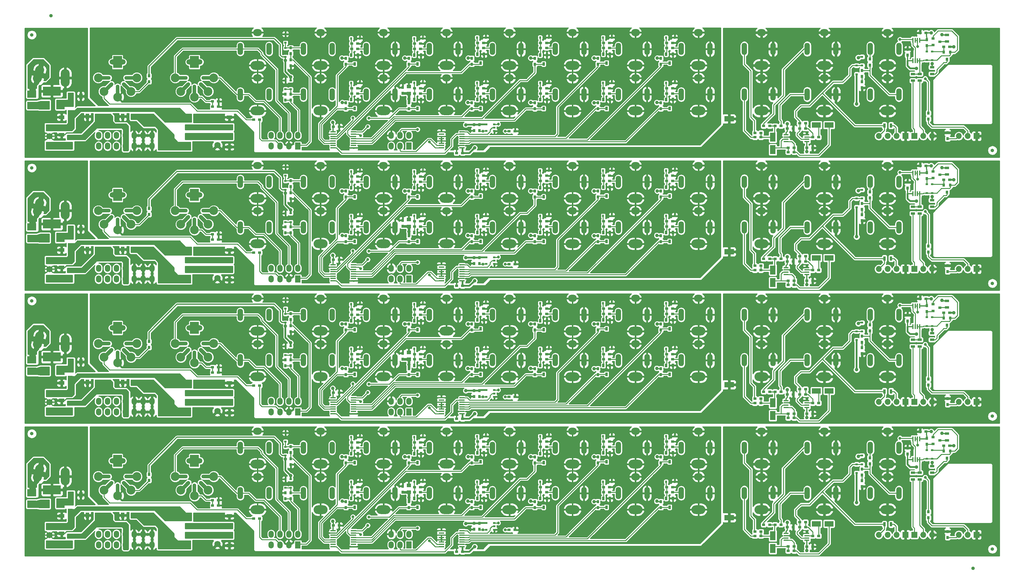
<source format=gbl>
G04 #@! TF.FileFunction,Copper,L4,Bot,Signal*
%FSLAX46Y46*%
G04 Gerber Fmt 4.6, Leading zero omitted, Abs format (unit mm)*
G04 Created by KiCad (PCBNEW 4.0.2-stable) date 2020-03-03 5:11:40 PM*
%MOMM*%
G01*
G04 APERTURE LIST*
%ADD10C,0.200000*%
%ADD11O,1.000000X1.000000*%
%ADD12R,0.900000X0.800000*%
%ADD13R,2.600000X1.600000*%
%ADD14R,1.700000X1.700000*%
%ADD15O,1.700000X1.700000*%
%ADD16R,0.800000X0.900000*%
%ADD17R,0.700000X1.300000*%
%ADD18R,1.600000X2.600000*%
%ADD19R,1.450000X0.450000*%
%ADD20R,0.701040X1.000760*%
%ADD21R,0.609600X0.762000*%
%ADD22R,2.800000X1.600000*%
%ADD23R,0.762000X0.609600*%
%ADD24R,1.300000X0.700000*%
%ADD25R,0.450000X1.450000*%
%ADD26R,1.397000X1.143000*%
%ADD27R,1.600000X1.000000*%
%ADD28R,1.800000X1.800000*%
%ADD29C,1.800000*%
%ADD30R,1.500000X0.450000*%
%ADD31O,1.500000X2.000000*%
%ADD32R,1.500000X2.000000*%
%ADD33R,1.250000X1.000000*%
%ADD34R,0.700000X0.510000*%
%ADD35R,1.000000X1.600000*%
%ADD36R,2.397760X2.397760*%
%ADD37R,2.600000X2.000000*%
%ADD38O,4.000000X2.500000*%
%ADD39O,2.500000X2.000000*%
%ADD40O,1.500000X3.500000*%
%ADD41R,5.080000X2.540000*%
%ADD42O,2.540000X5.080000*%
%ADD43C,2.540000*%
%ADD44C,2.500000*%
%ADD45R,2.500000X3.500000*%
%ADD46O,4.600000X1.450000*%
%ADD47O,4.300000X1.100000*%
%ADD48O,1.100000X4.300000*%
%ADD49C,1.100000*%
%ADD50C,1.000000*%
%ADD51C,0.800000*%
%ADD52C,0.250000*%
%ADD53C,0.350000*%
%ADD54C,0.500000*%
%ADD55C,0.800000*%
%ADD56C,1.000000*%
%ADD57C,0.254000*%
G04 APERTURE END LIST*
D10*
D11*
X283500000Y-212500000D03*
X20000000Y-54500000D03*
D12*
X239350000Y-165250000D03*
X237650000Y-165250000D03*
X233900000Y-161250000D03*
X235600000Y-161250000D03*
D13*
X242300000Y-161750000D03*
X238700000Y-161750000D03*
D12*
X235600000Y-162750000D03*
X233900000Y-162750000D03*
D14*
X264160000Y-202900000D03*
D15*
X261620000Y-202900000D03*
X259080000Y-202900000D03*
X256540000Y-202900000D03*
D16*
X276200000Y-203650000D03*
X276200000Y-201950000D03*
X251750000Y-189100000D03*
X251750000Y-187400000D03*
D14*
X266700000Y-202900000D03*
D15*
X269240000Y-202900000D03*
X271780000Y-202900000D03*
D16*
X270700000Y-198050000D03*
X270700000Y-196350000D03*
D11*
X289000000Y-207000000D03*
D14*
X284480000Y-202900000D03*
D15*
X281940000Y-202900000D03*
X279400000Y-202900000D03*
D17*
X258150000Y-199900000D03*
X260050000Y-199900000D03*
D12*
X232350000Y-207500000D03*
X230650000Y-207500000D03*
X223650000Y-200000000D03*
X225350000Y-200000000D03*
X228600000Y-200000000D03*
X226900000Y-200000000D03*
X230400000Y-200750000D03*
X232100000Y-200750000D03*
X230650000Y-206250000D03*
X232350000Y-206250000D03*
X221150000Y-203250000D03*
X222850000Y-203250000D03*
D18*
X226250000Y-206800000D03*
X226250000Y-203200000D03*
D12*
X221150000Y-202000000D03*
X222850000Y-202000000D03*
D13*
X242300000Y-199750000D03*
X238700000Y-199750000D03*
D12*
X233900000Y-199250000D03*
X235600000Y-199250000D03*
X235950000Y-206300000D03*
X237650000Y-206300000D03*
X235600000Y-200750000D03*
X233900000Y-200750000D03*
X239350000Y-203250000D03*
X237650000Y-203250000D03*
D19*
X230050000Y-204475000D03*
X230050000Y-203825000D03*
X230050000Y-203175000D03*
X230050000Y-202525000D03*
X235950000Y-202525000D03*
X235950000Y-203175000D03*
X235950000Y-203825000D03*
X235950000Y-204475000D03*
D12*
X232350000Y-169500000D03*
X230650000Y-169500000D03*
X230650000Y-168250000D03*
X232350000Y-168250000D03*
X230400000Y-162750000D03*
X232100000Y-162750000D03*
X235950000Y-168300000D03*
X237650000Y-168300000D03*
D19*
X230050000Y-166475000D03*
X230050000Y-165825000D03*
X230050000Y-165175000D03*
X230050000Y-164525000D03*
X235950000Y-164525000D03*
X235950000Y-165175000D03*
X235950000Y-165825000D03*
X235950000Y-166475000D03*
D20*
X178750000Y-182020000D03*
X179702500Y-179480000D03*
X177797500Y-179480000D03*
D12*
X177900000Y-176250000D03*
X179600000Y-176250000D03*
X179600000Y-177750000D03*
X177900000Y-177750000D03*
D21*
X180244600Y-174750000D03*
X177755400Y-174750000D03*
D16*
X176250000Y-180650000D03*
X176250000Y-182350000D03*
D12*
X228600000Y-162000000D03*
X226900000Y-162000000D03*
D18*
X226250000Y-168800000D03*
X226250000Y-165200000D03*
D12*
X221150000Y-164000000D03*
X222850000Y-164000000D03*
X221150000Y-165250000D03*
X222850000Y-165250000D03*
X223650000Y-162000000D03*
X225350000Y-162000000D03*
D22*
X213750000Y-160000000D03*
D16*
X194250000Y-180650000D03*
X194250000Y-182350000D03*
D20*
X196750000Y-182020000D03*
X197702500Y-179480000D03*
X195797500Y-179480000D03*
D12*
X197600000Y-177750000D03*
X195900000Y-177750000D03*
X195900000Y-176250000D03*
X197600000Y-176250000D03*
D21*
X198244600Y-174750000D03*
X195755400Y-174750000D03*
D16*
X176250000Y-193400000D03*
X176250000Y-195100000D03*
D12*
X179600000Y-190750000D03*
X177900000Y-190750000D03*
D20*
X178750000Y-195020000D03*
X179702500Y-192480000D03*
X177797500Y-192480000D03*
D21*
X180244600Y-187750000D03*
X177755400Y-187750000D03*
D12*
X177900000Y-189250000D03*
X179600000Y-189250000D03*
D16*
X194250000Y-193400000D03*
X194250000Y-195100000D03*
D12*
X195900000Y-189250000D03*
X197600000Y-189250000D03*
D22*
X213750000Y-198000000D03*
D20*
X196750000Y-195020000D03*
X197702500Y-192480000D03*
X195797500Y-192480000D03*
D21*
X198244600Y-187750000D03*
X195755400Y-187750000D03*
D12*
X197600000Y-190750000D03*
X195900000Y-190750000D03*
D21*
X180244600Y-136750000D03*
X177755400Y-136750000D03*
D12*
X179600000Y-139750000D03*
X177900000Y-139750000D03*
X177900000Y-138250000D03*
X179600000Y-138250000D03*
D20*
X178750000Y-144020000D03*
X179702500Y-141480000D03*
X177797500Y-141480000D03*
D16*
X176250000Y-142650000D03*
X176250000Y-144350000D03*
D12*
X195900000Y-151250000D03*
X197600000Y-151250000D03*
X197600000Y-152750000D03*
X195900000Y-152750000D03*
D20*
X196750000Y-157020000D03*
X197702500Y-154480000D03*
X195797500Y-154480000D03*
D21*
X198244600Y-149750000D03*
X195755400Y-149750000D03*
D16*
X194250000Y-155400000D03*
X194250000Y-157100000D03*
D21*
X180244600Y-149750000D03*
X177755400Y-149750000D03*
D16*
X176250000Y-155400000D03*
X176250000Y-157100000D03*
D12*
X179600000Y-152750000D03*
X177900000Y-152750000D03*
D20*
X178750000Y-157020000D03*
X179702500Y-154480000D03*
X177797500Y-154480000D03*
D12*
X177900000Y-151250000D03*
X179600000Y-151250000D03*
D21*
X198244600Y-136750000D03*
X195755400Y-136750000D03*
D20*
X196750000Y-144020000D03*
X197702500Y-141480000D03*
X195797500Y-141480000D03*
D12*
X197600000Y-139750000D03*
X195900000Y-139750000D03*
D16*
X194250000Y-142650000D03*
X194250000Y-144350000D03*
D12*
X195900000Y-138250000D03*
X197600000Y-138250000D03*
D16*
X254000000Y-180900000D03*
X254000000Y-182600000D03*
X251750000Y-185850000D03*
X251750000Y-184150000D03*
D23*
X250200000Y-182755400D03*
X250200000Y-185244600D03*
X251750000Y-180255400D03*
X251750000Y-182744600D03*
D16*
X264750000Y-179800000D03*
X264750000Y-178100000D03*
X254000000Y-142900000D03*
X254000000Y-144600000D03*
D23*
X250200000Y-144755400D03*
X250200000Y-147244600D03*
X251750000Y-142255400D03*
X251750000Y-144744600D03*
D16*
X251750000Y-147850000D03*
X251750000Y-146150000D03*
X251750000Y-151100000D03*
X251750000Y-149400000D03*
D12*
X276750000Y-177400000D03*
X275050000Y-177400000D03*
X270050000Y-173400000D03*
X268350000Y-173400000D03*
D24*
X276000000Y-174000000D03*
X276000000Y-175900000D03*
D12*
X272000000Y-176900000D03*
X272000000Y-175000000D03*
X274000000Y-175950000D03*
D16*
X270250000Y-175350000D03*
X270250000Y-177050000D03*
X275050000Y-178950000D03*
X276950000Y-178950000D03*
X276000000Y-180950000D03*
D25*
X268225000Y-181400000D03*
X267575000Y-181400000D03*
X266925000Y-181400000D03*
X266275000Y-181400000D03*
X266275000Y-175500000D03*
X266925000Y-175500000D03*
X267575000Y-175500000D03*
X268225000Y-175500000D03*
D23*
X271750000Y-143194600D03*
X271750000Y-140705400D03*
X270250000Y-140705400D03*
X270250000Y-143194600D03*
D24*
X271750000Y-147150000D03*
X271750000Y-145250000D03*
X268200000Y-147150000D03*
X268200000Y-149050000D03*
X266300000Y-147150000D03*
X266300000Y-149050000D03*
D12*
X270050000Y-135400000D03*
X268350000Y-135400000D03*
D25*
X268225000Y-143400000D03*
X267575000Y-143400000D03*
X266925000Y-143400000D03*
X266275000Y-143400000D03*
X266275000Y-137500000D03*
X266925000Y-137500000D03*
X267575000Y-137500000D03*
X268225000Y-137500000D03*
D16*
X270250000Y-137350000D03*
X270250000Y-139050000D03*
X264750000Y-141800000D03*
X264750000Y-140100000D03*
X275050000Y-140950000D03*
X276950000Y-140950000D03*
X276000000Y-142950000D03*
D12*
X272000000Y-138900000D03*
X272000000Y-137000000D03*
X274000000Y-137950000D03*
X276750000Y-139400000D03*
X275050000Y-139400000D03*
D24*
X276000000Y-136000000D03*
X276000000Y-137900000D03*
D17*
X258150000Y-161900000D03*
X260050000Y-161900000D03*
D14*
X264160000Y-164900000D03*
D15*
X261620000Y-164900000D03*
X259080000Y-164900000D03*
X256540000Y-164900000D03*
D14*
X266700000Y-164900000D03*
D15*
X269240000Y-164900000D03*
X271780000Y-164900000D03*
D16*
X270700000Y-160050000D03*
X270700000Y-158350000D03*
D14*
X284480000Y-164900000D03*
D15*
X281940000Y-164900000D03*
X279400000Y-164900000D03*
D11*
X289000000Y-169000000D03*
D16*
X276200000Y-165650000D03*
X276200000Y-163950000D03*
D24*
X268200000Y-185150000D03*
X268200000Y-187050000D03*
D23*
X270250000Y-178705400D03*
X270250000Y-181194600D03*
D24*
X266300000Y-185150000D03*
X266300000Y-187050000D03*
X271750000Y-185150000D03*
X271750000Y-183250000D03*
D23*
X271750000Y-181194600D03*
X271750000Y-178705400D03*
D12*
X67850000Y-194500000D03*
X66150000Y-194500000D03*
D26*
X59250000Y-198170500D03*
X59250000Y-200329500D03*
D12*
X66150000Y-193000000D03*
X67850000Y-193000000D03*
D26*
X59250000Y-203020500D03*
X59250000Y-205179500D03*
D27*
X70950000Y-197500000D03*
X70950000Y-200500000D03*
D28*
X67530000Y-200460000D03*
D29*
X67530000Y-203000000D03*
X67530000Y-205540000D03*
D27*
X70950000Y-206000000D03*
X70950000Y-203000000D03*
D20*
X106750000Y-195020000D03*
X107702500Y-192480000D03*
X105797500Y-192480000D03*
D30*
X106450000Y-201725000D03*
X106450000Y-202375000D03*
X106450000Y-203025000D03*
X106450000Y-203675000D03*
X106450000Y-204325000D03*
X106450000Y-204975000D03*
X106450000Y-205625000D03*
X106450000Y-206275000D03*
X100550000Y-206275000D03*
X100550000Y-205625000D03*
X100550000Y-204975000D03*
X100550000Y-204325000D03*
X100550000Y-203675000D03*
X100550000Y-203025000D03*
X100550000Y-202375000D03*
X100550000Y-201725000D03*
D12*
X105900000Y-189250000D03*
X107600000Y-189250000D03*
X100650000Y-200250000D03*
X102350000Y-200250000D03*
X107600000Y-190750000D03*
X105900000Y-190750000D03*
D16*
X104250000Y-193400000D03*
X104250000Y-195100000D03*
D21*
X108244600Y-187750000D03*
X105755400Y-187750000D03*
D12*
X66150000Y-155000000D03*
X67850000Y-155000000D03*
X67850000Y-156500000D03*
X66150000Y-156500000D03*
D27*
X70950000Y-159500000D03*
X70950000Y-162500000D03*
X70950000Y-168000000D03*
X70950000Y-165000000D03*
D26*
X59250000Y-165020500D03*
X59250000Y-167179500D03*
X59250000Y-160170500D03*
X59250000Y-162329500D03*
D28*
X67530000Y-162460000D03*
D29*
X67530000Y-165000000D03*
X67530000Y-167540000D03*
D16*
X87000000Y-192600000D03*
X87000000Y-190900000D03*
D12*
X77900000Y-198250000D03*
X79600000Y-198250000D03*
D16*
X88500000Y-190900000D03*
X88500000Y-192600000D03*
D23*
X88500000Y-189494600D03*
X88500000Y-187005400D03*
D31*
X82920000Y-202730000D03*
X82920000Y-205770000D03*
D32*
X90540000Y-205770000D03*
D31*
X90540000Y-202730000D03*
X88000000Y-205770000D03*
X88000000Y-202730000D03*
X85460000Y-205770000D03*
X85460000Y-202730000D03*
D23*
X87000000Y-187005400D03*
X87000000Y-189494600D03*
D16*
X87000000Y-154600000D03*
X87000000Y-152900000D03*
D12*
X77900000Y-160250000D03*
X79600000Y-160250000D03*
D23*
X87000000Y-135755400D03*
X87000000Y-138244600D03*
D31*
X82920000Y-164730000D03*
X82920000Y-167770000D03*
D32*
X90540000Y-167770000D03*
D31*
X90540000Y-164730000D03*
X88000000Y-167770000D03*
X88000000Y-164730000D03*
X85460000Y-167770000D03*
X85460000Y-164730000D03*
D20*
X124750000Y-195020000D03*
X125702500Y-192480000D03*
X123797500Y-192480000D03*
D12*
X125600000Y-190750000D03*
X123900000Y-190750000D03*
D16*
X122250000Y-193400000D03*
X122250000Y-195100000D03*
D32*
X122290000Y-205770000D03*
D31*
X122290000Y-202730000D03*
X119750000Y-205770000D03*
X119750000Y-202730000D03*
X117210000Y-205770000D03*
X117210000Y-202730000D03*
D33*
X122250000Y-190750000D03*
X122250000Y-188750000D03*
D16*
X120500000Y-190700000D03*
X120500000Y-189000000D03*
X140250000Y-180650000D03*
X140250000Y-182350000D03*
D21*
X144244600Y-187750000D03*
X141755400Y-187750000D03*
D16*
X140250000Y-193400000D03*
X140250000Y-195100000D03*
D12*
X143600000Y-190750000D03*
X141900000Y-190750000D03*
D20*
X142750000Y-195020000D03*
X143702500Y-192480000D03*
X141797500Y-192480000D03*
D12*
X141900000Y-189250000D03*
X143600000Y-189250000D03*
D34*
X146660000Y-199550000D03*
X146660000Y-200500000D03*
X146660000Y-201450000D03*
X144340000Y-201450000D03*
X144340000Y-199550000D03*
D12*
X150900000Y-201500000D03*
X152600000Y-201500000D03*
D16*
X158250000Y-193400000D03*
X158250000Y-195100000D03*
D20*
X160750000Y-195020000D03*
X161702500Y-192480000D03*
X159797500Y-192480000D03*
D21*
X162244600Y-187750000D03*
X159755400Y-187750000D03*
D12*
X159900000Y-189250000D03*
X161600000Y-189250000D03*
X161600000Y-190750000D03*
X159900000Y-190750000D03*
D16*
X122250000Y-180650000D03*
X122250000Y-182350000D03*
D12*
X123900000Y-189250000D03*
X125600000Y-189250000D03*
D20*
X124750000Y-182270000D03*
X125702500Y-179730000D03*
X123797500Y-179730000D03*
D21*
X126244600Y-187750000D03*
X123755400Y-187750000D03*
D16*
X142400000Y-199650000D03*
X142400000Y-201350000D03*
D12*
X137600000Y-207750000D03*
X135900000Y-207750000D03*
D16*
X140900000Y-199650000D03*
X140900000Y-201350000D03*
D30*
X131550000Y-206275000D03*
X131550000Y-205625000D03*
X131550000Y-204975000D03*
X131550000Y-204325000D03*
X131550000Y-203675000D03*
X131550000Y-203025000D03*
X131550000Y-202375000D03*
X131550000Y-201725000D03*
X137450000Y-201725000D03*
X137450000Y-202375000D03*
X137450000Y-203025000D03*
X137450000Y-203675000D03*
X137450000Y-204325000D03*
X137450000Y-204975000D03*
X137450000Y-205625000D03*
X137450000Y-206275000D03*
D12*
X161600000Y-177750000D03*
X159900000Y-177750000D03*
D20*
X160750000Y-182270000D03*
X161702500Y-179730000D03*
X159797500Y-179730000D03*
D16*
X158250000Y-180650000D03*
X158250000Y-182350000D03*
D21*
X162244600Y-174750000D03*
X159755400Y-174750000D03*
D12*
X159900000Y-176250000D03*
X161600000Y-176250000D03*
X141900000Y-176250000D03*
X143600000Y-176250000D03*
D20*
X142750000Y-182020000D03*
X143702500Y-179480000D03*
X141797500Y-179480000D03*
D12*
X143600000Y-177750000D03*
X141900000Y-177750000D03*
D21*
X144244600Y-174750000D03*
X141755400Y-174750000D03*
D16*
X158250000Y-155400000D03*
X158250000Y-157100000D03*
D12*
X150900000Y-163500000D03*
X152600000Y-163500000D03*
D16*
X140900000Y-161650000D03*
X140900000Y-163350000D03*
X142400000Y-161650000D03*
X142400000Y-163350000D03*
D34*
X146660000Y-161550000D03*
X146660000Y-162500000D03*
X146660000Y-163450000D03*
X144340000Y-163450000D03*
X144340000Y-161550000D03*
D16*
X140250000Y-155400000D03*
X140250000Y-157100000D03*
D12*
X125600000Y-152750000D03*
X123900000Y-152750000D03*
X137600000Y-169750000D03*
X135900000Y-169750000D03*
D30*
X131550000Y-168275000D03*
X131550000Y-167625000D03*
X131550000Y-166975000D03*
X131550000Y-166325000D03*
X131550000Y-165675000D03*
X131550000Y-165025000D03*
X131550000Y-164375000D03*
X131550000Y-163725000D03*
X137450000Y-163725000D03*
X137450000Y-164375000D03*
X137450000Y-165025000D03*
X137450000Y-165675000D03*
X137450000Y-166325000D03*
X137450000Y-166975000D03*
X137450000Y-167625000D03*
X137450000Y-168275000D03*
D20*
X142750000Y-157020000D03*
X143702500Y-154480000D03*
X141797500Y-154480000D03*
D12*
X125600000Y-178000000D03*
X123900000Y-178000000D03*
D21*
X126244600Y-175000000D03*
X123755400Y-175000000D03*
D32*
X122290000Y-167770000D03*
D31*
X122290000Y-164730000D03*
X119750000Y-167770000D03*
X119750000Y-164730000D03*
X117210000Y-167770000D03*
X117210000Y-164730000D03*
D16*
X122250000Y-155400000D03*
X122250000Y-157100000D03*
D12*
X123900000Y-176500000D03*
X125600000Y-176500000D03*
D20*
X124750000Y-157020000D03*
X125702500Y-154480000D03*
X123797500Y-154480000D03*
D21*
X162244600Y-136750000D03*
X159755400Y-136750000D03*
D12*
X161600000Y-139750000D03*
X159900000Y-139750000D03*
D20*
X160750000Y-144270000D03*
X161702500Y-141730000D03*
X159797500Y-141730000D03*
D12*
X159900000Y-138250000D03*
X161600000Y-138250000D03*
X141900000Y-151250000D03*
X143600000Y-151250000D03*
D21*
X144244600Y-149750000D03*
X141755400Y-149750000D03*
D12*
X143600000Y-152750000D03*
X141900000Y-152750000D03*
D16*
X140250000Y-142650000D03*
X140250000Y-144350000D03*
D20*
X142750000Y-144020000D03*
X143702500Y-141480000D03*
X141797500Y-141480000D03*
D12*
X141900000Y-138250000D03*
X143600000Y-138250000D03*
D21*
X144244600Y-136750000D03*
X141755400Y-136750000D03*
D12*
X143600000Y-139750000D03*
X141900000Y-139750000D03*
D20*
X160750000Y-157020000D03*
X161702500Y-154480000D03*
X159797500Y-154480000D03*
D12*
X159900000Y-151250000D03*
X161600000Y-151250000D03*
X161600000Y-152750000D03*
X159900000Y-152750000D03*
D21*
X162244600Y-149750000D03*
X159755400Y-149750000D03*
D16*
X158250000Y-142650000D03*
X158250000Y-144350000D03*
D21*
X126244600Y-149750000D03*
X123755400Y-149750000D03*
D33*
X122250000Y-152750000D03*
X122250000Y-150750000D03*
D16*
X120500000Y-152700000D03*
X120500000Y-151000000D03*
D12*
X123900000Y-151250000D03*
X125600000Y-151250000D03*
D21*
X126244600Y-137000000D03*
X123755400Y-137000000D03*
D12*
X125600000Y-140000000D03*
X123900000Y-140000000D03*
D20*
X124750000Y-144270000D03*
X125702500Y-141730000D03*
X123797500Y-141730000D03*
D12*
X123900000Y-138500000D03*
X125600000Y-138500000D03*
D16*
X122250000Y-142650000D03*
X122250000Y-144350000D03*
D35*
X25500000Y-191500000D03*
X28500000Y-191500000D03*
D36*
X18300000Y-194040000D03*
X22699280Y-194040000D03*
D28*
X19580000Y-200460000D03*
D29*
X19580000Y-203000000D03*
X19580000Y-205540000D03*
D27*
X23000000Y-200500000D03*
X23000000Y-197500000D03*
D26*
X25500000Y-193920500D03*
X25500000Y-196079500D03*
D37*
X14500000Y-190900000D03*
X14500000Y-194140000D03*
D27*
X23000000Y-205500000D03*
X23000000Y-202500000D03*
D26*
X25500000Y-205479500D03*
X25500000Y-203320500D03*
D16*
X48000000Y-149350000D03*
X48000000Y-147650000D03*
D26*
X25500000Y-155920500D03*
X25500000Y-158079500D03*
D35*
X25500000Y-153500000D03*
X28500000Y-153500000D03*
X40500000Y-159300000D03*
X43500000Y-159300000D03*
X33400000Y-159300000D03*
X30400000Y-159300000D03*
D11*
X14500000Y-174000000D03*
D37*
X14500000Y-152900000D03*
X14500000Y-156140000D03*
D11*
X14500000Y-136000000D03*
D36*
X18300000Y-156040000D03*
X22699280Y-156040000D03*
D26*
X25500000Y-167479500D03*
X25500000Y-165320500D03*
D27*
X23000000Y-162500000D03*
X23000000Y-159500000D03*
X23000000Y-167500000D03*
X23000000Y-164500000D03*
D28*
X19580000Y-162460000D03*
D29*
X19580000Y-165000000D03*
X19580000Y-167540000D03*
D31*
X33610000Y-202730000D03*
X33610000Y-205770000D03*
X36150000Y-205770000D03*
X36150000Y-202730000D03*
X38690000Y-202730000D03*
X38690000Y-205770000D03*
X41230000Y-205770000D03*
X41230000Y-202730000D03*
X43770000Y-202730000D03*
X43770000Y-205770000D03*
D32*
X51390000Y-205770000D03*
D31*
X51390000Y-202730000D03*
X48850000Y-205770000D03*
X48850000Y-202730000D03*
X46310000Y-205770000D03*
X46310000Y-202730000D03*
D35*
X40500000Y-197300000D03*
X43500000Y-197300000D03*
D16*
X48000000Y-187350000D03*
X48000000Y-185650000D03*
D35*
X33400000Y-197300000D03*
X30400000Y-197300000D03*
D31*
X33610000Y-164730000D03*
X33610000Y-167770000D03*
X36150000Y-167770000D03*
X36150000Y-164730000D03*
X38690000Y-164730000D03*
X38690000Y-167770000D03*
X41230000Y-167770000D03*
X41230000Y-164730000D03*
X43770000Y-164730000D03*
X43770000Y-167770000D03*
D32*
X51390000Y-167770000D03*
D31*
X51390000Y-164730000D03*
X48850000Y-167770000D03*
X48850000Y-164730000D03*
X46310000Y-167770000D03*
X46310000Y-164730000D03*
D16*
X104250000Y-180650000D03*
X104250000Y-182350000D03*
D12*
X105900000Y-176500000D03*
X107600000Y-176500000D03*
D20*
X106750000Y-182270000D03*
X107702500Y-179730000D03*
X105797500Y-179730000D03*
D21*
X108244600Y-175000000D03*
X105755400Y-175000000D03*
D12*
X107600000Y-178000000D03*
X105900000Y-178000000D03*
D21*
X108244600Y-137000000D03*
X105755400Y-137000000D03*
D20*
X106750000Y-144270000D03*
X107702500Y-141730000D03*
X105797500Y-141730000D03*
D12*
X105900000Y-138500000D03*
X107600000Y-138500000D03*
D16*
X104250000Y-142650000D03*
X104250000Y-144350000D03*
D12*
X107600000Y-140000000D03*
X105900000Y-140000000D03*
D23*
X87000000Y-173755400D03*
X87000000Y-176244600D03*
X87000000Y-177755400D03*
X87000000Y-180244600D03*
D16*
X88500000Y-177650000D03*
X88500000Y-179350000D03*
X88500000Y-181150000D03*
X88500000Y-182850000D03*
D23*
X87000000Y-139755400D03*
X87000000Y-142244600D03*
X88500000Y-151494600D03*
X88500000Y-149005400D03*
D16*
X88500000Y-143150000D03*
X88500000Y-144850000D03*
D23*
X87000000Y-149005400D03*
X87000000Y-151494600D03*
D16*
X88500000Y-139650000D03*
X88500000Y-141350000D03*
X88500000Y-152900000D03*
X88500000Y-154600000D03*
D30*
X106450000Y-163725000D03*
X106450000Y-164375000D03*
X106450000Y-165025000D03*
X106450000Y-165675000D03*
X106450000Y-166325000D03*
X106450000Y-166975000D03*
X106450000Y-167625000D03*
X106450000Y-168275000D03*
X100550000Y-168275000D03*
X100550000Y-167625000D03*
X100550000Y-166975000D03*
X100550000Y-166325000D03*
X100550000Y-165675000D03*
X100550000Y-165025000D03*
X100550000Y-164375000D03*
X100550000Y-163725000D03*
D21*
X108244600Y-149750000D03*
X105755400Y-149750000D03*
D16*
X104250000Y-155400000D03*
X104250000Y-157100000D03*
D12*
X100650000Y-162250000D03*
X102350000Y-162250000D03*
D20*
X106750000Y-157020000D03*
X107702500Y-154480000D03*
X105797500Y-154480000D03*
D12*
X107600000Y-152750000D03*
X105900000Y-152750000D03*
X105900000Y-151250000D03*
X107600000Y-151250000D03*
D38*
X79000000Y-195700000D03*
D39*
X79000000Y-186300000D03*
D40*
X74100000Y-191000000D03*
X82300000Y-191000000D03*
D41*
X20250000Y-190060000D03*
D42*
X24060000Y-186250000D03*
D43*
X16768700Y-184023274D02*
X16111300Y-186476726D01*
D44*
X33500000Y-186250000D03*
X44500000Y-186250000D03*
X39000000Y-191750000D03*
D45*
X39000000Y-181750000D03*
D44*
X35110000Y-190140000D03*
X42890000Y-190140000D03*
D46*
X39000000Y-181750000D03*
D47*
X34900000Y-186250000D03*
X43100000Y-186250000D03*
D48*
X39000000Y-190350000D03*
D49*
X34968629Y-190281371D02*
X37231371Y-188018629D01*
X40768629Y-188018629D02*
X43031371Y-190281371D01*
D44*
X55500000Y-186250000D03*
X66500000Y-186250000D03*
X61000000Y-191750000D03*
D45*
X61000000Y-181750000D03*
D44*
X57110000Y-190140000D03*
X64890000Y-190140000D03*
D46*
X61000000Y-181750000D03*
D47*
X56900000Y-186250000D03*
X65100000Y-186250000D03*
D48*
X61000000Y-190350000D03*
D49*
X56968629Y-190281371D02*
X59231371Y-188018629D01*
X62768629Y-188018629D02*
X65031371Y-190281371D01*
D38*
X79000000Y-182700000D03*
D39*
X79000000Y-173300000D03*
D40*
X74100000Y-178000000D03*
X82300000Y-178000000D03*
D38*
X97000000Y-157700000D03*
D39*
X97000000Y-148300000D03*
D40*
X92100000Y-153000000D03*
X100300000Y-153000000D03*
D38*
X97000000Y-144700000D03*
D39*
X97000000Y-135300000D03*
D40*
X92100000Y-140000000D03*
X100300000Y-140000000D03*
D38*
X133000000Y-144700000D03*
D39*
X133000000Y-135300000D03*
D40*
X128100000Y-140000000D03*
X136300000Y-140000000D03*
D38*
X133000000Y-157700000D03*
D39*
X133000000Y-148300000D03*
D40*
X128100000Y-153000000D03*
X136300000Y-153000000D03*
D38*
X115000000Y-157700000D03*
D39*
X115000000Y-148300000D03*
D40*
X110100000Y-153000000D03*
X118300000Y-153000000D03*
D38*
X115000000Y-144700000D03*
D39*
X115000000Y-135300000D03*
D40*
X110100000Y-140000000D03*
X118300000Y-140000000D03*
D38*
X133000000Y-182700000D03*
D39*
X133000000Y-173300000D03*
D40*
X128100000Y-178000000D03*
X136300000Y-178000000D03*
D38*
X133000000Y-195700000D03*
D39*
X133000000Y-186300000D03*
D40*
X128100000Y-191000000D03*
X136300000Y-191000000D03*
D38*
X97000000Y-182700000D03*
D39*
X97000000Y-173300000D03*
D40*
X92100000Y-178000000D03*
X100300000Y-178000000D03*
D38*
X115000000Y-195700000D03*
D39*
X115000000Y-186300000D03*
D40*
X110100000Y-191000000D03*
X118300000Y-191000000D03*
D38*
X115000000Y-182700000D03*
D39*
X115000000Y-173300000D03*
D40*
X110100000Y-178000000D03*
X118300000Y-178000000D03*
D38*
X97000000Y-195700000D03*
D39*
X97000000Y-186300000D03*
D40*
X92100000Y-191000000D03*
X100300000Y-191000000D03*
D41*
X20250000Y-152060000D03*
D42*
X24060000Y-148250000D03*
D43*
X16768700Y-146023274D02*
X16111300Y-148476726D01*
D44*
X33500000Y-148250000D03*
X44500000Y-148250000D03*
X39000000Y-153750000D03*
D45*
X39000000Y-143750000D03*
D44*
X35110000Y-152140000D03*
X42890000Y-152140000D03*
D46*
X39000000Y-143750000D03*
D47*
X34900000Y-148250000D03*
X43100000Y-148250000D03*
D48*
X39000000Y-152350000D03*
D49*
X34968629Y-152281371D02*
X37231371Y-150018629D01*
X40768629Y-150018629D02*
X43031371Y-152281371D01*
D44*
X55500000Y-148250000D03*
X66500000Y-148250000D03*
X61000000Y-153750000D03*
D45*
X61000000Y-143750000D03*
D44*
X57110000Y-152140000D03*
X64890000Y-152140000D03*
D46*
X61000000Y-143750000D03*
D47*
X56900000Y-148250000D03*
X65100000Y-148250000D03*
D48*
X61000000Y-152350000D03*
D49*
X56968629Y-152281371D02*
X59231371Y-150018629D01*
X62768629Y-150018629D02*
X65031371Y-152281371D01*
D38*
X79000000Y-144700000D03*
D39*
X79000000Y-135300000D03*
D40*
X74100000Y-140000000D03*
X82300000Y-140000000D03*
D38*
X79000000Y-157700000D03*
D39*
X79000000Y-148300000D03*
D40*
X74100000Y-153000000D03*
X82300000Y-153000000D03*
D38*
X241000000Y-144700000D03*
D39*
X241000000Y-135300000D03*
D40*
X236100000Y-140000000D03*
X244300000Y-140000000D03*
D38*
X259000000Y-144700000D03*
D39*
X259000000Y-135300000D03*
D40*
X254100000Y-140000000D03*
X262300000Y-140000000D03*
D38*
X223000000Y-144700000D03*
D39*
X223000000Y-135300000D03*
D40*
X218100000Y-140000000D03*
X226300000Y-140000000D03*
D38*
X259000000Y-157700000D03*
D39*
X259000000Y-148300000D03*
D40*
X254100000Y-153000000D03*
X262300000Y-153000000D03*
D38*
X223000000Y-157700000D03*
D39*
X223000000Y-148300000D03*
D40*
X218100000Y-153000000D03*
X226300000Y-153000000D03*
D38*
X169000000Y-144700000D03*
D39*
X169000000Y-135300000D03*
D40*
X164100000Y-140000000D03*
X172300000Y-140000000D03*
D38*
X205000000Y-144700000D03*
D39*
X205000000Y-135300000D03*
D40*
X200100000Y-140000000D03*
X208300000Y-140000000D03*
D38*
X187000000Y-157700000D03*
D39*
X187000000Y-148300000D03*
D40*
X182100000Y-153000000D03*
X190300000Y-153000000D03*
D38*
X187000000Y-144700000D03*
D39*
X187000000Y-135300000D03*
D40*
X182100000Y-140000000D03*
X190300000Y-140000000D03*
D38*
X169000000Y-157700000D03*
D39*
X169000000Y-148300000D03*
D40*
X164100000Y-153000000D03*
X172300000Y-153000000D03*
D38*
X223000000Y-182700000D03*
D39*
X223000000Y-173300000D03*
D40*
X218100000Y-178000000D03*
X226300000Y-178000000D03*
D38*
X187000000Y-195700000D03*
D39*
X187000000Y-186300000D03*
D40*
X182100000Y-191000000D03*
X190300000Y-191000000D03*
D38*
X205000000Y-182700000D03*
D39*
X205000000Y-173300000D03*
D40*
X200100000Y-178000000D03*
X208300000Y-178000000D03*
D38*
X187000000Y-182700000D03*
D39*
X187000000Y-173300000D03*
D40*
X182100000Y-178000000D03*
X190300000Y-178000000D03*
D38*
X205000000Y-195700000D03*
D39*
X205000000Y-186300000D03*
D40*
X200100000Y-191000000D03*
X208300000Y-191000000D03*
D38*
X223000000Y-195700000D03*
D39*
X223000000Y-186300000D03*
D40*
X218100000Y-191000000D03*
X226300000Y-191000000D03*
D38*
X205000000Y-157700000D03*
D39*
X205000000Y-148300000D03*
D40*
X200100000Y-153000000D03*
X208300000Y-153000000D03*
D38*
X169000000Y-182700000D03*
D39*
X169000000Y-173300000D03*
D40*
X164100000Y-178000000D03*
X172300000Y-178000000D03*
D38*
X151000000Y-144700000D03*
D39*
X151000000Y-135300000D03*
D40*
X146100000Y-140000000D03*
X154300000Y-140000000D03*
D38*
X151000000Y-182700000D03*
D39*
X151000000Y-173300000D03*
D40*
X146100000Y-178000000D03*
X154300000Y-178000000D03*
D38*
X169000000Y-195700000D03*
D39*
X169000000Y-186300000D03*
D40*
X164100000Y-191000000D03*
X172300000Y-191000000D03*
D38*
X151000000Y-195700000D03*
D39*
X151000000Y-186300000D03*
D40*
X146100000Y-191000000D03*
X154300000Y-191000000D03*
D38*
X151000000Y-157700000D03*
D39*
X151000000Y-148300000D03*
D40*
X146100000Y-153000000D03*
X154300000Y-153000000D03*
D38*
X259000000Y-195700000D03*
D39*
X259000000Y-186300000D03*
D40*
X254100000Y-191000000D03*
X262300000Y-191000000D03*
D38*
X241000000Y-195700000D03*
D39*
X241000000Y-186300000D03*
D40*
X236100000Y-191000000D03*
X244300000Y-191000000D03*
D38*
X241000000Y-182700000D03*
D39*
X241000000Y-173300000D03*
D40*
X236100000Y-178000000D03*
X244300000Y-178000000D03*
D38*
X259000000Y-182700000D03*
D39*
X259000000Y-173300000D03*
D40*
X254100000Y-178000000D03*
X262300000Y-178000000D03*
D38*
X241000000Y-157700000D03*
D39*
X241000000Y-148300000D03*
D40*
X236100000Y-153000000D03*
X244300000Y-153000000D03*
D11*
X14500000Y-98000000D03*
D36*
X18300000Y-118040000D03*
X22699280Y-118040000D03*
D35*
X25500000Y-115500000D03*
X28500000Y-115500000D03*
D37*
X14500000Y-114900000D03*
X14500000Y-118140000D03*
D28*
X19580000Y-124460000D03*
D29*
X19580000Y-127000000D03*
X19580000Y-129540000D03*
D27*
X23000000Y-129500000D03*
X23000000Y-126500000D03*
X23000000Y-124500000D03*
X23000000Y-121500000D03*
D26*
X25500000Y-129479500D03*
X25500000Y-127320500D03*
X25500000Y-117920500D03*
X25500000Y-120079500D03*
D31*
X33610000Y-126730000D03*
X33610000Y-129770000D03*
X36150000Y-129770000D03*
X36150000Y-126730000D03*
X38690000Y-126730000D03*
X38690000Y-129770000D03*
X41230000Y-129770000D03*
X41230000Y-126730000D03*
X43770000Y-126730000D03*
X43770000Y-129770000D03*
D32*
X51390000Y-129770000D03*
D31*
X51390000Y-126730000D03*
X48850000Y-129770000D03*
X48850000Y-126730000D03*
X46310000Y-129770000D03*
X46310000Y-126730000D03*
D35*
X40500000Y-121300000D03*
X43500000Y-121300000D03*
X33400000Y-121300000D03*
X30400000Y-121300000D03*
D16*
X48000000Y-111350000D03*
X48000000Y-109650000D03*
D26*
X59250000Y-122170500D03*
X59250000Y-124329500D03*
D27*
X70950000Y-121500000D03*
X70950000Y-124500000D03*
D28*
X67530000Y-124460000D03*
D29*
X67530000Y-127000000D03*
X67530000Y-129540000D03*
D12*
X66150000Y-117000000D03*
X67850000Y-117000000D03*
D27*
X70950000Y-130000000D03*
X70950000Y-127000000D03*
D12*
X67850000Y-118500000D03*
X66150000Y-118500000D03*
D26*
X59250000Y-127020500D03*
X59250000Y-129179500D03*
D31*
X82920000Y-126730000D03*
X82920000Y-129770000D03*
D32*
X90540000Y-129770000D03*
D31*
X90540000Y-126730000D03*
X88000000Y-129770000D03*
X88000000Y-126730000D03*
X85460000Y-129770000D03*
X85460000Y-126730000D03*
D12*
X77900000Y-122250000D03*
X79600000Y-122250000D03*
D16*
X88500000Y-114900000D03*
X88500000Y-116600000D03*
D23*
X88500000Y-113494600D03*
X88500000Y-111005400D03*
D16*
X87000000Y-116600000D03*
X87000000Y-114900000D03*
X194250000Y-117400000D03*
X194250000Y-119100000D03*
D12*
X197600000Y-114750000D03*
X195900000Y-114750000D03*
D20*
X196750000Y-119020000D03*
X197702500Y-116480000D03*
X195797500Y-116480000D03*
D21*
X198244600Y-111750000D03*
X195755400Y-111750000D03*
D12*
X195900000Y-113250000D03*
X197600000Y-113250000D03*
D16*
X158250000Y-104650000D03*
X158250000Y-106350000D03*
D12*
X161600000Y-101750000D03*
X159900000Y-101750000D03*
X159900000Y-100250000D03*
X161600000Y-100250000D03*
D20*
X160750000Y-106270000D03*
X161702500Y-103730000D03*
X159797500Y-103730000D03*
D21*
X162244600Y-98750000D03*
X159755400Y-98750000D03*
D16*
X176250000Y-117400000D03*
X176250000Y-119100000D03*
D12*
X177900000Y-113250000D03*
X179600000Y-113250000D03*
X179600000Y-114750000D03*
X177900000Y-114750000D03*
D16*
X176250000Y-104650000D03*
X176250000Y-106350000D03*
D20*
X178750000Y-119020000D03*
X179702500Y-116480000D03*
X177797500Y-116480000D03*
X178750000Y-106020000D03*
X179702500Y-103480000D03*
X177797500Y-103480000D03*
D21*
X180244600Y-111750000D03*
X177755400Y-111750000D03*
D16*
X158250000Y-117400000D03*
X158250000Y-119100000D03*
D12*
X161600000Y-114750000D03*
X159900000Y-114750000D03*
D20*
X160750000Y-119020000D03*
X161702500Y-116480000D03*
X159797500Y-116480000D03*
D21*
X162244600Y-111750000D03*
X159755400Y-111750000D03*
D12*
X159900000Y-113250000D03*
X161600000Y-113250000D03*
D16*
X140250000Y-104650000D03*
X140250000Y-106350000D03*
D20*
X142750000Y-106020000D03*
X143702500Y-103480000D03*
X141797500Y-103480000D03*
D21*
X144244600Y-111750000D03*
X141755400Y-111750000D03*
X144244600Y-98750000D03*
X141755400Y-98750000D03*
D12*
X141900000Y-100250000D03*
X143600000Y-100250000D03*
X143600000Y-101750000D03*
X141900000Y-101750000D03*
D16*
X194250000Y-104650000D03*
X194250000Y-106350000D03*
D20*
X196750000Y-106020000D03*
X197702500Y-103480000D03*
X195797500Y-103480000D03*
D12*
X195900000Y-100250000D03*
X197600000Y-100250000D03*
X177900000Y-100250000D03*
X179600000Y-100250000D03*
X179600000Y-101750000D03*
X177900000Y-101750000D03*
D21*
X198244600Y-98750000D03*
X195755400Y-98750000D03*
D12*
X197600000Y-101750000D03*
X195900000Y-101750000D03*
D21*
X180244600Y-98750000D03*
X177755400Y-98750000D03*
D12*
X150900000Y-125500000D03*
X152600000Y-125500000D03*
D34*
X146660000Y-123550000D03*
X146660000Y-124500000D03*
X146660000Y-125450000D03*
X144340000Y-125450000D03*
X144340000Y-123550000D03*
D16*
X140900000Y-123650000D03*
X140900000Y-125350000D03*
X140250000Y-117400000D03*
X140250000Y-119100000D03*
D12*
X143600000Y-114750000D03*
X141900000Y-114750000D03*
X141900000Y-113250000D03*
X143600000Y-113250000D03*
D20*
X142750000Y-119020000D03*
X143702500Y-116480000D03*
X141797500Y-116480000D03*
D16*
X142400000Y-123650000D03*
X142400000Y-125350000D03*
D23*
X87000000Y-97755400D03*
X87000000Y-100244600D03*
D16*
X88500000Y-105150000D03*
X88500000Y-106850000D03*
X88500000Y-101650000D03*
X88500000Y-103350000D03*
D23*
X87000000Y-111005400D03*
X87000000Y-113494600D03*
X87000000Y-101755400D03*
X87000000Y-104244600D03*
D12*
X137600000Y-131750000D03*
X135900000Y-131750000D03*
D30*
X131550000Y-130275000D03*
X131550000Y-129625000D03*
X131550000Y-128975000D03*
X131550000Y-128325000D03*
X131550000Y-127675000D03*
X131550000Y-127025000D03*
X131550000Y-126375000D03*
X131550000Y-125725000D03*
X137450000Y-125725000D03*
X137450000Y-126375000D03*
X137450000Y-127025000D03*
X137450000Y-127675000D03*
X137450000Y-128325000D03*
X137450000Y-128975000D03*
X137450000Y-129625000D03*
X137450000Y-130275000D03*
D12*
X123900000Y-113250000D03*
X125600000Y-113250000D03*
D16*
X120500000Y-114700000D03*
X120500000Y-113000000D03*
D21*
X126244600Y-111750000D03*
X123755400Y-111750000D03*
D33*
X122250000Y-114750000D03*
X122250000Y-112750000D03*
D12*
X125600000Y-114750000D03*
X123900000Y-114750000D03*
D16*
X104250000Y-104650000D03*
X104250000Y-106350000D03*
D12*
X107600000Y-102000000D03*
X105900000Y-102000000D03*
X105900000Y-113250000D03*
X107600000Y-113250000D03*
X105900000Y-100500000D03*
X107600000Y-100500000D03*
X107600000Y-114750000D03*
X105900000Y-114750000D03*
D20*
X106750000Y-106270000D03*
X107702500Y-103730000D03*
X105797500Y-103730000D03*
D21*
X108244600Y-111750000D03*
X105755400Y-111750000D03*
X108244600Y-99000000D03*
X105755400Y-99000000D03*
D16*
X122250000Y-104650000D03*
X122250000Y-106350000D03*
D12*
X125600000Y-102000000D03*
X123900000Y-102000000D03*
D20*
X124750000Y-106270000D03*
X125702500Y-103730000D03*
X123797500Y-103730000D03*
D21*
X126244600Y-99000000D03*
X123755400Y-99000000D03*
D12*
X123900000Y-100500000D03*
X125600000Y-100500000D03*
D30*
X106450000Y-125725000D03*
X106450000Y-126375000D03*
X106450000Y-127025000D03*
X106450000Y-127675000D03*
X106450000Y-128325000D03*
X106450000Y-128975000D03*
X106450000Y-129625000D03*
X106450000Y-130275000D03*
X100550000Y-130275000D03*
X100550000Y-129625000D03*
X100550000Y-128975000D03*
X100550000Y-128325000D03*
X100550000Y-127675000D03*
X100550000Y-127025000D03*
X100550000Y-126375000D03*
X100550000Y-125725000D03*
D16*
X104250000Y-117400000D03*
X104250000Y-119100000D03*
D20*
X106750000Y-119020000D03*
X107702500Y-116480000D03*
X105797500Y-116480000D03*
X124750000Y-119020000D03*
X125702500Y-116480000D03*
X123797500Y-116480000D03*
D32*
X122290000Y-129770000D03*
D31*
X122290000Y-126730000D03*
X119750000Y-129770000D03*
X119750000Y-126730000D03*
X117210000Y-129770000D03*
X117210000Y-126730000D03*
D12*
X100650000Y-124250000D03*
X102350000Y-124250000D03*
D16*
X122250000Y-117400000D03*
X122250000Y-119100000D03*
X275050000Y-102950000D03*
X276950000Y-102950000D03*
X276000000Y-104950000D03*
D24*
X276000000Y-98000000D03*
X276000000Y-99900000D03*
D12*
X272000000Y-100900000D03*
X272000000Y-99000000D03*
X274000000Y-99950000D03*
D16*
X270250000Y-99350000D03*
X270250000Y-101050000D03*
D12*
X276750000Y-101400000D03*
X275050000Y-101400000D03*
D22*
X213750000Y-122000000D03*
D12*
X223650000Y-124000000D03*
X225350000Y-124000000D03*
X221150000Y-127250000D03*
X222850000Y-127250000D03*
X221150000Y-126000000D03*
X222850000Y-126000000D03*
D18*
X226250000Y-130800000D03*
X226250000Y-127200000D03*
D12*
X228600000Y-124000000D03*
X226900000Y-124000000D03*
D17*
X258150000Y-123900000D03*
X260050000Y-123900000D03*
D14*
X264160000Y-126900000D03*
D15*
X261620000Y-126900000D03*
X259080000Y-126900000D03*
X256540000Y-126900000D03*
D24*
X266300000Y-109150000D03*
X266300000Y-111050000D03*
X271750000Y-109150000D03*
X271750000Y-107250000D03*
D14*
X266700000Y-126900000D03*
D15*
X269240000Y-126900000D03*
X271780000Y-126900000D03*
D24*
X268200000Y-109150000D03*
X268200000Y-111050000D03*
D19*
X230050000Y-128475000D03*
X230050000Y-127825000D03*
X230050000Y-127175000D03*
X230050000Y-126525000D03*
X235950000Y-126525000D03*
X235950000Y-127175000D03*
X235950000Y-127825000D03*
X235950000Y-128475000D03*
D12*
X230400000Y-124750000D03*
X232100000Y-124750000D03*
X232350000Y-131500000D03*
X230650000Y-131500000D03*
X230650000Y-130250000D03*
X232350000Y-130250000D03*
X235950000Y-130300000D03*
X237650000Y-130300000D03*
X235600000Y-124750000D03*
X233900000Y-124750000D03*
D13*
X242300000Y-123750000D03*
X238700000Y-123750000D03*
D12*
X233900000Y-123250000D03*
X235600000Y-123250000D03*
X239350000Y-127250000D03*
X237650000Y-127250000D03*
D16*
X254000000Y-104900000D03*
X254000000Y-106600000D03*
X251750000Y-109850000D03*
X251750000Y-108150000D03*
D23*
X251750000Y-104255400D03*
X251750000Y-106744600D03*
X250200000Y-106755400D03*
X250200000Y-109244600D03*
D16*
X251750000Y-113100000D03*
X251750000Y-111400000D03*
D25*
X268225000Y-105400000D03*
X267575000Y-105400000D03*
X266925000Y-105400000D03*
X266275000Y-105400000D03*
X266275000Y-99500000D03*
X266925000Y-99500000D03*
X267575000Y-99500000D03*
X268225000Y-99500000D03*
D23*
X271750000Y-105194600D03*
X271750000Y-102705400D03*
D16*
X264750000Y-103800000D03*
X264750000Y-102100000D03*
D23*
X270250000Y-102705400D03*
X270250000Y-105194600D03*
D12*
X270050000Y-97400000D03*
X268350000Y-97400000D03*
D16*
X276200000Y-127650000D03*
X276200000Y-125950000D03*
D14*
X284480000Y-126900000D03*
D15*
X281940000Y-126900000D03*
X279400000Y-126900000D03*
D11*
X289000000Y-131000000D03*
D16*
X270700000Y-122050000D03*
X270700000Y-120350000D03*
D38*
X205000000Y-119700000D03*
D39*
X205000000Y-110300000D03*
D40*
X200100000Y-115000000D03*
X208300000Y-115000000D03*
D38*
X205000000Y-106700000D03*
D39*
X205000000Y-97300000D03*
D40*
X200100000Y-102000000D03*
X208300000Y-102000000D03*
D38*
X187000000Y-119700000D03*
D39*
X187000000Y-110300000D03*
D40*
X182100000Y-115000000D03*
X190300000Y-115000000D03*
D38*
X187000000Y-106700000D03*
D39*
X187000000Y-97300000D03*
D40*
X182100000Y-102000000D03*
X190300000Y-102000000D03*
D38*
X169000000Y-119700000D03*
D39*
X169000000Y-110300000D03*
D40*
X164100000Y-115000000D03*
X172300000Y-115000000D03*
D38*
X169000000Y-106700000D03*
D39*
X169000000Y-97300000D03*
D40*
X164100000Y-102000000D03*
X172300000Y-102000000D03*
D38*
X115000000Y-106700000D03*
D39*
X115000000Y-97300000D03*
D40*
X110100000Y-102000000D03*
X118300000Y-102000000D03*
D38*
X133000000Y-106700000D03*
D39*
X133000000Y-97300000D03*
D40*
X128100000Y-102000000D03*
X136300000Y-102000000D03*
D38*
X151000000Y-106700000D03*
D39*
X151000000Y-97300000D03*
D40*
X146100000Y-102000000D03*
X154300000Y-102000000D03*
D38*
X133000000Y-119700000D03*
D39*
X133000000Y-110300000D03*
D40*
X128100000Y-115000000D03*
X136300000Y-115000000D03*
D38*
X115000000Y-119700000D03*
D39*
X115000000Y-110300000D03*
D40*
X110100000Y-115000000D03*
X118300000Y-115000000D03*
D38*
X151000000Y-119700000D03*
D39*
X151000000Y-110300000D03*
D40*
X146100000Y-115000000D03*
X154300000Y-115000000D03*
D44*
X55500000Y-110250000D03*
X66500000Y-110250000D03*
X61000000Y-115750000D03*
D45*
X61000000Y-105750000D03*
D44*
X57110000Y-114140000D03*
X64890000Y-114140000D03*
D46*
X61000000Y-105750000D03*
D47*
X56900000Y-110250000D03*
X65100000Y-110250000D03*
D48*
X61000000Y-114350000D03*
D49*
X56968629Y-114281371D02*
X59231371Y-112018629D01*
X62768629Y-112018629D02*
X65031371Y-114281371D01*
D38*
X79000000Y-106700000D03*
D39*
X79000000Y-97300000D03*
D40*
X74100000Y-102000000D03*
X82300000Y-102000000D03*
D38*
X97000000Y-119700000D03*
D39*
X97000000Y-110300000D03*
D40*
X92100000Y-115000000D03*
X100300000Y-115000000D03*
D38*
X97000000Y-106700000D03*
D39*
X97000000Y-97300000D03*
D40*
X92100000Y-102000000D03*
X100300000Y-102000000D03*
D38*
X79000000Y-119700000D03*
D39*
X79000000Y-110300000D03*
D40*
X74100000Y-115000000D03*
X82300000Y-115000000D03*
D41*
X20250000Y-114060000D03*
D42*
X24060000Y-110250000D03*
D43*
X16768700Y-108023274D02*
X16111300Y-110476726D01*
D44*
X33500000Y-110250000D03*
X44500000Y-110250000D03*
X39000000Y-115750000D03*
D45*
X39000000Y-105750000D03*
D44*
X35110000Y-114140000D03*
X42890000Y-114140000D03*
D46*
X39000000Y-105750000D03*
D47*
X34900000Y-110250000D03*
X43100000Y-110250000D03*
D48*
X39000000Y-114350000D03*
D49*
X34968629Y-114281371D02*
X37231371Y-112018629D01*
X40768629Y-112018629D02*
X43031371Y-114281371D01*
D38*
X259000000Y-106700000D03*
D39*
X259000000Y-97300000D03*
D40*
X254100000Y-102000000D03*
X262300000Y-102000000D03*
D38*
X241000000Y-119700000D03*
D39*
X241000000Y-110300000D03*
D40*
X236100000Y-115000000D03*
X244300000Y-115000000D03*
D38*
X241000000Y-106700000D03*
D39*
X241000000Y-97300000D03*
D40*
X236100000Y-102000000D03*
X244300000Y-102000000D03*
D38*
X223000000Y-119700000D03*
D39*
X223000000Y-110300000D03*
D40*
X218100000Y-115000000D03*
X226300000Y-115000000D03*
D38*
X223000000Y-106700000D03*
D39*
X223000000Y-97300000D03*
D40*
X218100000Y-102000000D03*
X226300000Y-102000000D03*
D38*
X259000000Y-119700000D03*
D39*
X259000000Y-110300000D03*
D40*
X254100000Y-115000000D03*
X262300000Y-115000000D03*
D34*
X146660000Y-85550000D03*
X146660000Y-86500000D03*
X146660000Y-87450000D03*
X144340000Y-87450000D03*
X144340000Y-85550000D03*
D11*
X289000000Y-93000000D03*
D16*
X120500000Y-76700000D03*
X120500000Y-75000000D03*
D33*
X122250000Y-76750000D03*
X122250000Y-74750000D03*
D12*
X66150000Y-79000000D03*
X67850000Y-79000000D03*
X137600000Y-93750000D03*
X135900000Y-93750000D03*
X100650000Y-86250000D03*
X102350000Y-86250000D03*
D35*
X25500000Y-77500000D03*
X28500000Y-77500000D03*
D27*
X23000000Y-86500000D03*
X23000000Y-83500000D03*
X70950000Y-83500000D03*
X70950000Y-86500000D03*
X23000000Y-91500000D03*
X23000000Y-88500000D03*
X70950000Y-92000000D03*
X70950000Y-89000000D03*
D35*
X33400000Y-83300000D03*
X30400000Y-83300000D03*
X40500000Y-83300000D03*
X43500000Y-83300000D03*
D18*
X226250000Y-92800000D03*
X226250000Y-89200000D03*
D12*
X232350000Y-93500000D03*
X230650000Y-93500000D03*
X235950000Y-92300000D03*
X237650000Y-92300000D03*
X230400000Y-86750000D03*
X232100000Y-86750000D03*
X233900000Y-85250000D03*
X235600000Y-85250000D03*
X270050000Y-59400000D03*
X268350000Y-59400000D03*
D16*
X264750000Y-65800000D03*
X264750000Y-64100000D03*
D13*
X242300000Y-85750000D03*
X238700000Y-85750000D03*
D41*
X20250000Y-76060000D03*
D42*
X24060000Y-72250000D03*
D43*
X16768700Y-70023274D02*
X16111300Y-72476726D01*
D23*
X87000000Y-63755400D03*
X87000000Y-66244600D03*
X87000000Y-59755400D03*
X87000000Y-62244600D03*
X88500000Y-75494600D03*
X88500000Y-73005400D03*
X87000000Y-73005400D03*
X87000000Y-75494600D03*
D21*
X108244600Y-61000000D03*
X105755400Y-61000000D03*
X108244600Y-73750000D03*
X105755400Y-73750000D03*
X126244600Y-61000000D03*
X123755400Y-61000000D03*
X126244600Y-73750000D03*
X123755400Y-73750000D03*
X144244600Y-60750000D03*
X141755400Y-60750000D03*
X144244600Y-73750000D03*
X141755400Y-73750000D03*
X162244600Y-60750000D03*
X159755400Y-60750000D03*
X162244600Y-73750000D03*
X159755400Y-73750000D03*
X180244600Y-60750000D03*
X177755400Y-60750000D03*
X180244600Y-73750000D03*
X177755400Y-73750000D03*
X198244600Y-60750000D03*
X195755400Y-60750000D03*
X198244600Y-73750000D03*
X195755400Y-73750000D03*
D36*
X18300000Y-80040000D03*
X22699280Y-80040000D03*
D23*
X250200000Y-68755400D03*
X250200000Y-71244600D03*
X251750000Y-66255400D03*
X251750000Y-68744600D03*
X270250000Y-64705400D03*
X270250000Y-67194600D03*
X271750000Y-67194600D03*
X271750000Y-64705400D03*
D32*
X122290000Y-91770000D03*
D31*
X122290000Y-88730000D03*
X119750000Y-91770000D03*
X119750000Y-88730000D03*
X117210000Y-91770000D03*
X117210000Y-88730000D03*
D38*
X79000000Y-81700000D03*
D39*
X79000000Y-72300000D03*
D40*
X74100000Y-77000000D03*
X82300000Y-77000000D03*
D38*
X79000000Y-68700000D03*
D39*
X79000000Y-59300000D03*
D40*
X74100000Y-64000000D03*
X82300000Y-64000000D03*
D38*
X97000000Y-68700000D03*
D39*
X97000000Y-59300000D03*
D40*
X92100000Y-64000000D03*
X100300000Y-64000000D03*
D38*
X97000000Y-81700000D03*
D39*
X97000000Y-72300000D03*
D40*
X92100000Y-77000000D03*
X100300000Y-77000000D03*
D38*
X115000000Y-68700000D03*
D39*
X115000000Y-59300000D03*
D40*
X110100000Y-64000000D03*
X118300000Y-64000000D03*
D38*
X115000000Y-81700000D03*
D39*
X115000000Y-72300000D03*
D40*
X110100000Y-77000000D03*
X118300000Y-77000000D03*
D38*
X133000000Y-68700000D03*
D39*
X133000000Y-59300000D03*
D40*
X128100000Y-64000000D03*
X136300000Y-64000000D03*
D38*
X133000000Y-81700000D03*
D39*
X133000000Y-72300000D03*
D40*
X128100000Y-77000000D03*
X136300000Y-77000000D03*
D38*
X151000000Y-68700000D03*
D39*
X151000000Y-59300000D03*
D40*
X146100000Y-64000000D03*
X154300000Y-64000000D03*
D38*
X151000000Y-81700000D03*
D39*
X151000000Y-72300000D03*
D40*
X146100000Y-77000000D03*
X154300000Y-77000000D03*
D38*
X169000000Y-68700000D03*
D39*
X169000000Y-59300000D03*
D40*
X164100000Y-64000000D03*
X172300000Y-64000000D03*
D38*
X169000000Y-81700000D03*
D39*
X169000000Y-72300000D03*
D40*
X164100000Y-77000000D03*
X172300000Y-77000000D03*
D38*
X187000000Y-68700000D03*
D39*
X187000000Y-59300000D03*
D40*
X182100000Y-64000000D03*
X190300000Y-64000000D03*
D38*
X187000000Y-81700000D03*
D39*
X187000000Y-72300000D03*
D40*
X182100000Y-77000000D03*
X190300000Y-77000000D03*
D38*
X205000000Y-68700000D03*
D39*
X205000000Y-59300000D03*
D40*
X200100000Y-64000000D03*
X208300000Y-64000000D03*
D38*
X205000000Y-81700000D03*
D39*
X205000000Y-72300000D03*
D40*
X200100000Y-77000000D03*
X208300000Y-77000000D03*
D38*
X223000000Y-68700000D03*
D39*
X223000000Y-59300000D03*
D40*
X218100000Y-64000000D03*
X226300000Y-64000000D03*
D38*
X223000000Y-81700000D03*
D39*
X223000000Y-72300000D03*
D40*
X218100000Y-77000000D03*
X226300000Y-77000000D03*
D38*
X241000000Y-68700000D03*
D39*
X241000000Y-59300000D03*
D40*
X236100000Y-64000000D03*
X244300000Y-64000000D03*
D38*
X241000000Y-81700000D03*
D39*
X241000000Y-72300000D03*
D40*
X236100000Y-77000000D03*
X244300000Y-77000000D03*
D38*
X259000000Y-81700000D03*
D39*
X259000000Y-72300000D03*
D40*
X254100000Y-77000000D03*
X262300000Y-77000000D03*
D38*
X259000000Y-68700000D03*
D39*
X259000000Y-59300000D03*
D40*
X254100000Y-64000000D03*
X262300000Y-64000000D03*
D26*
X25500000Y-79920500D03*
X25500000Y-82079500D03*
X59250000Y-84170500D03*
X59250000Y-86329500D03*
X25500000Y-91479500D03*
X25500000Y-89320500D03*
X59250000Y-89020500D03*
X59250000Y-91179500D03*
D37*
X14500000Y-76900000D03*
X14500000Y-80140000D03*
D14*
X284480000Y-88900000D03*
D15*
X281940000Y-88900000D03*
X279400000Y-88900000D03*
D20*
X106750000Y-68270000D03*
X107702500Y-65730000D03*
X105797500Y-65730000D03*
X106750000Y-81020000D03*
X107702500Y-78480000D03*
X105797500Y-78480000D03*
X124750000Y-68270000D03*
X125702500Y-65730000D03*
X123797500Y-65730000D03*
X124750000Y-81020000D03*
X125702500Y-78480000D03*
X123797500Y-78480000D03*
X142750000Y-68020000D03*
X143702500Y-65480000D03*
X141797500Y-65480000D03*
X142750000Y-81020000D03*
X143702500Y-78480000D03*
X141797500Y-78480000D03*
X160750000Y-68270000D03*
X161702500Y-65730000D03*
X159797500Y-65730000D03*
X160750000Y-81020000D03*
X161702500Y-78480000D03*
X159797500Y-78480000D03*
X178750000Y-68020000D03*
X179702500Y-65480000D03*
X177797500Y-65480000D03*
X178750000Y-81020000D03*
X179702500Y-78480000D03*
X177797500Y-78480000D03*
X196750000Y-68020000D03*
X197702500Y-65480000D03*
X195797500Y-65480000D03*
X196750000Y-81020000D03*
X197702500Y-78480000D03*
X195797500Y-78480000D03*
D12*
X272000000Y-62900000D03*
X272000000Y-61000000D03*
X274000000Y-61950000D03*
D16*
X275050000Y-64950000D03*
X276950000Y-64950000D03*
X276000000Y-66950000D03*
D12*
X77900000Y-84250000D03*
X79600000Y-84250000D03*
X67850000Y-80500000D03*
X66150000Y-80500000D03*
D16*
X48000000Y-73350000D03*
X48000000Y-71650000D03*
X88500000Y-63650000D03*
X88500000Y-65350000D03*
X88500000Y-76900000D03*
X88500000Y-78600000D03*
D12*
X107600000Y-64000000D03*
X105900000Y-64000000D03*
X107600000Y-76750000D03*
X105900000Y-76750000D03*
X125600000Y-64000000D03*
X123900000Y-64000000D03*
X125600000Y-76750000D03*
X123900000Y-76750000D03*
X105900000Y-62500000D03*
X107600000Y-62500000D03*
X105900000Y-75250000D03*
X107600000Y-75250000D03*
X123900000Y-62500000D03*
X125600000Y-62500000D03*
X123900000Y-75250000D03*
X125600000Y-75250000D03*
D16*
X104250000Y-66650000D03*
X104250000Y-68350000D03*
X104250000Y-79400000D03*
X104250000Y-81100000D03*
X122250000Y-66650000D03*
X122250000Y-68350000D03*
X122250000Y-79400000D03*
X122250000Y-81100000D03*
D12*
X143600000Y-63750000D03*
X141900000Y-63750000D03*
X143600000Y-76750000D03*
X141900000Y-76750000D03*
X161600000Y-63750000D03*
X159900000Y-63750000D03*
X161600000Y-76750000D03*
X159900000Y-76750000D03*
X141900000Y-62250000D03*
X143600000Y-62250000D03*
X141900000Y-75250000D03*
X143600000Y-75250000D03*
X159900000Y-62250000D03*
X161600000Y-62250000D03*
X159900000Y-75250000D03*
X161600000Y-75250000D03*
D16*
X140250000Y-66650000D03*
X140250000Y-68350000D03*
X140250000Y-79400000D03*
X140250000Y-81100000D03*
X158250000Y-66650000D03*
X158250000Y-68350000D03*
X158250000Y-79400000D03*
X158250000Y-81100000D03*
D12*
X179600000Y-63750000D03*
X177900000Y-63750000D03*
X179600000Y-76750000D03*
X177900000Y-76750000D03*
X197600000Y-63750000D03*
X195900000Y-63750000D03*
X197600000Y-76750000D03*
X195900000Y-76750000D03*
X177900000Y-62250000D03*
X179600000Y-62250000D03*
X177900000Y-75250000D03*
X179600000Y-75250000D03*
X195900000Y-62250000D03*
X197600000Y-62250000D03*
X195900000Y-75250000D03*
X197600000Y-75250000D03*
D16*
X176250000Y-66650000D03*
X176250000Y-68350000D03*
X176250000Y-79400000D03*
X176250000Y-81100000D03*
X194250000Y-66650000D03*
X194250000Y-68350000D03*
X194250000Y-79400000D03*
X194250000Y-81100000D03*
D12*
X221150000Y-88000000D03*
X222850000Y-88000000D03*
X221150000Y-89250000D03*
X222850000Y-89250000D03*
X223650000Y-86000000D03*
X225350000Y-86000000D03*
X228600000Y-86000000D03*
X226900000Y-86000000D03*
X230650000Y-92250000D03*
X232350000Y-92250000D03*
X239350000Y-89250000D03*
X237650000Y-89250000D03*
X235600000Y-86750000D03*
X233900000Y-86750000D03*
D16*
X251750000Y-71850000D03*
X251750000Y-70150000D03*
X251750000Y-75100000D03*
X251750000Y-73400000D03*
X254000000Y-66900000D03*
X254000000Y-68600000D03*
X270700000Y-84050000D03*
X270700000Y-82350000D03*
X270250000Y-61350000D03*
X270250000Y-63050000D03*
D12*
X276750000Y-63400000D03*
X275050000Y-63400000D03*
D16*
X276200000Y-89650000D03*
X276200000Y-87950000D03*
D24*
X276000000Y-60000000D03*
X276000000Y-61900000D03*
X271750000Y-71150000D03*
X271750000Y-69250000D03*
X266300000Y-71150000D03*
X266300000Y-73050000D03*
X268200000Y-71150000D03*
X268200000Y-73050000D03*
D22*
X213750000Y-84000000D03*
D30*
X106450000Y-87725000D03*
X106450000Y-88375000D03*
X106450000Y-89025000D03*
X106450000Y-89675000D03*
X106450000Y-90325000D03*
X106450000Y-90975000D03*
X106450000Y-91625000D03*
X106450000Y-92275000D03*
X100550000Y-92275000D03*
X100550000Y-91625000D03*
X100550000Y-90975000D03*
X100550000Y-90325000D03*
X100550000Y-89675000D03*
X100550000Y-89025000D03*
X100550000Y-88375000D03*
X100550000Y-87725000D03*
X131550000Y-92275000D03*
X131550000Y-91625000D03*
X131550000Y-90975000D03*
X131550000Y-90325000D03*
X131550000Y-89675000D03*
X131550000Y-89025000D03*
X131550000Y-88375000D03*
X131550000Y-87725000D03*
X137450000Y-87725000D03*
X137450000Y-88375000D03*
X137450000Y-89025000D03*
X137450000Y-89675000D03*
X137450000Y-90325000D03*
X137450000Y-90975000D03*
X137450000Y-91625000D03*
X137450000Y-92275000D03*
D44*
X33500000Y-72250000D03*
X44500000Y-72250000D03*
X39000000Y-77750000D03*
D45*
X39000000Y-67750000D03*
D44*
X35110000Y-76140000D03*
X42890000Y-76140000D03*
D46*
X39000000Y-67750000D03*
D47*
X34900000Y-72250000D03*
X43100000Y-72250000D03*
D48*
X39000000Y-76350000D03*
D49*
X34968629Y-76281371D02*
X37231371Y-74018629D01*
X40768629Y-74018629D02*
X43031371Y-76281371D01*
D44*
X55500000Y-72250000D03*
X66500000Y-72250000D03*
X61000000Y-77750000D03*
D45*
X61000000Y-67750000D03*
D44*
X57110000Y-76140000D03*
X64890000Y-76140000D03*
D46*
X61000000Y-67750000D03*
D47*
X56900000Y-72250000D03*
X65100000Y-72250000D03*
D48*
X61000000Y-76350000D03*
D49*
X56968629Y-76281371D02*
X59231371Y-74018629D01*
X62768629Y-74018629D02*
X65031371Y-76281371D01*
D28*
X67530000Y-86460000D03*
D29*
X67530000Y-89000000D03*
X67530000Y-91540000D03*
D28*
X19580000Y-86460000D03*
D29*
X19580000Y-89000000D03*
X19580000Y-91540000D03*
D14*
X264160000Y-88900000D03*
D15*
X261620000Y-88900000D03*
X259080000Y-88900000D03*
X256540000Y-88900000D03*
D14*
X266700000Y-88900000D03*
D15*
X269240000Y-88900000D03*
X271780000Y-88900000D03*
D17*
X258150000Y-85900000D03*
X260050000Y-85900000D03*
D16*
X88500000Y-67150000D03*
X88500000Y-68850000D03*
X87000000Y-78600000D03*
X87000000Y-76900000D03*
D31*
X33610000Y-88730000D03*
X33610000Y-91770000D03*
X36150000Y-91770000D03*
X36150000Y-88730000D03*
X38690000Y-88730000D03*
X38690000Y-91770000D03*
X41230000Y-91770000D03*
X41230000Y-88730000D03*
X43770000Y-88730000D03*
X43770000Y-91770000D03*
D32*
X51390000Y-91770000D03*
D31*
X51390000Y-88730000D03*
X48850000Y-91770000D03*
X48850000Y-88730000D03*
X46310000Y-91770000D03*
X46310000Y-88730000D03*
D19*
X230050000Y-90475000D03*
X230050000Y-89825000D03*
X230050000Y-89175000D03*
X230050000Y-88525000D03*
X235950000Y-88525000D03*
X235950000Y-89175000D03*
X235950000Y-89825000D03*
X235950000Y-90475000D03*
D25*
X268225000Y-67400000D03*
X267575000Y-67400000D03*
X266925000Y-67400000D03*
X266275000Y-67400000D03*
X266275000Y-61500000D03*
X266925000Y-61500000D03*
X267575000Y-61500000D03*
X268225000Y-61500000D03*
D16*
X140900000Y-85650000D03*
X140900000Y-87350000D03*
X142400000Y-85650000D03*
X142400000Y-87350000D03*
D12*
X150900000Y-87500000D03*
X152600000Y-87500000D03*
D31*
X82920000Y-88730000D03*
X82920000Y-91770000D03*
D32*
X90540000Y-91770000D03*
D31*
X90540000Y-88730000D03*
X88000000Y-91770000D03*
X88000000Y-88730000D03*
X85460000Y-91770000D03*
X85460000Y-88730000D03*
D11*
X14500000Y-60000000D03*
D50*
X231406705Y-165195709D03*
X237700000Y-166900000D03*
X234600000Y-164500000D03*
X231406705Y-203195709D03*
X237700000Y-204900000D03*
X234600000Y-202500000D03*
X266100000Y-178100000D03*
X266100000Y-140100000D03*
X14500000Y-196800000D03*
X16700000Y-196800000D03*
X20700000Y-196800000D03*
X18800000Y-196800000D03*
X28600000Y-160300000D03*
X39000000Y-159300000D03*
X28600000Y-159300000D03*
X30400000Y-161300000D03*
X28600000Y-161300000D03*
X28600000Y-198300000D03*
X30400000Y-199300000D03*
X28600000Y-197300000D03*
X28600000Y-199300000D03*
X39000000Y-197300000D03*
X16700000Y-158800000D03*
X18800000Y-158800000D03*
X20700000Y-158800000D03*
X14500000Y-158800000D03*
X266100000Y-102100000D03*
X234600000Y-126500000D03*
X231406705Y-127195709D03*
X237700000Y-128900000D03*
X14500000Y-120800000D03*
X18800000Y-120800000D03*
X16700000Y-120800000D03*
X20700000Y-120800000D03*
X28600000Y-121300000D03*
X28600000Y-123300000D03*
X28600000Y-122300000D03*
X39000000Y-121300000D03*
X30400000Y-123300000D03*
X39000000Y-83300000D03*
X237700000Y-90900000D03*
X266100000Y-64100000D03*
X231406705Y-89195709D03*
X234600000Y-88500000D03*
X16700000Y-82800000D03*
X18800000Y-82800000D03*
X20700000Y-82800000D03*
X14500000Y-82800000D03*
X28600000Y-84300000D03*
X28600000Y-85300000D03*
X30400000Y-85300000D03*
X28600000Y-83300000D03*
X157100004Y-193300000D03*
X157100000Y-180600000D03*
X175199994Y-180600000D03*
X175199996Y-193400000D03*
X193100000Y-193299998D03*
X193199992Y-180600000D03*
X139200000Y-142600004D03*
X121100000Y-142600000D03*
X141048912Y-168269981D03*
X193100000Y-155299998D03*
X193199992Y-142600000D03*
X157100004Y-155300000D03*
X175199996Y-155400000D03*
X157100000Y-142600000D03*
X175199994Y-142600000D03*
X139100000Y-155300000D03*
X122250000Y-192250000D03*
X138500000Y-199700000D03*
X139100000Y-193300000D03*
X141048912Y-206269981D03*
X139200000Y-180600004D03*
X122250000Y-154250000D03*
X138500000Y-161700000D03*
X121100000Y-180600000D03*
X87000000Y-143250000D03*
X88500000Y-148000000D03*
X103199998Y-155300000D03*
X103100000Y-142600008D03*
X100500000Y-161000000D03*
X103100000Y-180600008D03*
X100500000Y-199000000D03*
X103199998Y-193300000D03*
X88500000Y-186000000D03*
X87000000Y-181250000D03*
X157100000Y-104600000D03*
X193199992Y-104600000D03*
X157100004Y-117300000D03*
X193100000Y-117299998D03*
X175199996Y-117400000D03*
X175199994Y-104600000D03*
X103100000Y-104600008D03*
X100500000Y-123000000D03*
X88500000Y-110000000D03*
X103199998Y-117300000D03*
X87000000Y-105250000D03*
X122250000Y-116250000D03*
X139200000Y-104600004D03*
X139100000Y-117300000D03*
X121100000Y-104600000D03*
X138500000Y-123700000D03*
X141048912Y-130269981D03*
X138500000Y-85700000D03*
X141048912Y-92269981D03*
X175199996Y-79400000D03*
X193100000Y-79299998D03*
X157100004Y-79300000D03*
X139100000Y-79300000D03*
X103199998Y-79300000D03*
X193199992Y-66600000D03*
X175199994Y-66600000D03*
X157100000Y-66600000D03*
X139200000Y-66600004D03*
X121100000Y-66600000D03*
X103100000Y-66600008D03*
X87000000Y-67250000D03*
X100500000Y-85000000D03*
X88500000Y-72000000D03*
X122250000Y-78250000D03*
X250200006Y-155700000D03*
X235950000Y-169400000D03*
X274550000Y-173900000D03*
X271500002Y-173400000D03*
X235950000Y-207400000D03*
X250200006Y-193700000D03*
X271500002Y-135400000D03*
X274550000Y-135900000D03*
X274550000Y-97900000D03*
X271500002Y-97400000D03*
X250200006Y-117700000D03*
X235950000Y-131400000D03*
X250200006Y-79700000D03*
X271500002Y-59400000D03*
X235950000Y-93400000D03*
X274550000Y-59900000D03*
X230400000Y-161400000D03*
X278000000Y-177400000D03*
X271800000Y-182249402D03*
X230400000Y-199400000D03*
X267324980Y-183530678D03*
X250699998Y-180500000D03*
X278000000Y-139400000D03*
X271800000Y-144249402D03*
X250699998Y-142500000D03*
X267324980Y-145530678D03*
X278000000Y-101400000D03*
X271800000Y-106249402D03*
X267324980Y-107530678D03*
X250699998Y-104500000D03*
X230400000Y-123400000D03*
X250699998Y-66500000D03*
X230400000Y-85400000D03*
X278000000Y-63400000D03*
X267324980Y-69530678D03*
X271800000Y-68249402D03*
D51*
X143400000Y-201500000D03*
X149800000Y-201500000D03*
X143400000Y-163500000D03*
X149800000Y-163500000D03*
X143400000Y-125500000D03*
X149800000Y-125500000D03*
X149800000Y-87500000D03*
X143400000Y-87500000D03*
X108500000Y-164800013D03*
X108500000Y-202800013D03*
X108500000Y-126800013D03*
X108500000Y-88800013D03*
X128100000Y-166600000D03*
X128100000Y-204600000D03*
X124750000Y-201000000D03*
X110500000Y-162200002D03*
X110500000Y-200200002D03*
X124750000Y-163000000D03*
X110500000Y-124200002D03*
X124750000Y-125000000D03*
X128100000Y-128600000D03*
X128100000Y-90600000D03*
X110500000Y-86200002D03*
X124750000Y-87000000D03*
X147800000Y-161500000D03*
X147800000Y-199500000D03*
X147800000Y-123500000D03*
X147800000Y-85500000D03*
X262600000Y-175300000D03*
X262600000Y-137300000D03*
X262600000Y-99300000D03*
X262600000Y-61300000D03*
X110800000Y-159800000D03*
X106250000Y-159750000D03*
X106250000Y-197750000D03*
X110800000Y-197800000D03*
X110800000Y-121800000D03*
X106250000Y-121750000D03*
X110800000Y-83800000D03*
X106250000Y-83750000D03*
X267637228Y-177277366D03*
X269800000Y-186500000D03*
X269800000Y-148500000D03*
X267637228Y-139277366D03*
X269800000Y-110500000D03*
X267637228Y-101277366D03*
X267637228Y-63277366D03*
X269800000Y-72500000D03*
D50*
X135700000Y-166300000D03*
X129750000Y-163750000D03*
D51*
X139899998Y-163400000D03*
D50*
X144000000Y-156500000D03*
X129750000Y-201750000D03*
D51*
X139899998Y-201400000D03*
D50*
X135700000Y-204300000D03*
X144000000Y-194500000D03*
D51*
X148500000Y-201500000D03*
D50*
X108234288Y-168127290D03*
X108234288Y-206127290D03*
D51*
X148500000Y-163500000D03*
X85800000Y-147100000D03*
D50*
X104000000Y-160750000D03*
X104000000Y-198750000D03*
D51*
X85800000Y-185100000D03*
D50*
X104000000Y-122750000D03*
D51*
X85800000Y-109100000D03*
D50*
X108234288Y-130127290D03*
X144000000Y-118500000D03*
D51*
X148500000Y-125500000D03*
D50*
X129750000Y-125750000D03*
D51*
X139899998Y-125400000D03*
D50*
X135700000Y-128300000D03*
D51*
X85800000Y-71100000D03*
X139899998Y-87400000D03*
X148500000Y-87500000D03*
D50*
X108234288Y-92127290D03*
X104000000Y-84750000D03*
X135700000Y-90300000D03*
X144000000Y-80500000D03*
X129750000Y-87750000D03*
D52*
X66150000Y-193000000D02*
X66150000Y-194500000D01*
X66150000Y-193000000D02*
X64250000Y-193000000D01*
X64250000Y-193000000D02*
X63000000Y-191750000D01*
X63000000Y-191750000D02*
X61925010Y-191750000D01*
X66150000Y-155000000D02*
X66150000Y-156500000D01*
X64250000Y-155000000D02*
X63000000Y-153750000D01*
X66150000Y-155000000D02*
X64250000Y-155000000D01*
X63000000Y-153750000D02*
X61925010Y-153750000D01*
X66150000Y-117000000D02*
X66150000Y-118500000D01*
X66150000Y-117000000D02*
X64250000Y-117000000D01*
X64250000Y-117000000D02*
X63000000Y-115750000D01*
X63000000Y-115750000D02*
X61925010Y-115750000D01*
X66150000Y-79000000D02*
X66150000Y-80500000D01*
X66150000Y-79000000D02*
X64250000Y-79000000D01*
X64250000Y-79000000D02*
X63000000Y-77750000D01*
X63000000Y-77750000D02*
X61925010Y-77750000D01*
D53*
X235950000Y-164525000D02*
X234625000Y-164525000D01*
X234625000Y-164525000D02*
X234600000Y-164500000D01*
X237650000Y-166950000D02*
X237700000Y-166900000D01*
X230050000Y-165175000D02*
X231385996Y-165175000D01*
X231385996Y-165175000D02*
X231406705Y-165195709D01*
X264750000Y-178100000D02*
X266100000Y-178100000D01*
X235950000Y-202525000D02*
X234625000Y-202525000D01*
X234625000Y-202525000D02*
X234600000Y-202500000D01*
X237650000Y-206300000D02*
X237650000Y-204950000D01*
X237650000Y-204950000D02*
X237700000Y-204900000D01*
X231385996Y-203175000D02*
X231406705Y-203195709D01*
X230050000Y-203175000D02*
X231385996Y-203175000D01*
X237650000Y-168300000D02*
X237650000Y-166950000D01*
X264750000Y-140100000D02*
X266100000Y-140100000D01*
X20700000Y-196800000D02*
X18800000Y-196800000D01*
X24500000Y-202000000D02*
X24000000Y-202500000D01*
X28600000Y-199300000D02*
X28100001Y-199799999D01*
X28100001Y-200399999D02*
X26500000Y-202000000D01*
X28100001Y-199799999D02*
X28100001Y-200399999D01*
X26500000Y-202000000D02*
X24500000Y-202000000D01*
X22850001Y-203899999D02*
X23000000Y-203750000D01*
X20479999Y-202100001D02*
X21100001Y-202100001D01*
X19580000Y-203000000D02*
X20479999Y-202100001D01*
X20479999Y-203899999D02*
X22850001Y-203899999D01*
X24000000Y-202500000D02*
X23000000Y-202500000D01*
X19580000Y-203000000D02*
X20479999Y-203899999D01*
X19580000Y-203000000D02*
X21300000Y-203000000D01*
X23000000Y-203750000D02*
X23000000Y-202500000D01*
X18680001Y-202100001D02*
X18100001Y-202100001D01*
X18680001Y-203899999D02*
X17649999Y-203899999D01*
X18100001Y-202100001D02*
X18000000Y-202000000D01*
X19580000Y-203000000D02*
X18680001Y-202100001D01*
X19580000Y-203000000D02*
X17800000Y-203000000D01*
X19580000Y-203000000D02*
X18680001Y-203899999D01*
X18800000Y-196800000D02*
X16700000Y-196800000D01*
X23000000Y-197500000D02*
X15200000Y-197500000D01*
X15200000Y-197500000D02*
X14500000Y-196800000D01*
X22850001Y-165899999D02*
X23000000Y-165750000D01*
X26500000Y-164000000D02*
X24500000Y-164000000D01*
X24000000Y-164500000D02*
X23000000Y-164500000D01*
X23000000Y-165750000D02*
X23000000Y-164500000D01*
X24500000Y-164000000D02*
X24000000Y-164500000D01*
X20479999Y-164100001D02*
X21100001Y-164100001D01*
X20479999Y-165899999D02*
X22850001Y-165899999D01*
X19580000Y-165000000D02*
X18680001Y-165899999D01*
X19580000Y-165000000D02*
X20479999Y-165899999D01*
X19580000Y-165000000D02*
X18680001Y-164100001D01*
X19580000Y-165000000D02*
X20479999Y-164100001D01*
X19580000Y-165000000D02*
X21300000Y-165000000D01*
X28600000Y-161300000D02*
X28600000Y-160300000D01*
X30400000Y-159300000D02*
X30400000Y-161300000D01*
X30400000Y-159300000D02*
X28600000Y-159300000D01*
X18100001Y-164100001D02*
X18000000Y-164000000D01*
X18680001Y-165899999D02*
X17649999Y-165899999D01*
X19580000Y-165000000D02*
X17800000Y-165000000D01*
X18680001Y-164100001D02*
X18100001Y-164100001D01*
X40500000Y-159300000D02*
X39000000Y-159300000D01*
X28600000Y-161300000D02*
X28100001Y-161799999D01*
X28100001Y-162399999D02*
X26500000Y-164000000D01*
X28100001Y-161799999D02*
X28100001Y-162399999D01*
X18800000Y-158800000D02*
X16700000Y-158800000D01*
X15200000Y-159500000D02*
X14500000Y-158800000D01*
X23000000Y-159500000D02*
X15200000Y-159500000D01*
X20700000Y-158800000D02*
X18800000Y-158800000D01*
X30400000Y-197300000D02*
X28600000Y-197300000D01*
X28600000Y-199300000D02*
X28600000Y-198300000D01*
X30400000Y-197300000D02*
X30400000Y-199300000D01*
X40500000Y-197300000D02*
X39000000Y-197300000D01*
X264750000Y-102100000D02*
X266100000Y-102100000D01*
X235950000Y-126525000D02*
X234625000Y-126525000D01*
X234625000Y-126525000D02*
X234600000Y-126500000D01*
X231385996Y-127175000D02*
X231406705Y-127195709D01*
X230050000Y-127175000D02*
X231385996Y-127175000D01*
X237650000Y-128950000D02*
X237700000Y-128900000D01*
X237650000Y-130300000D02*
X237650000Y-128950000D01*
X19580000Y-127000000D02*
X20479999Y-127899999D01*
X20479999Y-126100001D02*
X21100001Y-126100001D01*
X19580000Y-127000000D02*
X20479999Y-126100001D01*
X19580000Y-127000000D02*
X18680001Y-126100001D01*
X24500000Y-126000000D02*
X24000000Y-126500000D01*
X24000000Y-126500000D02*
X23000000Y-126500000D01*
X15200000Y-121500000D02*
X14500000Y-120800000D01*
X23000000Y-121500000D02*
X15200000Y-121500000D01*
X20700000Y-120800000D02*
X18800000Y-120800000D01*
X18800000Y-120800000D02*
X16700000Y-120800000D01*
X20479999Y-127899999D02*
X22850001Y-127899999D01*
X19580000Y-127000000D02*
X21300000Y-127000000D01*
X22850001Y-127899999D02*
X23000000Y-127750000D01*
X23000000Y-127750000D02*
X23000000Y-126500000D01*
X18680001Y-126100001D02*
X18100001Y-126100001D01*
X19580000Y-127000000D02*
X18680001Y-127899999D01*
X18100001Y-126100001D02*
X18000000Y-126000000D01*
X18680001Y-127899999D02*
X17649999Y-127899999D01*
X19580000Y-127000000D02*
X17800000Y-127000000D01*
X30400000Y-121300000D02*
X28600000Y-121300000D01*
X30400000Y-121300000D02*
X30400000Y-123300000D01*
X28600000Y-123300000D02*
X28600000Y-122300000D01*
X28600000Y-123300000D02*
X28100001Y-123799999D01*
X28100001Y-123799999D02*
X28100001Y-124399999D01*
X26500000Y-126000000D02*
X24500000Y-126000000D01*
X28100001Y-124399999D02*
X26500000Y-126000000D01*
X40500000Y-121300000D02*
X39000000Y-121300000D01*
X19580000Y-89000000D02*
X17800000Y-89000000D01*
X19580000Y-89000000D02*
X21300000Y-89000000D01*
X40500000Y-83300000D02*
X39000000Y-83300000D01*
X28600000Y-85300000D02*
X28100001Y-85799999D01*
X28100001Y-85799999D02*
X28100001Y-86399999D01*
X28100001Y-86399999D02*
X26500000Y-88000000D01*
X26500000Y-88000000D02*
X24500000Y-88000000D01*
X24500000Y-88000000D02*
X24000000Y-88500000D01*
X24000000Y-88500000D02*
X23000000Y-88500000D01*
X19580000Y-89000000D02*
X20479999Y-88100001D01*
X20479999Y-88100001D02*
X21100001Y-88100001D01*
X19580000Y-89000000D02*
X18680001Y-89899999D01*
X18680001Y-89899999D02*
X17649999Y-89899999D01*
X18100001Y-88100001D02*
X18000000Y-88000000D01*
X19580000Y-89000000D02*
X18680001Y-88100001D01*
X18680001Y-88100001D02*
X18100001Y-88100001D01*
X22850001Y-89899999D02*
X23000000Y-89750000D01*
X23000000Y-89750000D02*
X23000000Y-88500000D01*
X19580000Y-89000000D02*
X20479999Y-89899999D01*
X20479999Y-89899999D02*
X22850001Y-89899999D01*
X237650000Y-92300000D02*
X237650000Y-90950000D01*
X237650000Y-90950000D02*
X237700000Y-90900000D01*
X264750000Y-64100000D02*
X266100000Y-64100000D01*
X230050000Y-89175000D02*
X231385996Y-89175000D01*
X231385996Y-89175000D02*
X231406705Y-89195709D01*
X235950000Y-88525000D02*
X234625000Y-88525000D01*
X234625000Y-88525000D02*
X234600000Y-88500000D01*
X18800000Y-82800000D02*
X16700000Y-82800000D01*
X20700000Y-82800000D02*
X18800000Y-82800000D01*
X23000000Y-83500000D02*
X15200000Y-83500000D01*
X15200000Y-83500000D02*
X14500000Y-82800000D01*
X28600000Y-85300000D02*
X28600000Y-84300000D01*
X30400000Y-83300000D02*
X30400000Y-85300000D01*
X30400000Y-83300000D02*
X28600000Y-83300000D01*
X158250000Y-193400000D02*
X157200004Y-193400000D01*
X157200004Y-193400000D02*
X157100004Y-193300000D01*
D54*
X144340000Y-199550000D02*
X142500000Y-199550000D01*
D53*
X176250000Y-180650000D02*
X175249994Y-180650000D01*
X193200002Y-193400000D02*
X193100000Y-193299998D01*
X175249994Y-180650000D02*
X175199994Y-180600000D01*
X194250000Y-193400000D02*
X193200002Y-193400000D01*
X194250000Y-180650000D02*
X193249992Y-180650000D01*
X193249992Y-180650000D02*
X193199992Y-180600000D01*
X137600000Y-206425000D02*
X137450000Y-206275000D01*
D54*
X137600000Y-206425000D02*
X137525001Y-206350001D01*
X137600000Y-207750000D02*
X137600000Y-206425000D01*
X137600000Y-207750000D02*
X139568893Y-207750000D01*
X140548913Y-206769980D02*
X141048912Y-206269981D01*
X139568893Y-207750000D02*
X140548913Y-206769980D01*
D53*
X139200000Y-193400000D02*
X139100000Y-193300000D01*
X140250000Y-193400000D02*
X139200000Y-193400000D01*
D54*
X140900000Y-199650000D02*
X142400000Y-199650000D01*
D53*
X141000000Y-199550000D02*
X140900000Y-199650000D01*
D54*
X142500000Y-199550000D02*
X142400000Y-199650000D01*
X140900000Y-199650000D02*
X138550000Y-199650000D01*
D53*
X138550000Y-199650000D02*
X138500000Y-199700000D01*
X140049996Y-180600004D02*
X139907106Y-180600004D01*
X140250000Y-180400000D02*
X140049996Y-180600004D01*
X176250000Y-193400000D02*
X175199996Y-193400000D01*
X139907106Y-180600004D02*
X139200000Y-180600004D01*
X157150000Y-180650000D02*
X157100000Y-180600000D01*
X158250000Y-180650000D02*
X157150000Y-180650000D01*
X194250000Y-142650000D02*
X193249992Y-142650000D01*
X193249992Y-142650000D02*
X193199992Y-142600000D01*
X176250000Y-155400000D02*
X175199996Y-155400000D01*
X194250000Y-155400000D02*
X193200002Y-155400000D01*
X193200002Y-155400000D02*
X193100000Y-155299998D01*
X176250000Y-142650000D02*
X175249994Y-142650000D01*
X175249994Y-142650000D02*
X175199994Y-142600000D01*
X158250000Y-155400000D02*
X157200004Y-155400000D01*
X157200004Y-155400000D02*
X157100004Y-155300000D01*
X140250000Y-155400000D02*
X139200000Y-155400000D01*
X139200000Y-155400000D02*
X139100000Y-155300000D01*
X139907106Y-142600004D02*
X139200000Y-142600004D01*
X140049996Y-142600004D02*
X139907106Y-142600004D01*
X140250000Y-142400000D02*
X140049996Y-142600004D01*
D54*
X137600000Y-169750000D02*
X139568893Y-169750000D01*
X137600000Y-169750000D02*
X137600000Y-168425000D01*
X139568893Y-169750000D02*
X140548913Y-168769980D01*
X140548913Y-168769980D02*
X141048912Y-168269981D01*
D53*
X138550000Y-161650000D02*
X138500000Y-161700000D01*
D54*
X140900000Y-161650000D02*
X138550000Y-161650000D01*
D53*
X141000000Y-161550000D02*
X140900000Y-161650000D01*
D54*
X144340000Y-161550000D02*
X142500000Y-161550000D01*
X140900000Y-161650000D02*
X142400000Y-161650000D01*
X142500000Y-161550000D02*
X142400000Y-161650000D01*
D53*
X157150000Y-142650000D02*
X157100000Y-142600000D01*
X158250000Y-142650000D02*
X157150000Y-142650000D01*
D54*
X87000000Y-184500000D02*
X88500000Y-186000000D01*
X88500000Y-186000000D02*
X88500000Y-187005400D01*
D53*
X83750000Y-175000000D02*
X85500000Y-176750000D01*
X85500000Y-176750000D02*
X85500000Y-179750000D01*
X87000000Y-180244600D02*
X87000000Y-181250000D01*
D54*
X87000000Y-181250000D02*
X87000000Y-184500000D01*
D53*
X85994600Y-180244600D02*
X87000000Y-180244600D01*
X85500000Y-179750000D02*
X85994600Y-180244600D01*
X104250000Y-180650000D02*
X103149992Y-180650000D01*
X103149992Y-180650000D02*
X103100000Y-180600008D01*
X103299998Y-193400000D02*
X103199998Y-193300000D01*
X100550000Y-200350000D02*
X100650000Y-200250000D01*
X100550000Y-201725000D02*
X100550000Y-200350000D01*
X100650000Y-200250000D02*
X100650000Y-199150000D01*
X100650000Y-199150000D02*
X100500000Y-199000000D01*
X56000000Y-175000000D02*
X83750000Y-175000000D01*
X104250000Y-193400000D02*
X103299998Y-193400000D01*
D55*
X122250000Y-192250000D02*
X122250000Y-190750000D01*
X122250000Y-193400000D02*
X122250000Y-192250000D01*
D53*
X122200000Y-190700000D02*
X122250000Y-190750000D01*
D55*
X120500000Y-190700000D02*
X122200000Y-190700000D01*
D53*
X122250000Y-180650000D02*
X121150000Y-180650000D01*
X121150000Y-180650000D02*
X121100000Y-180600000D01*
D54*
X137600000Y-168425000D02*
X137525001Y-168350001D01*
D53*
X48000000Y-145000000D02*
X56000000Y-137000000D01*
X48000000Y-147650000D02*
X48000000Y-145000000D01*
X56000000Y-137000000D02*
X83750000Y-137000000D01*
X137600000Y-168425000D02*
X137450000Y-168275000D01*
D55*
X120500000Y-152700000D02*
X122200000Y-152700000D01*
X122250000Y-155400000D02*
X122250000Y-154250000D01*
D53*
X122200000Y-152700000D02*
X122250000Y-152750000D01*
D55*
X122250000Y-154250000D02*
X122250000Y-152750000D01*
D53*
X100650000Y-161150000D02*
X100500000Y-161000000D01*
X100650000Y-162250000D02*
X100650000Y-161150000D01*
X100550000Y-163725000D02*
X100550000Y-162350000D01*
X100550000Y-162350000D02*
X100650000Y-162250000D01*
D54*
X88500000Y-148000000D02*
X88500000Y-149005400D01*
D53*
X85500000Y-141750000D02*
X85994600Y-142244600D01*
X85994600Y-142244600D02*
X87000000Y-142244600D01*
X87000000Y-142244600D02*
X87000000Y-143250000D01*
D54*
X87000000Y-146500000D02*
X88500000Y-148000000D01*
X87000000Y-143250000D02*
X87000000Y-146500000D01*
D53*
X83750000Y-137000000D02*
X85500000Y-138750000D01*
X85500000Y-138750000D02*
X85500000Y-141750000D01*
X103299998Y-155400000D02*
X103199998Y-155300000D01*
X104250000Y-155400000D02*
X103299998Y-155400000D01*
X122250000Y-142650000D02*
X121150000Y-142650000D01*
X121150000Y-142650000D02*
X121100000Y-142600000D01*
X103149992Y-142650000D02*
X103100000Y-142600008D01*
X104250000Y-142650000D02*
X103149992Y-142650000D01*
X48000000Y-185650000D02*
X48000000Y-183000000D01*
X48000000Y-183000000D02*
X56000000Y-175000000D01*
X103299998Y-117400000D02*
X103199998Y-117300000D01*
X104250000Y-117400000D02*
X103299998Y-117400000D01*
X100550000Y-124350000D02*
X100650000Y-124250000D01*
X100550000Y-125725000D02*
X100550000Y-124350000D01*
X100650000Y-124250000D02*
X100650000Y-123150000D01*
X100650000Y-123150000D02*
X100500000Y-123000000D01*
D55*
X120500000Y-114700000D02*
X122200000Y-114700000D01*
X122250000Y-117400000D02*
X122250000Y-116250000D01*
X122250000Y-116250000D02*
X122250000Y-114750000D01*
D53*
X122200000Y-114700000D02*
X122250000Y-114750000D01*
X104250000Y-104650000D02*
X103149992Y-104650000D01*
D54*
X88500000Y-110000000D02*
X88500000Y-111005400D01*
D53*
X103149992Y-104650000D02*
X103100000Y-104600008D01*
X87000000Y-104244600D02*
X87000000Y-105250000D01*
D54*
X87000000Y-108500000D02*
X88500000Y-110000000D01*
D53*
X85994600Y-104244600D02*
X87000000Y-104244600D01*
D54*
X87000000Y-105250000D02*
X87000000Y-108500000D01*
D53*
X140049996Y-104600004D02*
X139907106Y-104600004D01*
X139907106Y-104600004D02*
X139200000Y-104600004D01*
X140250000Y-104400000D02*
X140049996Y-104600004D01*
X157150000Y-104650000D02*
X157100000Y-104600000D01*
D54*
X142500000Y-123550000D02*
X142400000Y-123650000D01*
X144340000Y-123550000D02*
X142500000Y-123550000D01*
D53*
X141000000Y-123550000D02*
X140900000Y-123650000D01*
X139200000Y-117400000D02*
X139100000Y-117300000D01*
X140250000Y-117400000D02*
X139200000Y-117400000D01*
X194250000Y-104650000D02*
X193249992Y-104650000D01*
X193249992Y-104650000D02*
X193199992Y-104600000D01*
X193200002Y-117400000D02*
X193100000Y-117299998D01*
X194250000Y-117400000D02*
X193200002Y-117400000D01*
X158250000Y-104650000D02*
X157150000Y-104650000D01*
X158250000Y-117400000D02*
X157200004Y-117400000D01*
X157200004Y-117400000D02*
X157100004Y-117300000D01*
X176250000Y-117400000D02*
X175199996Y-117400000D01*
X175249994Y-104650000D02*
X175199994Y-104600000D01*
X176250000Y-104650000D02*
X175249994Y-104650000D01*
D54*
X140548913Y-130769980D02*
X141048912Y-130269981D01*
X137600000Y-130425000D02*
X137525001Y-130350001D01*
D53*
X137600000Y-130425000D02*
X137450000Y-130275000D01*
D54*
X140900000Y-123650000D02*
X138550000Y-123650000D01*
D53*
X138550000Y-123650000D02*
X138500000Y-123700000D01*
D54*
X140900000Y-123650000D02*
X142400000Y-123650000D01*
X137600000Y-131750000D02*
X137600000Y-130425000D01*
X137600000Y-131750000D02*
X139568893Y-131750000D01*
X139568893Y-131750000D02*
X140548913Y-130769980D01*
D53*
X122250000Y-104650000D02*
X121150000Y-104650000D01*
X121150000Y-104650000D02*
X121100000Y-104600000D01*
X85500000Y-100750000D02*
X85500000Y-103750000D01*
X83750000Y-99000000D02*
X85500000Y-100750000D01*
X85500000Y-103750000D02*
X85994600Y-104244600D01*
X56000000Y-99000000D02*
X83750000Y-99000000D01*
X48000000Y-107000000D02*
X56000000Y-99000000D01*
X48000000Y-109650000D02*
X48000000Y-107000000D01*
D54*
X140900000Y-85650000D02*
X142400000Y-85650000D01*
X144340000Y-85550000D02*
X142500000Y-85550000D01*
X142500000Y-85550000D02*
X142400000Y-85650000D01*
X140900000Y-85650000D02*
X138550000Y-85650000D01*
D53*
X138550000Y-85650000D02*
X138500000Y-85700000D01*
X141000000Y-85550000D02*
X140900000Y-85650000D01*
D54*
X140548913Y-92769980D02*
X141048912Y-92269981D01*
X139568893Y-93750000D02*
X140548913Y-92769980D01*
X137600000Y-93750000D02*
X139568893Y-93750000D01*
X137600000Y-93750000D02*
X137600000Y-92425000D01*
X137600000Y-92425000D02*
X137525001Y-92350001D01*
D55*
X120500000Y-76700000D02*
X122200000Y-76700000D01*
D53*
X122200000Y-76700000D02*
X122250000Y-76750000D01*
D55*
X122250000Y-78250000D02*
X122250000Y-76750000D01*
D53*
X176250000Y-79400000D02*
X175199996Y-79400000D01*
D54*
X87000000Y-67250000D02*
X87000000Y-70500000D01*
X87000000Y-70500000D02*
X88500000Y-72000000D01*
D53*
X48000000Y-71650000D02*
X48000000Y-69000000D01*
X48000000Y-69000000D02*
X56000000Y-61000000D01*
X56000000Y-61000000D02*
X83750000Y-61000000D01*
X83750000Y-61000000D02*
X85500000Y-62750000D01*
X85500000Y-62750000D02*
X85500000Y-65750000D01*
X85500000Y-65750000D02*
X85994600Y-66244600D01*
X85994600Y-66244600D02*
X87000000Y-66244600D01*
X193200002Y-79400000D02*
X193100000Y-79299998D01*
X194250000Y-79400000D02*
X193200002Y-79400000D01*
X157200004Y-79400000D02*
X157100004Y-79300000D01*
X158250000Y-79400000D02*
X157200004Y-79400000D01*
X140250000Y-79400000D02*
X139200000Y-79400000D01*
X139200000Y-79400000D02*
X139100000Y-79300000D01*
X104250000Y-79400000D02*
X103299998Y-79400000D01*
X103299998Y-79400000D02*
X103199998Y-79300000D01*
X193249992Y-66650000D02*
X193199992Y-66600000D01*
X194250000Y-66650000D02*
X193249992Y-66650000D01*
X175249994Y-66650000D02*
X175199994Y-66600000D01*
X176250000Y-66650000D02*
X175249994Y-66650000D01*
X158250000Y-66650000D02*
X157150000Y-66650000D01*
X157150000Y-66650000D02*
X157100000Y-66600000D01*
X139907106Y-66600004D02*
X139200000Y-66600004D01*
X140049996Y-66600004D02*
X139907106Y-66600004D01*
X140250000Y-66400000D02*
X140049996Y-66600004D01*
X121150000Y-66650000D02*
X121100000Y-66600000D01*
X122250000Y-66650000D02*
X121150000Y-66650000D01*
X103149992Y-66650000D02*
X103100000Y-66600008D01*
X104250000Y-66650000D02*
X103149992Y-66650000D01*
X87000000Y-66244600D02*
X87000000Y-67250000D01*
X100650000Y-86250000D02*
X100650000Y-85150000D01*
X100650000Y-85150000D02*
X100500000Y-85000000D01*
X137600000Y-92425000D02*
X137450000Y-92275000D01*
X100550000Y-87725000D02*
X100550000Y-86350000D01*
X100550000Y-86350000D02*
X100650000Y-86250000D01*
D54*
X88500000Y-72000000D02*
X88500000Y-73005400D01*
D55*
X122250000Y-79400000D02*
X122250000Y-78250000D01*
D56*
X22779140Y-193920500D02*
X22699640Y-194000000D01*
X25500000Y-193920500D02*
X22779140Y-193920500D01*
X25500000Y-193920500D02*
X25500000Y-191500000D01*
X25500000Y-155920500D02*
X25500000Y-153500000D01*
X25500000Y-155920500D02*
X22779140Y-155920500D01*
X22779140Y-155920500D02*
X22699640Y-156000000D01*
X22779140Y-117920500D02*
X22699640Y-118000000D01*
X25500000Y-117920500D02*
X22779140Y-117920500D01*
X25500000Y-117920500D02*
X25500000Y-115500000D01*
X25500000Y-79920500D02*
X25500000Y-77500000D01*
X25500000Y-79920500D02*
X22779140Y-79920500D01*
X22779140Y-79920500D02*
X22699640Y-80000000D01*
X25500000Y-200100000D02*
X25100000Y-200500000D01*
X19620000Y-200500000D02*
X19580000Y-200460000D01*
X23000000Y-200500000D02*
X19620000Y-200500000D01*
X25100000Y-200500000D02*
X23000000Y-200500000D01*
X28350000Y-195400000D02*
X27670500Y-196079500D01*
X27670500Y-158079500D02*
X25500000Y-158079500D01*
X51531000Y-157400000D02*
X28350000Y-157400000D01*
X28350000Y-157400000D02*
X27670500Y-158079500D01*
X59250000Y-160170500D02*
X54301500Y-160170500D01*
X54301500Y-160170500D02*
X51531000Y-157400000D01*
X25500000Y-158079500D02*
X25500000Y-162100000D01*
X25500000Y-162100000D02*
X25100000Y-162500000D01*
X25100000Y-162500000D02*
X23000000Y-162500000D01*
X19620000Y-162500000D02*
X19580000Y-162460000D01*
X23000000Y-162500000D02*
X19620000Y-162500000D01*
X27670500Y-196079500D02*
X25500000Y-196079500D01*
X59250000Y-198170500D02*
X54301500Y-198170500D01*
X25500000Y-196079500D02*
X25500000Y-200100000D01*
X51531000Y-195400000D02*
X28350000Y-195400000D01*
X54301500Y-198170500D02*
X51531000Y-195400000D01*
X19620000Y-124500000D02*
X19580000Y-124460000D01*
X25100000Y-124500000D02*
X23000000Y-124500000D01*
X25500000Y-124100000D02*
X25100000Y-124500000D01*
X25500000Y-120079500D02*
X25500000Y-124100000D01*
X23000000Y-124500000D02*
X19620000Y-124500000D01*
X59250000Y-122170500D02*
X54301500Y-122170500D01*
X54301500Y-122170500D02*
X51531000Y-119400000D01*
X27670500Y-120079500D02*
X25500000Y-120079500D01*
X28350000Y-119400000D02*
X27670500Y-120079500D01*
X51531000Y-119400000D02*
X28350000Y-119400000D01*
X59250000Y-84170500D02*
X54301500Y-84170500D01*
X54301500Y-84170500D02*
X51531000Y-81400000D01*
X51531000Y-81400000D02*
X28350000Y-81400000D01*
X28350000Y-81400000D02*
X27670500Y-82079500D01*
X27670500Y-82079500D02*
X25500000Y-82079500D01*
X25500000Y-82079500D02*
X25500000Y-86100000D01*
X25500000Y-86100000D02*
X25100000Y-86500000D01*
X25100000Y-86500000D02*
X23000000Y-86500000D01*
X23000000Y-86500000D02*
X19620000Y-86500000D01*
X19620000Y-86500000D02*
X19580000Y-86460000D01*
X67529500Y-200459500D02*
X67530000Y-200460000D01*
X67570000Y-200500000D02*
X67530000Y-200460000D01*
X70950000Y-200500000D02*
X67570000Y-200500000D01*
X67530000Y-200350000D02*
X59380500Y-200350000D01*
X67529500Y-162459500D02*
X67530000Y-162460000D01*
X67530000Y-162350000D02*
X59380500Y-162350000D01*
X70950000Y-162500000D02*
X67570000Y-162500000D01*
X67570000Y-162500000D02*
X67530000Y-162460000D01*
X67570000Y-124500000D02*
X67530000Y-124460000D01*
X70950000Y-124500000D02*
X67570000Y-124500000D01*
X67529500Y-124459500D02*
X67530000Y-124460000D01*
X67530000Y-124350000D02*
X59380500Y-124350000D01*
X67530000Y-86350000D02*
X59380500Y-86350000D01*
X70950000Y-86500000D02*
X67570000Y-86500000D01*
X67529500Y-86459500D02*
X67530000Y-86460000D01*
X67570000Y-86500000D02*
X67530000Y-86460000D01*
X25479500Y-205500000D02*
X25500000Y-205479500D01*
X23000000Y-205500000D02*
X19620000Y-205500000D01*
X19620000Y-205500000D02*
X19580000Y-205540000D01*
X23000000Y-205500000D02*
X25479500Y-205500000D01*
X19620000Y-167500000D02*
X19580000Y-167540000D01*
X23000000Y-167500000D02*
X19620000Y-167500000D01*
X25479500Y-167500000D02*
X25500000Y-167479500D01*
X23000000Y-167500000D02*
X25479500Y-167500000D01*
X19620000Y-129500000D02*
X19580000Y-129540000D01*
X23000000Y-129500000D02*
X25479500Y-129500000D01*
X25479500Y-129500000D02*
X25500000Y-129479500D01*
X23000000Y-129500000D02*
X19620000Y-129500000D01*
X23000000Y-91500000D02*
X25479500Y-91500000D01*
X25479500Y-91500000D02*
X25500000Y-91479500D01*
X23000000Y-91500000D02*
X19620000Y-91500000D01*
X19620000Y-91500000D02*
X19580000Y-91540000D01*
X67530000Y-203000000D02*
X70950000Y-203000000D01*
X67450500Y-202920500D02*
X67530000Y-203000000D01*
X67530000Y-203000000D02*
X59279500Y-203000000D01*
X67450500Y-164920500D02*
X67530000Y-165000000D01*
X67530000Y-165000000D02*
X59279500Y-165000000D01*
X67530000Y-165000000D02*
X70950000Y-165000000D01*
X59279500Y-165000000D02*
X59200000Y-164920500D01*
X59279500Y-203000000D02*
X59200000Y-202920500D01*
X67530000Y-127000000D02*
X70950000Y-127000000D01*
X67450500Y-126920500D02*
X67530000Y-127000000D01*
X67530000Y-127000000D02*
X59279500Y-127000000D01*
X59279500Y-127000000D02*
X59200000Y-126920500D01*
X67530000Y-89000000D02*
X59279500Y-89000000D01*
X59279500Y-89000000D02*
X59200000Y-88920500D01*
X67450500Y-88920500D02*
X67530000Y-89000000D01*
X67530000Y-89000000D02*
X70950000Y-89000000D01*
D53*
X270050000Y-175550000D02*
X270250000Y-175350000D01*
X268225000Y-175500000D02*
X270100000Y-175500000D01*
X270100000Y-175500000D02*
X270250000Y-175350000D01*
X235950000Y-206300000D02*
X235950000Y-204475000D01*
X235950000Y-206300000D02*
X235950000Y-207400000D01*
X236000000Y-206350000D02*
X235950000Y-206300000D01*
X274650000Y-174000000D02*
X274550000Y-173900000D01*
X276000000Y-174000000D02*
X274650000Y-174000000D01*
X270250000Y-175350000D02*
X270200000Y-173550000D01*
X270200000Y-173550000D02*
X270050000Y-173400000D01*
X270050000Y-173400000D02*
X271500002Y-173400000D01*
D54*
X250200000Y-185244600D02*
X250200000Y-193699994D01*
D53*
X250200000Y-193699994D02*
X250200006Y-193700000D01*
X235950000Y-168300000D02*
X235950000Y-166475000D01*
X235950000Y-168300000D02*
X235950000Y-169400000D01*
X236000000Y-168350000D02*
X235950000Y-168300000D01*
X270050000Y-137550000D02*
X270250000Y-137350000D01*
X268225000Y-137500000D02*
X270100000Y-137500000D01*
X270100000Y-137500000D02*
X270250000Y-137350000D01*
X250200000Y-155699994D02*
X250200006Y-155700000D01*
D54*
X250200000Y-147244600D02*
X250200000Y-155699994D01*
D53*
X270250000Y-137350000D02*
X270200000Y-135550000D01*
X270200000Y-135550000D02*
X270050000Y-135400000D01*
X270050000Y-135400000D02*
X271500002Y-135400000D01*
X276000000Y-136000000D02*
X274650000Y-136000000D01*
X274650000Y-136000000D02*
X274550000Y-135900000D01*
D56*
X25500000Y-203320500D02*
X29179500Y-203320500D01*
X29179500Y-165320500D02*
X33400000Y-161100000D01*
X33400000Y-161100000D02*
X33400000Y-159300000D01*
X25500000Y-165320500D02*
X29179500Y-165320500D01*
X33400000Y-159300000D02*
X34900000Y-159300000D01*
X34900000Y-159300000D02*
X37850000Y-162250000D01*
X37850000Y-162250000D02*
X40500000Y-162250000D01*
X40500000Y-162250000D02*
X41230000Y-162980000D01*
X41230000Y-162980000D02*
X41230000Y-164980000D01*
X29179500Y-203320500D02*
X33400000Y-199100000D01*
X33400000Y-199100000D02*
X33400000Y-197300000D01*
X37850000Y-200250000D02*
X40500000Y-200250000D01*
X40500000Y-200250000D02*
X41230000Y-200980000D01*
X41230000Y-200980000D02*
X41230000Y-202980000D01*
X34900000Y-197300000D02*
X37850000Y-200250000D01*
X33400000Y-197300000D02*
X34900000Y-197300000D01*
D54*
X250200000Y-109244600D02*
X250200000Y-117699994D01*
D53*
X250200000Y-117699994D02*
X250200006Y-117700000D01*
X270100000Y-99500000D02*
X270250000Y-99350000D01*
X270050000Y-99550000D02*
X270250000Y-99350000D01*
X268225000Y-99500000D02*
X270100000Y-99500000D01*
X276000000Y-98000000D02*
X274650000Y-98000000D01*
X274650000Y-98000000D02*
X274550000Y-97900000D01*
X270200000Y-97550000D02*
X270050000Y-97400000D01*
X270250000Y-99350000D02*
X270200000Y-97550000D01*
X270050000Y-97400000D02*
X271500002Y-97400000D01*
X235950000Y-130300000D02*
X235950000Y-128475000D01*
X236000000Y-130350000D02*
X235950000Y-130300000D01*
X235950000Y-130300000D02*
X235950000Y-131400000D01*
D56*
X33400000Y-123100000D02*
X33400000Y-121300000D01*
X29179500Y-127320500D02*
X33400000Y-123100000D01*
X25500000Y-127320500D02*
X29179500Y-127320500D01*
X34900000Y-121300000D02*
X37850000Y-124250000D01*
X33400000Y-121300000D02*
X34900000Y-121300000D01*
X37850000Y-124250000D02*
X40500000Y-124250000D01*
X40500000Y-124250000D02*
X41230000Y-124980000D01*
X41230000Y-124980000D02*
X41230000Y-126980000D01*
X25500000Y-89320500D02*
X29179500Y-89320500D01*
X29179500Y-89320500D02*
X33400000Y-85100000D01*
X33400000Y-85100000D02*
X33400000Y-83300000D01*
D53*
X250200000Y-79699994D02*
X250200006Y-79700000D01*
D54*
X250200000Y-71244600D02*
X250200000Y-79699994D01*
D53*
X270050000Y-59400000D02*
X271500002Y-59400000D01*
X235950000Y-92300000D02*
X235950000Y-90475000D01*
X235950000Y-92300000D02*
X235950000Y-93400000D01*
X268225000Y-61500000D02*
X270100000Y-61500000D01*
X270100000Y-61500000D02*
X270250000Y-61350000D01*
D56*
X40500000Y-86250000D02*
X41230000Y-86980000D01*
X41230000Y-86980000D02*
X41230000Y-88980000D01*
X37850000Y-86250000D02*
X40500000Y-86250000D01*
X33400000Y-83300000D02*
X34900000Y-83300000D01*
X34900000Y-83300000D02*
X37850000Y-86250000D01*
D53*
X236000000Y-92350000D02*
X235950000Y-92300000D01*
X276000000Y-60000000D02*
X274650000Y-60000000D01*
X274650000Y-60000000D02*
X274550000Y-59900000D01*
X270050000Y-61550000D02*
X270250000Y-61350000D01*
X270250000Y-61350000D02*
X270200000Y-59550000D01*
X270200000Y-59550000D02*
X270050000Y-59400000D01*
X230050000Y-163950000D02*
X230400000Y-163600000D01*
X230400000Y-162750000D02*
X230400000Y-161400000D01*
X230050000Y-164525000D02*
X230050000Y-163950000D01*
X230400000Y-162750000D02*
X230400000Y-163600000D01*
X264750000Y-181350000D02*
X264750000Y-179800000D01*
D54*
X264800000Y-182800000D02*
X265530678Y-183530678D01*
X264800000Y-181400000D02*
X264800000Y-182800000D01*
D53*
X264800000Y-181400000D02*
X266275000Y-181400000D01*
X264800000Y-181400000D02*
X264750000Y-181350000D01*
D54*
X265530678Y-183530678D02*
X267324980Y-183530678D01*
D53*
X271750000Y-183250000D02*
X271750000Y-182299402D01*
X271750000Y-182299402D02*
X271800000Y-182249402D01*
D54*
X278000000Y-177400000D02*
X276750000Y-177400000D01*
D53*
X251750000Y-180255400D02*
X250944598Y-180255400D01*
X250944598Y-180255400D02*
X250699998Y-180500000D01*
X230400000Y-200750000D02*
X230400000Y-199400000D01*
X230400000Y-200750000D02*
X230400000Y-201600000D01*
X230050000Y-201950000D02*
X230400000Y-201600000D01*
X230050000Y-202525000D02*
X230050000Y-201950000D01*
X271750000Y-145250000D02*
X271750000Y-144299402D01*
X271750000Y-144299402D02*
X271800000Y-144249402D01*
D54*
X264800000Y-144800000D02*
X265530678Y-145530678D01*
X265530678Y-145530678D02*
X267324980Y-145530678D01*
D53*
X264800000Y-143400000D02*
X264750000Y-143350000D01*
D54*
X264800000Y-143400000D02*
X264800000Y-144800000D01*
D53*
X264800000Y-143400000D02*
X266275000Y-143400000D01*
X264750000Y-143350000D02*
X264750000Y-141800000D01*
X251750000Y-142255400D02*
X250944598Y-142255400D01*
X250944598Y-142255400D02*
X250699998Y-142500000D01*
D54*
X278000000Y-139400000D02*
X276750000Y-139400000D01*
D55*
X44800000Y-159300000D02*
X47250000Y-161750000D01*
X47250000Y-161750000D02*
X50250000Y-161750000D01*
X43500000Y-159300000D02*
X44800000Y-159300000D01*
D56*
X59250000Y-167179500D02*
X57751500Y-167179500D01*
X57751500Y-167179500D02*
X57411000Y-167520000D01*
X57411000Y-167520000D02*
X51390000Y-167520000D01*
D55*
X50250000Y-161750000D02*
X51390000Y-162890000D01*
X51390000Y-162890000D02*
X51390000Y-164980000D01*
X43500000Y-197300000D02*
X44800000Y-197300000D01*
X44800000Y-197300000D02*
X47250000Y-199750000D01*
X51390000Y-200890000D02*
X51390000Y-202980000D01*
X47250000Y-199750000D02*
X50250000Y-199750000D01*
X50250000Y-199750000D02*
X51390000Y-200890000D01*
D56*
X57411000Y-205520000D02*
X51390000Y-205520000D01*
X57751500Y-205179500D02*
X57411000Y-205520000D01*
X59250000Y-205179500D02*
X57751500Y-205179500D01*
D53*
X264750000Y-105350000D02*
X264750000Y-103800000D01*
X264800000Y-105400000D02*
X264750000Y-105350000D01*
X264800000Y-105400000D02*
X266275000Y-105400000D01*
D54*
X264800000Y-105400000D02*
X264800000Y-106800000D01*
X264800000Y-106800000D02*
X265530678Y-107530678D01*
X265530678Y-107530678D02*
X267324980Y-107530678D01*
D53*
X271750000Y-106299402D02*
X271800000Y-106249402D01*
X271750000Y-107250000D02*
X271750000Y-106299402D01*
X230050000Y-125950000D02*
X230400000Y-125600000D01*
X230050000Y-126525000D02*
X230050000Y-125950000D01*
X230400000Y-124750000D02*
X230400000Y-123400000D01*
X230400000Y-124750000D02*
X230400000Y-125600000D01*
X251750000Y-104255400D02*
X250944598Y-104255400D01*
X250944598Y-104255400D02*
X250699998Y-104500000D01*
D54*
X278000000Y-101400000D02*
X276750000Y-101400000D01*
D55*
X47250000Y-123750000D02*
X50250000Y-123750000D01*
X44800000Y-121300000D02*
X47250000Y-123750000D01*
X43500000Y-121300000D02*
X44800000Y-121300000D01*
D56*
X59250000Y-129179500D02*
X57751500Y-129179500D01*
X57751500Y-129179500D02*
X57411000Y-129520000D01*
D55*
X50250000Y-123750000D02*
X51390000Y-124890000D01*
X51390000Y-124890000D02*
X51390000Y-126980000D01*
D56*
X57411000Y-129520000D02*
X51390000Y-129520000D01*
D53*
X250944598Y-66255400D02*
X250699998Y-66500000D01*
X251750000Y-66255400D02*
X250944598Y-66255400D01*
X230400000Y-86750000D02*
X230400000Y-85400000D01*
D54*
X278000000Y-63400000D02*
X276750000Y-63400000D01*
X264800000Y-68800000D02*
X265530678Y-69530678D01*
X265530678Y-69530678D02*
X267324980Y-69530678D01*
X264800000Y-67400000D02*
X264800000Y-68800000D01*
D53*
X264800000Y-67400000D02*
X266275000Y-67400000D01*
X264800000Y-67400000D02*
X264750000Y-67350000D01*
X264750000Y-67350000D02*
X264750000Y-65800000D01*
X271750000Y-69250000D02*
X271750000Y-68299402D01*
X271750000Y-68299402D02*
X271800000Y-68249402D01*
X230050000Y-88525000D02*
X230050000Y-87950000D01*
X230050000Y-87950000D02*
X230400000Y-87600000D01*
D56*
X59250000Y-91179500D02*
X57751500Y-91179500D01*
X57751500Y-91179500D02*
X57411000Y-91520000D01*
X57411000Y-91520000D02*
X51390000Y-91520000D01*
D55*
X50250000Y-85750000D02*
X51390000Y-86890000D01*
X51390000Y-86890000D02*
X51390000Y-88980000D01*
X47250000Y-85750000D02*
X50250000Y-85750000D01*
X43500000Y-83300000D02*
X44800000Y-83300000D01*
X44800000Y-83300000D02*
X47250000Y-85750000D01*
D53*
X230400000Y-86750000D02*
X230400000Y-87600000D01*
D52*
X226800000Y-168250000D02*
X226250000Y-168800000D01*
X230650000Y-169500000D02*
X230650000Y-168250000D01*
X228600000Y-166300000D02*
X228600000Y-168250000D01*
X228600000Y-168250000D02*
X226800000Y-168250000D01*
X230050000Y-165825000D02*
X229075000Y-165825000D01*
X229000000Y-168250000D02*
X228600000Y-168250000D01*
X229075000Y-165825000D02*
X228600000Y-166300000D01*
X230650000Y-168250000D02*
X229000000Y-168250000D01*
X230650000Y-206250000D02*
X229000000Y-206250000D01*
X230050000Y-203825000D02*
X229075000Y-203825000D01*
X230650000Y-207500000D02*
X230650000Y-206250000D01*
X229075000Y-203825000D02*
X228600000Y-204300000D01*
X226800000Y-206250000D02*
X226250000Y-206800000D01*
X228600000Y-206250000D02*
X226800000Y-206250000D01*
X228600000Y-204300000D02*
X228600000Y-206250000D01*
X229000000Y-206250000D02*
X228600000Y-206250000D01*
X230650000Y-130250000D02*
X229000000Y-130250000D01*
X228600000Y-130250000D02*
X226800000Y-130250000D01*
X229075000Y-127825000D02*
X228600000Y-128300000D01*
X230050000Y-127825000D02*
X229075000Y-127825000D01*
X229000000Y-130250000D02*
X228600000Y-130250000D01*
X228600000Y-128300000D02*
X228600000Y-130250000D01*
X226800000Y-130250000D02*
X226250000Y-130800000D01*
X230650000Y-131500000D02*
X230650000Y-130250000D01*
X229000000Y-92250000D02*
X228600000Y-92250000D01*
X228600000Y-92250000D02*
X226800000Y-92250000D01*
X230050000Y-89825000D02*
X229075000Y-89825000D01*
X229075000Y-89825000D02*
X228600000Y-90300000D01*
X228600000Y-90300000D02*
X228600000Y-92250000D01*
X230650000Y-92250000D02*
X229000000Y-92250000D01*
X226800000Y-92250000D02*
X226250000Y-92800000D01*
X230650000Y-93500000D02*
X230650000Y-92250000D01*
X222850000Y-203250000D02*
X226200000Y-203250000D01*
X226200000Y-203250000D02*
X226250000Y-203200000D01*
X222850000Y-202000000D02*
X222850000Y-203250000D01*
X225350000Y-200000000D02*
X226900000Y-200000000D01*
X222850000Y-164000000D02*
X222850000Y-165250000D01*
X226750000Y-164700000D02*
X226250000Y-165200000D01*
X226750000Y-162150000D02*
X226750000Y-164700000D01*
X226200000Y-165250000D02*
X226250000Y-165200000D01*
X222850000Y-165250000D02*
X226200000Y-165250000D01*
X225350000Y-162000000D02*
X226900000Y-162000000D01*
X226900000Y-162000000D02*
X226750000Y-162150000D01*
X226750000Y-202700000D02*
X226250000Y-203200000D01*
X226750000Y-200150000D02*
X226750000Y-202700000D01*
X226900000Y-200000000D02*
X226750000Y-200150000D01*
X226900000Y-124000000D02*
X226750000Y-124150000D01*
X225350000Y-124000000D02*
X226900000Y-124000000D01*
X222850000Y-127250000D02*
X226200000Y-127250000D01*
X226200000Y-127250000D02*
X226250000Y-127200000D01*
X226750000Y-124150000D02*
X226750000Y-126700000D01*
X226750000Y-126700000D02*
X226250000Y-127200000D01*
X222850000Y-126000000D02*
X222850000Y-127250000D01*
X226900000Y-86000000D02*
X226750000Y-86150000D01*
X226750000Y-88700000D02*
X226250000Y-89200000D01*
X226750000Y-86150000D02*
X226750000Y-88700000D01*
X225350000Y-86000000D02*
X226900000Y-86000000D01*
X222850000Y-89250000D02*
X226200000Y-89250000D01*
X226200000Y-89250000D02*
X226250000Y-89200000D01*
X222850000Y-88000000D02*
X222850000Y-89250000D01*
X232350000Y-168250000D02*
X232350000Y-169500000D01*
X242300000Y-161750000D02*
X242300000Y-167450000D01*
X232350000Y-205600000D02*
X232350000Y-206250000D01*
X232350000Y-205175000D02*
X232350000Y-205600000D01*
X233050000Y-207500000D02*
X232350000Y-207500000D01*
X232350000Y-206250000D02*
X232350000Y-207500000D01*
X233900000Y-208350000D02*
X233050000Y-207500000D01*
X242300000Y-205450000D02*
X239400000Y-208350000D01*
X242300000Y-199750000D02*
X242300000Y-205450000D01*
X239400000Y-208350000D02*
X233900000Y-208350000D01*
X230050000Y-204475000D02*
X231650000Y-204475000D01*
X231650000Y-204475000D02*
X232350000Y-205175000D01*
X230050000Y-166475000D02*
X231650000Y-166475000D01*
X231650000Y-166475000D02*
X232350000Y-167175000D01*
X232350000Y-167175000D02*
X232350000Y-167600000D01*
X232350000Y-167600000D02*
X232350000Y-168250000D01*
X233050000Y-169500000D02*
X232350000Y-169500000D01*
X233900000Y-170350000D02*
X233050000Y-169500000D01*
X239400000Y-170350000D02*
X233900000Y-170350000D01*
X242300000Y-167450000D02*
X239400000Y-170350000D01*
X232350000Y-129600000D02*
X232350000Y-130250000D01*
X230050000Y-128475000D02*
X231650000Y-128475000D01*
X231650000Y-128475000D02*
X232350000Y-129175000D01*
X232350000Y-129175000D02*
X232350000Y-129600000D01*
X242300000Y-123750000D02*
X242300000Y-129450000D01*
X239400000Y-132350000D02*
X233900000Y-132350000D01*
X242300000Y-129450000D02*
X239400000Y-132350000D01*
X232350000Y-130250000D02*
X232350000Y-131500000D01*
X233050000Y-131500000D02*
X232350000Y-131500000D01*
X233900000Y-132350000D02*
X233050000Y-131500000D01*
X242300000Y-85750000D02*
X242300000Y-91450000D01*
X242300000Y-91450000D02*
X239400000Y-94350000D01*
X233900000Y-94350000D02*
X233050000Y-93500000D01*
X239400000Y-94350000D02*
X233900000Y-94350000D01*
X233050000Y-93500000D02*
X232350000Y-93500000D01*
X230050000Y-90475000D02*
X231650000Y-90475000D01*
X231650000Y-90475000D02*
X232350000Y-91175000D01*
X232350000Y-91175000D02*
X232350000Y-91600000D01*
X232350000Y-91600000D02*
X232350000Y-92250000D01*
X232350000Y-92250000D02*
X232350000Y-93500000D01*
X233900000Y-161250000D02*
X233900000Y-162750000D01*
X233900000Y-161250000D02*
X233900000Y-160600000D01*
X233900000Y-162750000D02*
X233900000Y-163400000D01*
X233200000Y-164100000D02*
X233200000Y-164675000D01*
X233200000Y-164675000D02*
X234350000Y-165825000D01*
X233900000Y-163400000D02*
X233200000Y-164100000D01*
X234975000Y-165825000D02*
X235950000Y-165825000D01*
X234350000Y-165825000D02*
X234975000Y-165825000D01*
X236750000Y-156250000D02*
X240400000Y-152600000D01*
X232750000Y-157750000D02*
X234250000Y-156250000D01*
X234250000Y-156250000D02*
X236750000Y-156250000D01*
X232750000Y-159450000D02*
X232750000Y-157750000D01*
X233900000Y-160600000D02*
X232750000Y-159450000D01*
X234975000Y-203825000D02*
X235950000Y-203825000D01*
X233900000Y-199250000D02*
X233900000Y-198600000D01*
X233900000Y-198600000D02*
X232750000Y-197450000D01*
X232750000Y-197450000D02*
X232750000Y-195750000D01*
X234250000Y-194250000D02*
X236750000Y-194250000D01*
X232750000Y-195750000D02*
X234250000Y-194250000D01*
X233900000Y-199250000D02*
X233900000Y-200750000D01*
X233900000Y-200750000D02*
X233900000Y-201400000D01*
X233900000Y-201400000D02*
X233200000Y-202100000D01*
X234350000Y-203825000D02*
X234975000Y-203825000D01*
X233200000Y-202100000D02*
X233200000Y-202675000D01*
X233200000Y-202675000D02*
X234350000Y-203825000D01*
X258150000Y-199900000D02*
X258150000Y-201290000D01*
X258150000Y-199900000D02*
X249700000Y-199900000D01*
X258150000Y-201290000D02*
X256540000Y-202900000D01*
X248250000Y-185500000D02*
X248250000Y-183500000D01*
X249005400Y-182744600D02*
X250250000Y-182744600D01*
X248250000Y-183500000D02*
X249005400Y-182744600D01*
X243500000Y-187500000D02*
X246250000Y-187500000D01*
X249700000Y-199900000D02*
X240400000Y-190600000D01*
X246250000Y-187500000D02*
X248250000Y-185500000D01*
X240400000Y-190600000D02*
X243500000Y-187500000D01*
X251750000Y-182744600D02*
X250250000Y-182744600D01*
X236750000Y-194250000D02*
X240400000Y-190600000D01*
X240400000Y-152600000D02*
X243500000Y-149500000D01*
X246250000Y-149500000D02*
X248250000Y-147500000D01*
X249700000Y-161900000D02*
X240400000Y-152600000D01*
X243500000Y-149500000D02*
X246250000Y-149500000D01*
X258150000Y-163290000D02*
X256540000Y-164900000D01*
X258150000Y-161900000D02*
X258150000Y-163290000D01*
X258150000Y-161900000D02*
X249700000Y-161900000D01*
X248250000Y-145500000D02*
X249005400Y-144744600D01*
X248250000Y-147500000D02*
X248250000Y-145500000D01*
X251750000Y-144744600D02*
X250250000Y-144744600D01*
X249005400Y-144744600D02*
X250250000Y-144744600D01*
X233900000Y-123250000D02*
X233900000Y-124750000D01*
X233900000Y-124750000D02*
X233900000Y-125400000D01*
X233900000Y-123250000D02*
X233900000Y-122600000D01*
X233200000Y-126100000D02*
X233200000Y-126675000D01*
X233900000Y-125400000D02*
X233200000Y-126100000D01*
X234350000Y-127825000D02*
X234975000Y-127825000D01*
X233200000Y-126675000D02*
X234350000Y-127825000D01*
X234975000Y-127825000D02*
X235950000Y-127825000D01*
X232750000Y-119750000D02*
X234250000Y-118250000D01*
X233900000Y-122600000D02*
X232750000Y-121450000D01*
X232750000Y-121450000D02*
X232750000Y-119750000D01*
X234250000Y-118250000D02*
X236750000Y-118250000D01*
X243500000Y-111500000D02*
X246250000Y-111500000D01*
X249700000Y-123900000D02*
X240400000Y-114600000D01*
X240400000Y-114600000D02*
X243500000Y-111500000D01*
X236750000Y-118250000D02*
X240400000Y-114600000D01*
X246250000Y-111500000D02*
X248250000Y-109500000D01*
X258150000Y-123900000D02*
X258150000Y-125290000D01*
X258150000Y-123900000D02*
X249700000Y-123900000D01*
X258150000Y-125290000D02*
X256540000Y-126900000D01*
X248250000Y-109500000D02*
X248250000Y-107500000D01*
X249005400Y-106744600D02*
X250250000Y-106744600D01*
X251750000Y-106744600D02*
X250250000Y-106744600D01*
X248250000Y-107500000D02*
X249005400Y-106744600D01*
X233900000Y-85250000D02*
X233900000Y-84600000D01*
X233900000Y-84600000D02*
X232750000Y-83450000D01*
X232750000Y-83450000D02*
X232750000Y-81750000D01*
X232750000Y-81750000D02*
X234250000Y-80250000D01*
X234250000Y-80250000D02*
X236750000Y-80250000D01*
X236750000Y-80250000D02*
X240400000Y-76600000D01*
X240400000Y-76600000D02*
X243500000Y-73500000D01*
X249700000Y-85900000D02*
X240400000Y-76600000D01*
X258150000Y-85900000D02*
X249700000Y-85900000D01*
X258150000Y-85900000D02*
X258150000Y-87290000D01*
X258150000Y-87290000D02*
X256540000Y-88900000D01*
X234975000Y-89825000D02*
X235950000Y-89825000D01*
X233200000Y-88675000D02*
X234350000Y-89825000D01*
X233900000Y-87400000D02*
X233200000Y-88100000D01*
X234350000Y-89825000D02*
X234975000Y-89825000D01*
X233900000Y-86750000D02*
X233900000Y-87400000D01*
X233200000Y-88100000D02*
X233200000Y-88675000D01*
X249005400Y-68744600D02*
X250250000Y-68744600D01*
X251750000Y-68744600D02*
X250250000Y-68744600D01*
X248250000Y-69500000D02*
X249005400Y-68744600D01*
X248250000Y-71500000D02*
X248250000Y-69500000D01*
X246250000Y-73500000D02*
X248250000Y-71500000D01*
X243500000Y-73500000D02*
X246250000Y-73500000D01*
X233900000Y-85250000D02*
X233900000Y-86750000D01*
X239350000Y-162400000D02*
X238700000Y-161750000D01*
X239350000Y-165250000D02*
X239350000Y-162400000D01*
X239350000Y-203250000D02*
X239350000Y-200400000D01*
X239350000Y-200400000D02*
X238700000Y-199750000D01*
X239350000Y-124400000D02*
X238700000Y-123750000D01*
X239350000Y-127250000D02*
X239350000Y-124400000D01*
X239350000Y-89250000D02*
X239350000Y-86400000D01*
X239350000Y-86400000D02*
X238700000Y-85750000D01*
D56*
X15000000Y-190500000D02*
X14500000Y-191000000D01*
X15200000Y-189000000D02*
X15200000Y-190700000D01*
X15000000Y-152500000D02*
X14500000Y-153000000D01*
X15200000Y-151000000D02*
X15200000Y-152700000D01*
X15200000Y-113000000D02*
X15200000Y-114700000D01*
X15000000Y-114500000D02*
X14500000Y-115000000D01*
X15200000Y-75000000D02*
X15200000Y-76700000D01*
X15000000Y-76500000D02*
X14500000Y-77000000D01*
D52*
X87105400Y-177650000D02*
X87000000Y-177755400D01*
X88500000Y-177650000D02*
X87105400Y-177650000D01*
X87000000Y-176244600D02*
X87000000Y-177755400D01*
X91750000Y-177650000D02*
X92100000Y-178000000D01*
X88500000Y-177650000D02*
X91750000Y-177650000D01*
X88500000Y-139650000D02*
X91750000Y-139650000D01*
X88500000Y-139650000D02*
X87105400Y-139650000D01*
X87105400Y-139650000D02*
X87000000Y-139755400D01*
X91750000Y-139650000D02*
X92100000Y-140000000D01*
X87000000Y-138244600D02*
X87000000Y-139755400D01*
X91750000Y-101650000D02*
X92100000Y-102000000D01*
X88500000Y-101650000D02*
X87105400Y-101650000D01*
X88500000Y-101650000D02*
X91750000Y-101650000D01*
X87105400Y-101650000D02*
X87000000Y-101755400D01*
X87000000Y-100244600D02*
X87000000Y-101755400D01*
X88500000Y-63650000D02*
X87105400Y-63650000D01*
X87105400Y-63650000D02*
X87000000Y-63755400D01*
X87000000Y-62244600D02*
X87000000Y-63755400D01*
X88500000Y-63650000D02*
X91750000Y-63650000D01*
X91750000Y-63650000D02*
X92100000Y-64000000D01*
X88500000Y-189494600D02*
X88500000Y-190900000D01*
X87000000Y-189494600D02*
X88500000Y-189494600D01*
X88500000Y-190900000D02*
X92000000Y-190900000D01*
X92000000Y-190900000D02*
X92100000Y-191000000D01*
X88500000Y-151494600D02*
X88500000Y-152900000D01*
X92000000Y-152900000D02*
X92100000Y-153000000D01*
X87000000Y-151494600D02*
X88500000Y-151494600D01*
X88500000Y-152900000D02*
X92000000Y-152900000D01*
X87000000Y-113494600D02*
X88500000Y-113494600D01*
X92000000Y-114900000D02*
X92100000Y-115000000D01*
X88500000Y-114900000D02*
X92000000Y-114900000D01*
X88500000Y-113494600D02*
X88500000Y-114900000D01*
X88500000Y-76900000D02*
X92000000Y-76900000D01*
X92000000Y-76900000D02*
X92100000Y-77000000D01*
X88500000Y-75494600D02*
X88500000Y-76900000D01*
X87000000Y-75494600D02*
X88500000Y-75494600D01*
X105750000Y-179682500D02*
X105797500Y-179730000D01*
X105900000Y-179627500D02*
X105797500Y-179730000D01*
X105900000Y-178000000D02*
X105900000Y-179627500D01*
X105755400Y-176355400D02*
X105900000Y-176500000D01*
X105900000Y-176500000D02*
X105900000Y-178000000D01*
X105755400Y-175000000D02*
X105755400Y-176355400D01*
X105750000Y-141682500D02*
X105797500Y-141730000D01*
X105755400Y-138355400D02*
X105900000Y-138500000D01*
X105900000Y-140000000D02*
X105900000Y-141627500D01*
X105755400Y-137000000D02*
X105755400Y-138355400D01*
X105900000Y-141627500D02*
X105797500Y-141730000D01*
X105900000Y-138500000D02*
X105900000Y-140000000D01*
X105900000Y-103627500D02*
X105797500Y-103730000D01*
X105750000Y-103682500D02*
X105797500Y-103730000D01*
X105900000Y-102000000D02*
X105900000Y-103627500D01*
X105755400Y-100355400D02*
X105900000Y-100500000D01*
X105755400Y-99000000D02*
X105755400Y-100355400D01*
X105900000Y-100500000D02*
X105900000Y-102000000D01*
X105900000Y-64000000D02*
X105900000Y-65627500D01*
X105900000Y-65627500D02*
X105797500Y-65730000D01*
X105900000Y-62500000D02*
X105900000Y-64000000D01*
X105755400Y-61000000D02*
X105755400Y-62355400D01*
X105755400Y-62355400D02*
X105900000Y-62500000D01*
X105750000Y-65682500D02*
X105797500Y-65730000D01*
X105755400Y-189105400D02*
X105900000Y-189250000D01*
X105900000Y-190750000D02*
X105900000Y-192377500D01*
X105755400Y-187750000D02*
X105755400Y-189105400D01*
X105900000Y-189250000D02*
X105900000Y-190750000D01*
X105900000Y-192377500D02*
X105797500Y-192480000D01*
X105755400Y-151105400D02*
X105900000Y-151250000D01*
X105900000Y-154377500D02*
X105797500Y-154480000D01*
X105900000Y-152750000D02*
X105900000Y-154377500D01*
X105900000Y-151250000D02*
X105900000Y-152750000D01*
X105755400Y-149750000D02*
X105755400Y-151105400D01*
X105755400Y-113105400D02*
X105900000Y-113250000D01*
X105755400Y-111750000D02*
X105755400Y-113105400D01*
X105900000Y-113250000D02*
X105900000Y-114750000D01*
X105900000Y-116377500D02*
X105797500Y-116480000D01*
X105900000Y-114750000D02*
X105900000Y-116377500D01*
X105900000Y-76750000D02*
X105900000Y-78377500D01*
X105900000Y-78377500D02*
X105797500Y-78480000D01*
X105900000Y-75250000D02*
X105900000Y-76750000D01*
X105755400Y-73750000D02*
X105755400Y-75105400D01*
X105755400Y-75105400D02*
X105900000Y-75250000D01*
X123755400Y-175000000D02*
X123755400Y-176355400D01*
X123900000Y-179627500D02*
X123797500Y-179730000D01*
X123900000Y-176500000D02*
X123900000Y-178000000D01*
X123900000Y-178000000D02*
X123900000Y-179627500D01*
X123755400Y-176355400D02*
X123900000Y-176500000D01*
X123900000Y-140000000D02*
X123900000Y-141627500D01*
X123900000Y-141627500D02*
X123797500Y-141730000D01*
X123755400Y-137000000D02*
X123755400Y-138355400D01*
X123900000Y-138500000D02*
X123900000Y-140000000D01*
X123755400Y-138355400D02*
X123900000Y-138500000D01*
X123900000Y-102000000D02*
X123900000Y-103627500D01*
X123900000Y-103627500D02*
X123797500Y-103730000D01*
X123755400Y-100355400D02*
X123900000Y-100500000D01*
X123900000Y-100500000D02*
X123900000Y-102000000D01*
X123755400Y-99000000D02*
X123755400Y-100355400D01*
X123900000Y-64000000D02*
X123900000Y-65627500D01*
X123900000Y-65627500D02*
X123797500Y-65730000D01*
X123900000Y-62500000D02*
X123900000Y-64000000D01*
X123755400Y-61000000D02*
X123755400Y-62355400D01*
X123755400Y-62355400D02*
X123900000Y-62500000D01*
X123900000Y-192377500D02*
X123797500Y-192480000D01*
X123755400Y-189105400D02*
X123900000Y-189250000D01*
X123755400Y-187750000D02*
X123755400Y-189105400D01*
X123900000Y-189250000D02*
X123900000Y-190750000D01*
X123900000Y-190750000D02*
X123900000Y-192377500D01*
X123755400Y-149750000D02*
X123755400Y-151105400D01*
X123755400Y-151105400D02*
X123900000Y-151250000D01*
X123900000Y-152750000D02*
X123900000Y-154377500D01*
X123900000Y-154377500D02*
X123797500Y-154480000D01*
X123900000Y-151250000D02*
X123900000Y-152750000D01*
X123900000Y-114750000D02*
X123900000Y-116377500D01*
X123900000Y-116377500D02*
X123797500Y-116480000D01*
X123755400Y-113105400D02*
X123900000Y-113250000D01*
X123755400Y-111750000D02*
X123755400Y-113105400D01*
X123900000Y-113250000D02*
X123900000Y-114750000D01*
X123900000Y-76750000D02*
X123900000Y-78377500D01*
X123900000Y-78377500D02*
X123797500Y-78480000D01*
X123900000Y-75250000D02*
X123900000Y-76750000D01*
X123755400Y-73750000D02*
X123755400Y-75105400D01*
X123755400Y-75105400D02*
X123900000Y-75250000D01*
X141900000Y-179377500D02*
X141797500Y-179480000D01*
X141900000Y-177750000D02*
X141900000Y-179377500D01*
X141900000Y-138250000D02*
X141900000Y-139750000D01*
X141755400Y-138105400D02*
X141900000Y-138250000D01*
X141755400Y-136750000D02*
X141755400Y-138105400D01*
X141755400Y-174750000D02*
X141755400Y-176105400D01*
X141755400Y-176105400D02*
X141900000Y-176250000D01*
X141900000Y-176250000D02*
X141900000Y-177750000D01*
X141900000Y-141377500D02*
X141797500Y-141480000D01*
X141900000Y-139750000D02*
X141900000Y-141377500D01*
X141900000Y-101750000D02*
X141900000Y-103377500D01*
X141900000Y-103377500D02*
X141797500Y-103480000D01*
X141755400Y-100105400D02*
X141900000Y-100250000D01*
X141755400Y-98750000D02*
X141755400Y-100105400D01*
X141900000Y-100250000D02*
X141900000Y-101750000D01*
X141900000Y-63750000D02*
X141900000Y-65377500D01*
X141900000Y-65377500D02*
X141797500Y-65480000D01*
X141900000Y-62250000D02*
X141900000Y-63750000D01*
X141755400Y-60750000D02*
X141755400Y-62105400D01*
X141755400Y-62105400D02*
X141900000Y-62250000D01*
X141755400Y-187750000D02*
X141755400Y-189105400D01*
X141900000Y-189250000D02*
X141900000Y-190750000D01*
X141755400Y-189105400D02*
X141900000Y-189250000D01*
X141900000Y-190750000D02*
X141900000Y-192377500D01*
X141900000Y-192377500D02*
X141797500Y-192480000D01*
X141900000Y-152750000D02*
X141900000Y-154377500D01*
X141900000Y-151250000D02*
X141900000Y-152750000D01*
X141755400Y-151105400D02*
X141900000Y-151250000D01*
X141900000Y-154377500D02*
X141797500Y-154480000D01*
X141755400Y-149750000D02*
X141755400Y-151105400D01*
X141755400Y-111750000D02*
X141755400Y-113105400D01*
X141755400Y-113105400D02*
X141900000Y-113250000D01*
X141900000Y-113250000D02*
X141900000Y-114750000D01*
X141900000Y-116377500D02*
X141797500Y-116480000D01*
X141900000Y-114750000D02*
X141900000Y-116377500D01*
X141900000Y-76750000D02*
X141900000Y-78377500D01*
X141900000Y-78377500D02*
X141797500Y-78480000D01*
X141900000Y-75250000D02*
X141900000Y-76750000D01*
X141755400Y-73750000D02*
X141755400Y-75105400D01*
X141755400Y-75105400D02*
X141900000Y-75250000D01*
X159900000Y-177750000D02*
X159900000Y-179627500D01*
X159900000Y-179627500D02*
X159797500Y-179730000D01*
X159900000Y-138250000D02*
X159900000Y-139750000D01*
X159755400Y-138105400D02*
X159900000Y-138250000D01*
X159755400Y-136750000D02*
X159755400Y-138105400D01*
X159900000Y-176250000D02*
X159900000Y-177750000D01*
X159755400Y-176105400D02*
X159900000Y-176250000D01*
X159755400Y-174750000D02*
X159755400Y-176105400D01*
X159900000Y-139750000D02*
X159900000Y-141627500D01*
X159900000Y-141627500D02*
X159797500Y-141730000D01*
X159755400Y-100105400D02*
X159900000Y-100250000D01*
X159755400Y-98750000D02*
X159755400Y-100105400D01*
X159900000Y-100250000D02*
X159900000Y-101750000D01*
X159900000Y-101750000D02*
X159900000Y-103627500D01*
X159900000Y-103627500D02*
X159797500Y-103730000D01*
X159900000Y-63750000D02*
X159900000Y-65627500D01*
X159900000Y-65627500D02*
X159797500Y-65730000D01*
X159900000Y-62250000D02*
X159900000Y-63750000D01*
X159755400Y-60750000D02*
X159755400Y-62105400D01*
X159755400Y-62105400D02*
X159900000Y-62250000D01*
X159900000Y-192377500D02*
X159797500Y-192480000D01*
X159900000Y-189250000D02*
X159900000Y-190750000D01*
X159755400Y-189105400D02*
X159900000Y-189250000D01*
X159900000Y-190750000D02*
X159900000Y-192377500D01*
X159755400Y-187750000D02*
X159755400Y-189105400D01*
X159900000Y-154377500D02*
X159797500Y-154480000D01*
X159900000Y-152750000D02*
X159900000Y-154377500D01*
X159755400Y-151105400D02*
X159900000Y-151250000D01*
X159900000Y-151250000D02*
X159900000Y-152750000D01*
X159755400Y-149750000D02*
X159755400Y-151105400D01*
X159755400Y-111750000D02*
X159755400Y-113105400D01*
X159900000Y-113250000D02*
X159900000Y-114750000D01*
X159755400Y-113105400D02*
X159900000Y-113250000D01*
X159900000Y-116377500D02*
X159797500Y-116480000D01*
X159900000Y-114750000D02*
X159900000Y-116377500D01*
X159900000Y-76750000D02*
X159900000Y-78377500D01*
X159900000Y-78377500D02*
X159797500Y-78480000D01*
X159900000Y-75250000D02*
X159900000Y-76750000D01*
X159755400Y-73750000D02*
X159755400Y-75105400D01*
X159755400Y-75105400D02*
X159900000Y-75250000D01*
X177900000Y-179377500D02*
X177797500Y-179480000D01*
X177900000Y-177750000D02*
X177900000Y-179377500D01*
X177755400Y-174750000D02*
X177755400Y-176105400D01*
X177755400Y-176105400D02*
X177900000Y-176250000D01*
X177900000Y-176250000D02*
X177900000Y-177750000D01*
X177900000Y-138250000D02*
X177900000Y-139750000D01*
X177755400Y-138105400D02*
X177900000Y-138250000D01*
X177755400Y-136750000D02*
X177755400Y-138105400D01*
X177900000Y-141377500D02*
X177797500Y-141480000D01*
X177900000Y-139750000D02*
X177900000Y-141377500D01*
X177755400Y-98750000D02*
X177755400Y-100105400D01*
X177755400Y-100105400D02*
X177900000Y-100250000D01*
X177900000Y-101750000D02*
X177900000Y-103377500D01*
X177900000Y-100250000D02*
X177900000Y-101750000D01*
X177900000Y-103377500D02*
X177797500Y-103480000D01*
X177900000Y-63750000D02*
X177900000Y-65377500D01*
X177900000Y-65377500D02*
X177797500Y-65480000D01*
X177900000Y-62250000D02*
X177900000Y-63750000D01*
X177755400Y-60750000D02*
X177755400Y-62105400D01*
X177755400Y-62105400D02*
X177900000Y-62250000D01*
X177755400Y-187750000D02*
X177755400Y-189105400D01*
X177900000Y-189250000D02*
X177900000Y-190750000D01*
X177900000Y-190750000D02*
X177900000Y-192377500D01*
X177900000Y-192377500D02*
X177797500Y-192480000D01*
X177755400Y-189105400D02*
X177900000Y-189250000D01*
X177755400Y-151105400D02*
X177900000Y-151250000D01*
X177755400Y-149750000D02*
X177755400Y-151105400D01*
X177900000Y-154377500D02*
X177797500Y-154480000D01*
X177900000Y-152750000D02*
X177900000Y-154377500D01*
X177900000Y-151250000D02*
X177900000Y-152750000D01*
X177900000Y-116377500D02*
X177797500Y-116480000D01*
X177900000Y-113250000D02*
X177900000Y-114750000D01*
X177900000Y-114750000D02*
X177900000Y-116377500D01*
X177755400Y-113105400D02*
X177900000Y-113250000D01*
X177755400Y-111750000D02*
X177755400Y-113105400D01*
X177900000Y-76750000D02*
X177900000Y-78377500D01*
X177900000Y-78377500D02*
X177797500Y-78480000D01*
X177900000Y-75250000D02*
X177900000Y-76750000D01*
X177755400Y-73750000D02*
X177755400Y-75105400D01*
X177755400Y-75105400D02*
X177900000Y-75250000D01*
X195900000Y-177750000D02*
X195900000Y-179377500D01*
X195900000Y-179377500D02*
X195797500Y-179480000D01*
X195755400Y-174750000D02*
X195755400Y-176105400D01*
X195900000Y-176250000D02*
X195900000Y-177750000D01*
X195755400Y-176105400D02*
X195900000Y-176250000D01*
X195900000Y-141377500D02*
X195797500Y-141480000D01*
X195900000Y-139750000D02*
X195900000Y-141377500D01*
X195900000Y-138250000D02*
X195900000Y-139750000D01*
X195755400Y-136750000D02*
X195755400Y-138105400D01*
X195755400Y-138105400D02*
X195900000Y-138250000D01*
X195755400Y-100105400D02*
X195900000Y-100250000D01*
X195755400Y-98750000D02*
X195755400Y-100105400D01*
X195900000Y-100250000D02*
X195900000Y-101750000D01*
X195900000Y-103377500D02*
X195797500Y-103480000D01*
X195900000Y-101750000D02*
X195900000Y-103377500D01*
X195900000Y-63750000D02*
X195900000Y-65377500D01*
X195900000Y-65377500D02*
X195797500Y-65480000D01*
X195900000Y-62250000D02*
X195900000Y-63750000D01*
X195755400Y-60750000D02*
X195755400Y-62105400D01*
X195755400Y-62105400D02*
X195900000Y-62250000D01*
X195755400Y-151105400D02*
X195900000Y-151250000D01*
X195900000Y-152750000D02*
X195900000Y-154377500D01*
X195755400Y-149750000D02*
X195755400Y-151105400D01*
X195900000Y-154377500D02*
X195797500Y-154480000D01*
X195900000Y-151250000D02*
X195900000Y-152750000D01*
X195755400Y-189105400D02*
X195900000Y-189250000D01*
X195755400Y-187750000D02*
X195755400Y-189105400D01*
X195900000Y-190750000D02*
X195900000Y-192377500D01*
X195900000Y-189250000D02*
X195900000Y-190750000D01*
X195900000Y-192377500D02*
X195797500Y-192480000D01*
X195755400Y-113105400D02*
X195900000Y-113250000D01*
X195755400Y-111750000D02*
X195755400Y-113105400D01*
X195900000Y-116377500D02*
X195797500Y-116480000D01*
X195900000Y-114750000D02*
X195900000Y-116377500D01*
X195900000Y-113250000D02*
X195900000Y-114750000D01*
X195900000Y-76750000D02*
X195900000Y-78377500D01*
X195900000Y-78377500D02*
X195797500Y-78480000D01*
X195900000Y-75250000D02*
X195900000Y-76750000D01*
X195755400Y-73750000D02*
X195755400Y-75105400D01*
X195755400Y-75105400D02*
X195900000Y-75250000D01*
D56*
X14540000Y-194000000D02*
X14500000Y-194040000D01*
X14540000Y-156000000D02*
X14500000Y-156040000D01*
X14540000Y-118000000D02*
X14500000Y-118040000D01*
X14540000Y-80000000D02*
X14500000Y-80040000D01*
D52*
X270250000Y-177050000D02*
X271850000Y-177050000D01*
X271850000Y-177050000D02*
X272000000Y-176900000D01*
X270250000Y-178705400D02*
X270250000Y-177050000D01*
X270250000Y-140705400D02*
X270250000Y-139050000D01*
X271850000Y-139050000D02*
X272000000Y-138900000D01*
X270250000Y-139050000D02*
X271850000Y-139050000D01*
X270250000Y-101050000D02*
X271850000Y-101050000D01*
X271850000Y-101050000D02*
X272000000Y-100900000D01*
X270250000Y-102705400D02*
X270250000Y-101050000D01*
X270250000Y-63050000D02*
X271850000Y-63050000D01*
X271850000Y-63050000D02*
X272000000Y-62900000D01*
X270250000Y-64705400D02*
X270250000Y-63050000D01*
X269150000Y-181400000D02*
X268225000Y-181400000D01*
X269355400Y-181194600D02*
X269150000Y-181400000D01*
X270250000Y-181194600D02*
X269355400Y-181194600D01*
X268200000Y-185100000D02*
X268225000Y-185075000D01*
X266300000Y-185150000D02*
X268200000Y-185150000D01*
X268200000Y-185150000D02*
X268200000Y-185100000D01*
X268225000Y-185075000D02*
X268225000Y-181400000D01*
X268225000Y-181400000D02*
X267575000Y-181400000D01*
X279000000Y-178200000D02*
X278250000Y-178950000D01*
X279000000Y-174450000D02*
X279000000Y-178200000D01*
X277350000Y-172800000D02*
X279000000Y-174450000D01*
X278250000Y-178950000D02*
X276950000Y-178950000D01*
X276950000Y-179650000D02*
X276700000Y-179900000D01*
X276950000Y-178950000D02*
X276950000Y-179650000D01*
X276700000Y-179900000D02*
X274400000Y-179900000D01*
X273500000Y-172800000D02*
X277350000Y-172800000D01*
X273105400Y-181194600D02*
X271750000Y-181194600D01*
X274400000Y-179900000D02*
X273105400Y-181194600D01*
X271750000Y-181194600D02*
X270250000Y-181194600D01*
X272000000Y-175000000D02*
X272000000Y-174300000D01*
X272000000Y-174300000D02*
X273500000Y-172800000D01*
X268200000Y-147150000D02*
X268200000Y-147100000D01*
X268200000Y-147100000D02*
X268225000Y-147075000D01*
X266300000Y-147150000D02*
X268200000Y-147150000D01*
X268225000Y-147075000D02*
X268225000Y-143400000D01*
X268225000Y-143400000D02*
X267575000Y-143400000D01*
X269355400Y-143194600D02*
X269150000Y-143400000D01*
X270250000Y-143194600D02*
X269355400Y-143194600D01*
X273105400Y-143194600D02*
X271750000Y-143194600D01*
X271750000Y-143194600D02*
X270250000Y-143194600D01*
X274400000Y-141900000D02*
X273105400Y-143194600D01*
X269150000Y-143400000D02*
X268225000Y-143400000D01*
X272000000Y-136300000D02*
X273500000Y-134800000D01*
X272000000Y-137000000D02*
X272000000Y-136300000D01*
X277350000Y-134800000D02*
X279000000Y-136450000D01*
X273500000Y-134800000D02*
X277350000Y-134800000D01*
X276700000Y-141900000D02*
X274400000Y-141900000D01*
X279000000Y-140200000D02*
X278250000Y-140950000D01*
X278250000Y-140950000D02*
X276950000Y-140950000D01*
X279000000Y-136450000D02*
X279000000Y-140200000D01*
X276950000Y-141650000D02*
X276700000Y-141900000D01*
X276950000Y-140950000D02*
X276950000Y-141650000D01*
X268225000Y-105400000D02*
X267575000Y-105400000D01*
X268225000Y-109075000D02*
X268225000Y-105400000D01*
X268200000Y-109150000D02*
X268200000Y-109100000D01*
X266300000Y-109150000D02*
X268200000Y-109150000D01*
X268200000Y-109100000D02*
X268225000Y-109075000D01*
X276950000Y-103650000D02*
X276700000Y-103900000D01*
X276700000Y-103900000D02*
X274400000Y-103900000D01*
X271750000Y-105194600D02*
X270250000Y-105194600D01*
X274400000Y-103900000D02*
X273105400Y-105194600D01*
X273105400Y-105194600D02*
X271750000Y-105194600D01*
X270250000Y-105194600D02*
X269355400Y-105194600D01*
X269355400Y-105194600D02*
X269150000Y-105400000D01*
X269150000Y-105400000D02*
X268225000Y-105400000D01*
X278250000Y-102950000D02*
X276950000Y-102950000D01*
X276950000Y-102950000D02*
X276950000Y-103650000D01*
X279000000Y-102200000D02*
X278250000Y-102950000D01*
X277350000Y-96800000D02*
X279000000Y-98450000D01*
X279000000Y-98450000D02*
X279000000Y-102200000D01*
X273500000Y-96800000D02*
X277350000Y-96800000D01*
X272000000Y-98300000D02*
X273500000Y-96800000D01*
X272000000Y-99000000D02*
X272000000Y-98300000D01*
X276950000Y-64950000D02*
X276950000Y-65650000D01*
X276950000Y-65650000D02*
X276700000Y-65900000D01*
X273105400Y-67194600D02*
X271750000Y-67194600D01*
X276700000Y-65900000D02*
X274400000Y-65900000D01*
X274400000Y-65900000D02*
X273105400Y-67194600D01*
X272000000Y-61000000D02*
X272000000Y-60300000D01*
X272000000Y-60300000D02*
X273500000Y-58800000D01*
X273500000Y-58800000D02*
X277350000Y-58800000D01*
X279000000Y-60450000D02*
X279000000Y-64200000D01*
X277350000Y-58800000D02*
X279000000Y-60450000D01*
X279000000Y-64200000D02*
X278250000Y-64950000D01*
X278250000Y-64950000D02*
X276950000Y-64950000D01*
X268200000Y-71150000D02*
X268200000Y-71100000D01*
X268200000Y-71100000D02*
X268225000Y-71075000D01*
X268225000Y-71075000D02*
X268225000Y-67400000D01*
X266300000Y-71150000D02*
X268200000Y-71150000D01*
X269355400Y-67194600D02*
X269150000Y-67400000D01*
X269150000Y-67400000D02*
X268225000Y-67400000D01*
X270250000Y-67194600D02*
X269355400Y-67194600D01*
X268225000Y-67400000D02*
X267575000Y-67400000D01*
X271750000Y-67194600D02*
X270250000Y-67194600D01*
X274805400Y-178705400D02*
X275050000Y-178950000D01*
X275050000Y-178950000D02*
X275050000Y-177400000D01*
X271750000Y-178705400D02*
X274805400Y-178705400D01*
X271750000Y-140705400D02*
X274805400Y-140705400D01*
X275050000Y-140950000D02*
X275050000Y-139400000D01*
X274805400Y-140705400D02*
X275050000Y-140950000D01*
X271750000Y-102705400D02*
X274805400Y-102705400D01*
X274805400Y-102705400D02*
X275050000Y-102950000D01*
X275050000Y-102950000D02*
X275050000Y-101400000D01*
X275050000Y-64950000D02*
X275050000Y-63400000D01*
X271750000Y-64705400D02*
X274805400Y-64705400D01*
X274805400Y-64705400D02*
X275050000Y-64950000D01*
X150900000Y-201500000D02*
X149800000Y-201500000D01*
X143450000Y-201450000D02*
X143400000Y-201500000D01*
X142550000Y-201500000D02*
X142400000Y-201350000D01*
X144340000Y-201450000D02*
X143450000Y-201450000D01*
X143400000Y-201500000D02*
X142550000Y-201500000D01*
X150900000Y-163500000D02*
X149800000Y-163500000D01*
X142550000Y-163500000D02*
X142400000Y-163350000D01*
X144340000Y-163450000D02*
X143450000Y-163450000D01*
X143400000Y-163500000D02*
X142550000Y-163500000D01*
X143450000Y-163450000D02*
X143400000Y-163500000D01*
X150900000Y-125500000D02*
X149800000Y-125500000D01*
X143450000Y-125450000D02*
X143400000Y-125500000D01*
X142550000Y-125500000D02*
X142400000Y-125350000D01*
X143400000Y-125500000D02*
X142550000Y-125500000D01*
X144340000Y-125450000D02*
X143450000Y-125450000D01*
X150900000Y-87500000D02*
X149800000Y-87500000D01*
X143400000Y-87500000D02*
X142550000Y-87500000D01*
X142550000Y-87500000D02*
X142400000Y-87350000D01*
X143450000Y-87450000D02*
X143400000Y-87500000D01*
X144340000Y-87450000D02*
X143450000Y-87450000D01*
X130272002Y-205625000D02*
X128472001Y-203824999D01*
X131550000Y-205625000D02*
X130272002Y-205625000D01*
X128472001Y-203824999D02*
X127727999Y-203824999D01*
X130272002Y-167625000D02*
X128472001Y-165824999D01*
X128472001Y-165824999D02*
X127727999Y-165824999D01*
X131550000Y-167625000D02*
X130272002Y-167625000D01*
X106450000Y-202375000D02*
X107977998Y-202375000D01*
X107977998Y-202375000D02*
X108403011Y-202800013D01*
X124303009Y-169249989D02*
X119999989Y-169249989D01*
X119999989Y-169249989D02*
X119750000Y-169000000D01*
X119750000Y-169000000D02*
X119750000Y-167520000D01*
X127727999Y-165824999D02*
X124303009Y-169249989D01*
X108403011Y-202800013D02*
X108500000Y-202800013D01*
X119750000Y-207000000D02*
X119750000Y-205520000D01*
X124303009Y-207249989D02*
X119999989Y-207249989D01*
X119999989Y-207249989D02*
X119750000Y-207000000D01*
X127727999Y-203824999D02*
X124303009Y-207249989D01*
X108403011Y-164800013D02*
X108500000Y-164800013D01*
X107977998Y-164375000D02*
X108403011Y-164800013D01*
X106450000Y-164375000D02*
X107977998Y-164375000D01*
X106450000Y-126375000D02*
X107977998Y-126375000D01*
X108403011Y-126800013D02*
X108500000Y-126800013D01*
X107977998Y-126375000D02*
X108403011Y-126800013D01*
X131550000Y-129625000D02*
X130272002Y-129625000D01*
X128472001Y-127824999D02*
X127727999Y-127824999D01*
X130272002Y-129625000D02*
X128472001Y-127824999D01*
X127727999Y-127824999D02*
X124303009Y-131249989D01*
X119750000Y-131000000D02*
X119750000Y-129520000D01*
X124303009Y-131249989D02*
X119999989Y-131249989D01*
X119999989Y-131249989D02*
X119750000Y-131000000D01*
X119750000Y-93000000D02*
X119750000Y-91520000D01*
X124303009Y-93249989D02*
X119999989Y-93249989D01*
X127727999Y-89824999D02*
X124303009Y-93249989D01*
X119999989Y-93249989D02*
X119750000Y-93000000D01*
X128472001Y-89824999D02*
X127727999Y-89824999D01*
X130272002Y-91625000D02*
X128472001Y-89824999D01*
X131550000Y-91625000D02*
X130272002Y-91625000D01*
X108403011Y-88800013D02*
X108500000Y-88800013D01*
X106450000Y-88375000D02*
X107977998Y-88375000D01*
X107977998Y-88375000D02*
X108403011Y-88800013D01*
X131550000Y-206275000D02*
X129775000Y-206275000D01*
X129775000Y-206275000D02*
X128499999Y-204999999D01*
X128499999Y-204999999D02*
X128100000Y-204600000D01*
X129775000Y-168275000D02*
X128499999Y-166999999D01*
X128499999Y-166999999D02*
X128100000Y-166600000D01*
X131550000Y-168275000D02*
X129775000Y-168275000D01*
X119750000Y-201750000D02*
X119750000Y-202980000D01*
X119750000Y-202980000D02*
X119750000Y-201450000D01*
X119750000Y-201450000D02*
X120200000Y-201000000D01*
X108975002Y-201725000D02*
X110100001Y-200600001D01*
X106450000Y-201725000D02*
X108975002Y-201725000D01*
X110100001Y-200600001D02*
X110500000Y-200200002D01*
X120200000Y-201000000D02*
X124750000Y-201000000D01*
X108975002Y-163725000D02*
X110100001Y-162600001D01*
X119750000Y-163450000D02*
X120200000Y-163000000D01*
X119750000Y-163750000D02*
X119750000Y-164980000D01*
X119750000Y-164980000D02*
X119750000Y-163450000D01*
X120200000Y-163000000D02*
X124750000Y-163000000D01*
X110100001Y-162600001D02*
X110500000Y-162200002D01*
X106450000Y-163725000D02*
X108975002Y-163725000D01*
X119750000Y-126980000D02*
X119750000Y-125450000D01*
X120200000Y-125000000D02*
X124750000Y-125000000D01*
X119750000Y-125750000D02*
X119750000Y-126980000D01*
X119750000Y-125450000D02*
X120200000Y-125000000D01*
X106450000Y-125725000D02*
X108975002Y-125725000D01*
X110100001Y-124600001D02*
X110500000Y-124200002D01*
X108975002Y-125725000D02*
X110100001Y-124600001D01*
X131550000Y-130275000D02*
X129775000Y-130275000D01*
X128499999Y-128999999D02*
X128100000Y-128600000D01*
X129775000Y-130275000D02*
X128499999Y-128999999D01*
X119750000Y-88980000D02*
X119750000Y-87450000D01*
X119750000Y-87450000D02*
X120200000Y-87000000D01*
X120200000Y-87000000D02*
X124750000Y-87000000D01*
X128499999Y-90999999D02*
X128100000Y-90600000D01*
X129775000Y-92275000D02*
X128499999Y-90999999D01*
X131550000Y-92275000D02*
X129775000Y-92275000D01*
X110100001Y-86600001D02*
X110500000Y-86200002D01*
X108975002Y-87725000D02*
X110100001Y-86600001D01*
X106450000Y-87725000D02*
X108975002Y-87725000D01*
X119750000Y-87750000D02*
X119750000Y-88980000D01*
X146660000Y-199550000D02*
X147750000Y-199550000D01*
X147750000Y-199550000D02*
X147800000Y-199500000D01*
X146660000Y-161550000D02*
X147750000Y-161550000D01*
X147750000Y-161550000D02*
X147800000Y-161500000D01*
X85460000Y-202980000D02*
X85460000Y-197660000D01*
X85460000Y-197660000D02*
X80800000Y-193000000D01*
X76500000Y-191000000D02*
X74100000Y-191000000D01*
X80800000Y-193000000D02*
X78500000Y-193000000D01*
X68350000Y-186250000D02*
X67625010Y-186250000D01*
X73100000Y-191000000D02*
X68350000Y-186250000D01*
X78500000Y-193000000D02*
X76500000Y-191000000D01*
X74100000Y-191000000D02*
X73100000Y-191000000D01*
X85460000Y-164980000D02*
X85460000Y-159660000D01*
X85460000Y-159660000D02*
X80800000Y-155000000D01*
X80800000Y-155000000D02*
X78500000Y-155000000D01*
X78500000Y-155000000D02*
X76500000Y-153000000D01*
X73100000Y-153000000D02*
X68350000Y-148250000D01*
X76500000Y-153000000D02*
X74100000Y-153000000D01*
X68350000Y-148250000D02*
X67625010Y-148250000D01*
X74100000Y-153000000D02*
X73100000Y-153000000D01*
X85460000Y-121660000D02*
X80800000Y-117000000D01*
X85460000Y-126980000D02*
X85460000Y-121660000D01*
X147750000Y-123550000D02*
X147800000Y-123500000D01*
X146660000Y-123550000D02*
X147750000Y-123550000D01*
X80800000Y-117000000D02*
X78500000Y-117000000D01*
X74100000Y-115000000D02*
X73100000Y-115000000D01*
X76500000Y-115000000D02*
X74100000Y-115000000D01*
X78500000Y-117000000D02*
X76500000Y-115000000D01*
X73100000Y-115000000D02*
X68350000Y-110250000D01*
X68350000Y-110250000D02*
X67625010Y-110250000D01*
X146660000Y-85550000D02*
X147750000Y-85550000D01*
X147750000Y-85550000D02*
X147800000Y-85500000D01*
X85460000Y-88980000D02*
X85460000Y-83660000D01*
X85460000Y-83660000D02*
X80800000Y-79000000D01*
X80800000Y-79000000D02*
X78500000Y-79000000D01*
X78500000Y-79000000D02*
X76500000Y-77000000D01*
X76500000Y-77000000D02*
X74100000Y-77000000D01*
X74100000Y-77000000D02*
X73100000Y-77000000D01*
X73100000Y-77000000D02*
X68350000Y-72250000D01*
X68350000Y-72250000D02*
X67625010Y-72250000D01*
X88000000Y-196300000D02*
X88000000Y-202980000D01*
X84500000Y-192800000D02*
X88000000Y-196300000D01*
X84500000Y-183900000D02*
X84500000Y-192800000D01*
X74100000Y-178000000D02*
X79100000Y-178000000D01*
X79100000Y-178000000D02*
X80200000Y-179100000D01*
X80200000Y-179600000D02*
X84500000Y-183900000D01*
X80200000Y-179100000D02*
X80200000Y-179600000D01*
X74100000Y-178000000D02*
X57600000Y-178000000D01*
X55500000Y-142100000D02*
X55500000Y-147324990D01*
X74100000Y-140000000D02*
X57600000Y-140000000D01*
X57600000Y-140000000D02*
X55500000Y-142100000D01*
X84500000Y-145900000D02*
X84500000Y-154800000D01*
X84500000Y-154800000D02*
X88000000Y-158300000D01*
X88000000Y-158300000D02*
X88000000Y-164980000D01*
X80200000Y-141100000D02*
X80200000Y-141600000D01*
X79100000Y-140000000D02*
X80200000Y-141100000D01*
X80200000Y-141600000D02*
X84500000Y-145900000D01*
X74100000Y-140000000D02*
X79100000Y-140000000D01*
X57600000Y-178000000D02*
X55500000Y-180100000D01*
X55500000Y-180100000D02*
X55500000Y-185324990D01*
X84500000Y-107900000D02*
X84500000Y-116800000D01*
X84500000Y-116800000D02*
X88000000Y-120300000D01*
X88000000Y-120300000D02*
X88000000Y-126980000D01*
X80200000Y-103600000D02*
X84500000Y-107900000D01*
X80200000Y-103100000D02*
X80200000Y-103600000D01*
X79100000Y-102000000D02*
X80200000Y-103100000D01*
X74100000Y-102000000D02*
X79100000Y-102000000D01*
X57600000Y-102000000D02*
X55500000Y-104100000D01*
X74100000Y-102000000D02*
X57600000Y-102000000D01*
X55500000Y-104100000D02*
X55500000Y-109324990D01*
X74100000Y-64000000D02*
X79100000Y-64000000D01*
X79100000Y-64000000D02*
X80200000Y-65100000D01*
X80200000Y-65100000D02*
X80200000Y-65600000D01*
X80200000Y-65600000D02*
X84500000Y-69900000D01*
X84500000Y-78800000D02*
X88000000Y-82300000D01*
X84500000Y-69900000D02*
X84500000Y-78800000D01*
X88000000Y-82300000D02*
X88000000Y-88980000D01*
X57600000Y-64000000D02*
X55500000Y-66100000D01*
X55500000Y-66100000D02*
X55500000Y-71324990D01*
X74100000Y-64000000D02*
X57600000Y-64000000D01*
X107600000Y-178000000D02*
X110100000Y-178000000D01*
X107600000Y-140000000D02*
X110100000Y-140000000D01*
X107600000Y-102000000D02*
X110100000Y-102000000D01*
X107600000Y-64000000D02*
X110100000Y-64000000D01*
X109850000Y-190750000D02*
X110100000Y-191000000D01*
X107600000Y-190750000D02*
X109850000Y-190750000D01*
X107600000Y-152750000D02*
X109850000Y-152750000D01*
X109850000Y-152750000D02*
X110100000Y-153000000D01*
X109850000Y-114750000D02*
X110100000Y-115000000D01*
X107600000Y-114750000D02*
X109850000Y-114750000D01*
X107600000Y-76750000D02*
X109850000Y-76750000D01*
X109850000Y-76750000D02*
X110100000Y-77000000D01*
X125600000Y-140000000D02*
X126300000Y-140000000D01*
X126300000Y-140000000D02*
X128100000Y-140000000D01*
X125600000Y-178000000D02*
X126300000Y-178000000D01*
X126300000Y-178000000D02*
X128100000Y-178000000D01*
X126300000Y-102000000D02*
X128100000Y-102000000D01*
X125600000Y-102000000D02*
X126300000Y-102000000D01*
X125600000Y-64000000D02*
X126300000Y-64000000D01*
X126300000Y-64000000D02*
X128100000Y-64000000D01*
X127850000Y-190750000D02*
X128100000Y-191000000D01*
X125600000Y-190750000D02*
X127850000Y-190750000D01*
X125600000Y-152750000D02*
X127850000Y-152750000D01*
X127850000Y-152750000D02*
X128100000Y-153000000D01*
X127850000Y-114750000D02*
X128100000Y-115000000D01*
X125600000Y-114750000D02*
X127850000Y-114750000D01*
X125600000Y-76750000D02*
X127850000Y-76750000D01*
X127850000Y-76750000D02*
X128100000Y-77000000D01*
X145850000Y-177750000D02*
X146100000Y-178000000D01*
X143600000Y-177750000D02*
X145850000Y-177750000D01*
X143600000Y-139750000D02*
X145850000Y-139750000D01*
X145850000Y-139750000D02*
X146100000Y-140000000D01*
X145850000Y-101750000D02*
X146100000Y-102000000D01*
X143600000Y-101750000D02*
X145850000Y-101750000D01*
X143600000Y-63750000D02*
X145850000Y-63750000D01*
X145850000Y-63750000D02*
X146100000Y-64000000D01*
X143600000Y-190750000D02*
X145850000Y-190750000D01*
X145850000Y-190750000D02*
X146100000Y-191000000D01*
X145850000Y-152750000D02*
X146100000Y-153000000D01*
X143600000Y-152750000D02*
X145850000Y-152750000D01*
X145850000Y-114750000D02*
X146100000Y-115000000D01*
X143600000Y-114750000D02*
X145850000Y-114750000D01*
X143600000Y-76750000D02*
X145850000Y-76750000D01*
X145850000Y-76750000D02*
X146100000Y-77000000D01*
X161600000Y-177750000D02*
X163850000Y-177750000D01*
X163850000Y-177750000D02*
X164100000Y-178000000D01*
X163850000Y-139750000D02*
X164100000Y-140000000D01*
X161600000Y-139750000D02*
X163850000Y-139750000D01*
X163850000Y-101750000D02*
X164100000Y-102000000D01*
X161600000Y-101750000D02*
X163850000Y-101750000D01*
X161600000Y-63750000D02*
X163850000Y-63750000D01*
X163850000Y-63750000D02*
X164100000Y-64000000D01*
X161600000Y-190750000D02*
X163850000Y-190750000D01*
X163850000Y-190750000D02*
X164100000Y-191000000D01*
X163850000Y-152750000D02*
X164100000Y-153000000D01*
X161600000Y-152750000D02*
X163850000Y-152750000D01*
X163850000Y-114750000D02*
X164100000Y-115000000D01*
X161600000Y-114750000D02*
X163850000Y-114750000D01*
X161600000Y-76750000D02*
X163850000Y-76750000D01*
X163850000Y-76750000D02*
X164100000Y-77000000D01*
X179600000Y-177750000D02*
X181850000Y-177750000D01*
X181850000Y-177750000D02*
X182100000Y-178000000D01*
X179600000Y-139750000D02*
X181850000Y-139750000D01*
X181850000Y-139750000D02*
X182100000Y-140000000D01*
X181850000Y-101750000D02*
X182100000Y-102000000D01*
X179600000Y-101750000D02*
X181850000Y-101750000D01*
X179600000Y-63750000D02*
X181850000Y-63750000D01*
X181850000Y-63750000D02*
X182100000Y-64000000D01*
X179600000Y-190750000D02*
X181850000Y-190750000D01*
X181850000Y-190750000D02*
X182100000Y-191000000D01*
X179600000Y-152750000D02*
X181850000Y-152750000D01*
X181850000Y-152750000D02*
X182100000Y-153000000D01*
X179600000Y-114750000D02*
X181850000Y-114750000D01*
X181850000Y-114750000D02*
X182100000Y-115000000D01*
X179600000Y-76750000D02*
X181850000Y-76750000D01*
X181850000Y-76750000D02*
X182100000Y-77000000D01*
X197600000Y-139750000D02*
X199850000Y-139750000D01*
X199850000Y-139750000D02*
X200100000Y-140000000D01*
X199850000Y-177750000D02*
X200100000Y-178000000D01*
X197600000Y-177750000D02*
X199850000Y-177750000D01*
X199850000Y-101750000D02*
X200100000Y-102000000D01*
X197600000Y-101750000D02*
X199850000Y-101750000D01*
X197600000Y-63750000D02*
X199850000Y-63750000D01*
X199850000Y-63750000D02*
X200100000Y-64000000D01*
X197600000Y-152750000D02*
X199850000Y-152750000D01*
X199850000Y-152750000D02*
X200100000Y-153000000D01*
X199850000Y-190750000D02*
X200100000Y-191000000D01*
X197600000Y-190750000D02*
X199850000Y-190750000D01*
X199850000Y-114750000D02*
X200100000Y-115000000D01*
X197600000Y-114750000D02*
X199850000Y-114750000D01*
X197600000Y-76750000D02*
X199850000Y-76750000D01*
X199850000Y-76750000D02*
X200100000Y-77000000D01*
X221000000Y-201850000D02*
X221000000Y-198500000D01*
X221150000Y-202000000D02*
X221000000Y-201850000D01*
X221000000Y-198500000D02*
X220000000Y-197500000D01*
X220000000Y-197500000D02*
X220000000Y-184250000D01*
X218100000Y-182350000D02*
X218100000Y-178000000D01*
X220000000Y-184250000D02*
X218100000Y-182350000D01*
X221000000Y-163850000D02*
X221000000Y-160500000D01*
X221150000Y-164000000D02*
X221000000Y-163850000D01*
X220000000Y-146250000D02*
X218100000Y-144350000D01*
X218100000Y-144350000D02*
X218100000Y-140000000D01*
X221000000Y-160500000D02*
X220000000Y-159500000D01*
X220000000Y-159500000D02*
X220000000Y-146250000D01*
X221000000Y-122500000D02*
X220000000Y-121500000D01*
X221000000Y-125850000D02*
X221000000Y-122500000D01*
X221150000Y-126000000D02*
X221000000Y-125850000D01*
X218100000Y-106350000D02*
X218100000Y-102000000D01*
X220000000Y-108250000D02*
X218100000Y-106350000D01*
X220000000Y-121500000D02*
X220000000Y-108250000D01*
X221150000Y-88000000D02*
X221000000Y-87850000D01*
X221000000Y-87850000D02*
X221000000Y-84500000D01*
X221000000Y-84500000D02*
X220000000Y-83500000D01*
X220000000Y-83500000D02*
X220000000Y-70250000D01*
X220000000Y-70250000D02*
X218100000Y-68350000D01*
X218100000Y-68350000D02*
X218100000Y-64000000D01*
X220000000Y-203250000D02*
X221150000Y-203250000D01*
X218100000Y-201350000D02*
X220000000Y-203250000D01*
X218100000Y-191000000D02*
X218100000Y-201350000D01*
X220000000Y-165250000D02*
X221150000Y-165250000D01*
X218100000Y-163350000D02*
X220000000Y-165250000D01*
X218100000Y-153000000D02*
X218100000Y-163350000D01*
X220000000Y-127250000D02*
X221150000Y-127250000D01*
X218100000Y-125350000D02*
X220000000Y-127250000D01*
X218100000Y-115000000D02*
X218100000Y-125350000D01*
X218100000Y-77000000D02*
X218100000Y-87350000D01*
X218100000Y-87350000D02*
X220000000Y-89250000D01*
X220000000Y-89250000D02*
X221150000Y-89250000D01*
X223650000Y-200000000D02*
X223650000Y-199350000D01*
X223650000Y-199350000D02*
X226500000Y-196500000D01*
X236100000Y-140000000D02*
X235100000Y-140000000D01*
X235100000Y-140000000D02*
X229250000Y-145850000D01*
X223650000Y-161350000D02*
X226500000Y-158500000D01*
X223650000Y-162000000D02*
X223650000Y-161350000D01*
X226500000Y-158500000D02*
X226500000Y-156000000D01*
X229250000Y-145850000D02*
X229250000Y-153250000D01*
X226500000Y-156000000D02*
X229250000Y-153250000D01*
X229250000Y-183850000D02*
X229250000Y-191250000D01*
X226500000Y-194000000D02*
X229250000Y-191250000D01*
X226500000Y-196500000D02*
X226500000Y-194000000D01*
X235100000Y-178000000D02*
X229250000Y-183850000D01*
X236100000Y-178000000D02*
X235100000Y-178000000D01*
X236100000Y-102000000D02*
X235100000Y-102000000D01*
X229250000Y-107850000D02*
X229250000Y-115250000D01*
X223650000Y-124000000D02*
X223650000Y-123350000D01*
X223650000Y-123350000D02*
X226500000Y-120500000D01*
X226500000Y-118000000D02*
X229250000Y-115250000D01*
X226500000Y-120500000D02*
X226500000Y-118000000D01*
X235100000Y-102000000D02*
X229250000Y-107850000D01*
X226500000Y-82500000D02*
X226500000Y-80000000D01*
X226500000Y-80000000D02*
X229250000Y-77250000D01*
X223650000Y-85350000D02*
X226500000Y-82500000D01*
X223650000Y-86000000D02*
X223650000Y-85350000D01*
X229250000Y-69850000D02*
X229250000Y-77250000D01*
X236100000Y-64000000D02*
X235100000Y-64000000D01*
X235100000Y-64000000D02*
X229250000Y-69850000D01*
X228600000Y-162000000D02*
X228600000Y-160600000D01*
X228600000Y-160600000D02*
X228250000Y-160250000D01*
X228250000Y-160250000D02*
X228250000Y-156000000D01*
X231250000Y-153000000D02*
X236100000Y-153000000D01*
X228250000Y-156000000D02*
X231250000Y-153000000D01*
X228600000Y-200000000D02*
X228600000Y-198600000D01*
X228600000Y-198600000D02*
X228250000Y-198250000D01*
X228250000Y-194000000D02*
X231250000Y-191000000D01*
X228250000Y-198250000D02*
X228250000Y-194000000D01*
X231250000Y-191000000D02*
X236100000Y-191000000D01*
X228600000Y-124000000D02*
X228600000Y-122600000D01*
X231250000Y-115000000D02*
X236100000Y-115000000D01*
X228250000Y-118000000D02*
X231250000Y-115000000D01*
X228250000Y-122250000D02*
X228250000Y-118000000D01*
X228600000Y-122600000D02*
X228250000Y-122250000D01*
X228600000Y-86000000D02*
X228600000Y-84600000D01*
X228600000Y-84600000D02*
X228250000Y-84250000D01*
X228250000Y-84250000D02*
X228250000Y-80000000D01*
X228250000Y-80000000D02*
X231250000Y-77000000D01*
X231250000Y-77000000D02*
X236100000Y-77000000D01*
X266975002Y-178520002D02*
X266925000Y-178570004D01*
X266975002Y-177679998D02*
X266975002Y-178520002D01*
X262600000Y-175300000D02*
X266075000Y-175300000D01*
X266075000Y-175300000D02*
X266275000Y-175500000D01*
X266275000Y-175500000D02*
X266275000Y-176979996D01*
X266275000Y-176979996D02*
X266975002Y-177679998D01*
X266925000Y-178570004D02*
X266925000Y-180425000D01*
X266925000Y-180425000D02*
X266925000Y-181400000D01*
X266925000Y-142425000D02*
X266925000Y-143400000D01*
X266925000Y-140570004D02*
X266925000Y-142425000D01*
X266975002Y-140520002D02*
X266925000Y-140570004D01*
X266075000Y-137300000D02*
X266275000Y-137500000D01*
X262600000Y-137300000D02*
X266075000Y-137300000D01*
X266975002Y-139679998D02*
X266975002Y-140520002D01*
X266275000Y-137500000D02*
X266275000Y-138979996D01*
X266275000Y-138979996D02*
X266975002Y-139679998D01*
X266925000Y-102570004D02*
X266925000Y-104425000D01*
X266925000Y-104425000D02*
X266925000Y-105400000D01*
X266275000Y-100979996D02*
X266975002Y-101679998D01*
X266975002Y-101679998D02*
X266975002Y-102520002D01*
X266975002Y-102520002D02*
X266925000Y-102570004D01*
X266275000Y-99500000D02*
X266275000Y-100979996D01*
X262600000Y-99300000D02*
X266075000Y-99300000D01*
X266075000Y-99300000D02*
X266275000Y-99500000D01*
X266925000Y-66425000D02*
X266925000Y-67400000D01*
X266275000Y-61500000D02*
X266275000Y-62979996D01*
X266975002Y-64520002D02*
X266925000Y-64570004D01*
X266925000Y-64570004D02*
X266925000Y-66425000D01*
X266975002Y-63679998D02*
X266975002Y-64520002D01*
X266275000Y-62979996D02*
X266975002Y-63679998D01*
X262600000Y-61300000D02*
X266075000Y-61300000D01*
X266075000Y-61300000D02*
X266275000Y-61500000D01*
X254000000Y-180900000D02*
X254000000Y-178100000D01*
X254000000Y-178100000D02*
X254100000Y-178000000D01*
X254000000Y-142900000D02*
X254000000Y-140100000D01*
X254000000Y-140100000D02*
X254100000Y-140000000D01*
X254000000Y-102100000D02*
X254100000Y-102000000D01*
X254000000Y-104900000D02*
X254000000Y-102100000D01*
X254000000Y-66900000D02*
X254000000Y-64100000D01*
X254000000Y-64100000D02*
X254100000Y-64000000D01*
X94000000Y-204500000D02*
X92980000Y-205520000D01*
X92980000Y-205520000D02*
X90540000Y-205520000D01*
X94000000Y-186000000D02*
X94000000Y-204500000D01*
X88500000Y-181150000D02*
X88500000Y-179350000D01*
X88500000Y-181150000D02*
X89150000Y-181150000D01*
X89150000Y-181150000D02*
X94000000Y-186000000D01*
X94000000Y-166500000D02*
X92980000Y-167520000D01*
X92980000Y-167520000D02*
X90540000Y-167520000D01*
X88500000Y-143150000D02*
X88500000Y-141350000D01*
X94000000Y-148000000D02*
X94000000Y-166500000D01*
X89150000Y-143150000D02*
X94000000Y-148000000D01*
X88500000Y-143150000D02*
X89150000Y-143150000D01*
X88500000Y-105150000D02*
X89150000Y-105150000D01*
X89150000Y-105150000D02*
X94000000Y-110000000D01*
X88500000Y-105150000D02*
X88500000Y-103350000D01*
X94000000Y-128500000D02*
X92980000Y-129520000D01*
X92980000Y-129520000D02*
X90540000Y-129520000D01*
X94000000Y-110000000D02*
X94000000Y-128500000D01*
X88500000Y-67150000D02*
X89150000Y-67150000D01*
X89150000Y-67150000D02*
X94000000Y-72000000D01*
X94000000Y-72000000D02*
X94000000Y-90500000D01*
X94000000Y-90500000D02*
X92980000Y-91520000D01*
X92980000Y-91520000D02*
X90540000Y-91520000D01*
X88500000Y-67150000D02*
X88500000Y-65350000D01*
X90750000Y-202770000D02*
X90540000Y-202980000D01*
X90750000Y-195550000D02*
X90750000Y-202770000D01*
X88500000Y-192600000D02*
X88500000Y-193300000D01*
X88500000Y-193300000D02*
X90750000Y-195550000D01*
X87000000Y-192600000D02*
X88500000Y-192600000D01*
X90750000Y-164770000D02*
X90540000Y-164980000D01*
X88500000Y-155300000D02*
X90750000Y-157550000D01*
X87000000Y-154600000D02*
X88500000Y-154600000D01*
X88500000Y-154600000D02*
X88500000Y-155300000D01*
X90750000Y-157550000D02*
X90750000Y-164770000D01*
X90750000Y-126770000D02*
X90540000Y-126980000D01*
X87000000Y-116600000D02*
X88500000Y-116600000D01*
X88500000Y-116600000D02*
X88500000Y-117300000D01*
X88500000Y-117300000D02*
X90750000Y-119550000D01*
X90750000Y-119550000D02*
X90750000Y-126770000D01*
X87000000Y-78600000D02*
X88500000Y-78600000D01*
X90750000Y-81550000D02*
X90750000Y-88770000D01*
X90750000Y-88770000D02*
X90540000Y-88980000D01*
X88500000Y-78600000D02*
X88500000Y-79300000D01*
X88500000Y-79300000D02*
X90750000Y-81550000D01*
X85460000Y-205520000D02*
X84190000Y-204250000D01*
X84190000Y-204250000D02*
X80250000Y-204250000D01*
X80250000Y-204250000D02*
X79600000Y-203600000D01*
X79600000Y-203600000D02*
X79600000Y-198250000D01*
X85460000Y-205520000D02*
X85380000Y-205600000D01*
X85460000Y-167520000D02*
X85380000Y-167600000D01*
X85460000Y-167520000D02*
X84980000Y-168000000D01*
X85460000Y-167520000D02*
X84190000Y-166250000D01*
X85460000Y-205520000D02*
X84980000Y-206000000D01*
X80250000Y-166250000D02*
X79600000Y-165600000D01*
X84190000Y-166250000D02*
X80250000Y-166250000D01*
X79600000Y-165600000D02*
X79600000Y-160250000D01*
X85460000Y-129520000D02*
X85380000Y-129600000D01*
X85460000Y-129520000D02*
X84190000Y-128250000D01*
X85460000Y-129520000D02*
X84980000Y-130000000D01*
X84190000Y-128250000D02*
X80250000Y-128250000D01*
X80250000Y-128250000D02*
X79600000Y-127600000D01*
X79600000Y-127600000D02*
X79600000Y-122250000D01*
X85460000Y-91520000D02*
X84190000Y-90250000D01*
X84190000Y-90250000D02*
X80250000Y-90250000D01*
X80250000Y-90250000D02*
X79600000Y-89600000D01*
X79600000Y-89600000D02*
X79600000Y-84250000D01*
X85460000Y-91520000D02*
X85380000Y-91600000D01*
X85460000Y-91520000D02*
X84980000Y-92000000D01*
X271700000Y-200300000D02*
X270700000Y-199300000D01*
X270700000Y-199300000D02*
X270700000Y-198050000D01*
X270700000Y-161300000D02*
X270700000Y-160050000D01*
X271700000Y-162300000D02*
X270700000Y-161300000D01*
X281940000Y-164900000D02*
X281940000Y-163440000D01*
X281940000Y-163440000D02*
X280800000Y-162300000D01*
X281940000Y-201440000D02*
X280800000Y-200300000D01*
X280800000Y-200300000D02*
X271700000Y-200300000D01*
X281940000Y-202900000D02*
X281940000Y-201440000D01*
X280800000Y-162300000D02*
X271700000Y-162300000D01*
X270700000Y-123300000D02*
X270700000Y-122050000D01*
X271700000Y-124300000D02*
X270700000Y-123300000D01*
X281940000Y-125440000D02*
X280800000Y-124300000D01*
X280800000Y-124300000D02*
X271700000Y-124300000D01*
X281940000Y-126900000D02*
X281940000Y-125440000D01*
X271700000Y-86300000D02*
X270700000Y-85300000D01*
X270700000Y-85300000D02*
X270700000Y-84050000D01*
X280800000Y-86300000D02*
X271700000Y-86300000D01*
X281940000Y-87440000D02*
X280800000Y-86300000D01*
X281940000Y-88900000D02*
X281940000Y-87440000D01*
X276200000Y-203650000D02*
X278650000Y-203650000D01*
X278650000Y-203650000D02*
X279400000Y-202900000D01*
X276200000Y-165650000D02*
X278650000Y-165650000D01*
X278650000Y-165650000D02*
X279400000Y-164900000D01*
X276200000Y-127650000D02*
X278650000Y-127650000D01*
X278650000Y-127650000D02*
X279400000Y-126900000D01*
X276200000Y-89650000D02*
X278650000Y-89650000D01*
X278650000Y-89650000D02*
X279400000Y-88900000D01*
X100550000Y-166975000D02*
X98017878Y-166975000D01*
X106750000Y-182270000D02*
X104330000Y-182270000D01*
X101750000Y-185550000D02*
X104250000Y-183050000D01*
X104250000Y-183050000D02*
X104250000Y-182350000D01*
X104330000Y-182270000D02*
X104250000Y-182350000D01*
X101750000Y-194292878D02*
X101750000Y-185550000D01*
X96749989Y-203707111D02*
X96749989Y-199292889D01*
X100550000Y-204975000D02*
X98017878Y-204975000D01*
X98017878Y-204975000D02*
X96749989Y-203707111D01*
X96749989Y-199292889D02*
X101750000Y-194292878D01*
X98017878Y-166975000D02*
X96749989Y-165707111D01*
X96749989Y-161292889D02*
X101750000Y-156292878D01*
X96749989Y-165707111D02*
X96749989Y-161292889D01*
X101750000Y-156292878D02*
X101750000Y-147550000D01*
X104250000Y-145050000D02*
X104250000Y-144350000D01*
X104330000Y-144270000D02*
X104250000Y-144350000D01*
X101750000Y-147550000D02*
X104250000Y-145050000D01*
X106750000Y-144270000D02*
X104330000Y-144270000D01*
X96749989Y-127707111D02*
X96749989Y-123292889D01*
X98017878Y-128975000D02*
X96749989Y-127707111D01*
X100550000Y-128975000D02*
X98017878Y-128975000D01*
X96749989Y-123292889D02*
X101750000Y-118292878D01*
X104330000Y-106270000D02*
X104250000Y-106350000D01*
X104250000Y-107050000D02*
X104250000Y-106350000D01*
X101750000Y-109550000D02*
X104250000Y-107050000D01*
X106750000Y-106270000D02*
X104330000Y-106270000D01*
X101750000Y-118292878D02*
X101750000Y-109550000D01*
X100550000Y-90975000D02*
X98017878Y-90975000D01*
X101750000Y-80292878D02*
X101750000Y-71550000D01*
X98017878Y-90975000D02*
X96749989Y-89707111D01*
X101750000Y-71550000D02*
X104250000Y-69050000D01*
X96749989Y-89707111D02*
X96749989Y-85292889D01*
X96749989Y-85292889D02*
X101750000Y-80292878D01*
X104250000Y-69050000D02*
X104250000Y-68350000D01*
X106750000Y-68270000D02*
X104330000Y-68270000D01*
X104330000Y-68270000D02*
X104250000Y-68350000D01*
X104250000Y-195100000D02*
X101650000Y-195100000D01*
X97250000Y-199500000D02*
X97250000Y-203500000D01*
X98075000Y-204325000D02*
X100550000Y-204325000D01*
X97250000Y-203500000D02*
X98075000Y-204325000D01*
X101650000Y-195100000D02*
X97250000Y-199500000D01*
X106750000Y-195020000D02*
X104330000Y-195020000D01*
X104330000Y-195020000D02*
X104250000Y-195100000D01*
X106750000Y-157020000D02*
X104330000Y-157020000D01*
X104250000Y-157100000D02*
X101650000Y-157100000D01*
X101650000Y-157100000D02*
X97250000Y-161500000D01*
X104330000Y-157020000D02*
X104250000Y-157100000D01*
X97250000Y-161500000D02*
X97250000Y-165500000D01*
X97250000Y-165500000D02*
X98075000Y-166325000D01*
X98075000Y-166325000D02*
X100550000Y-166325000D01*
X98075000Y-128325000D02*
X100550000Y-128325000D01*
X104330000Y-119020000D02*
X104250000Y-119100000D01*
X106750000Y-119020000D02*
X104330000Y-119020000D01*
X104250000Y-119100000D02*
X101650000Y-119100000D01*
X97250000Y-123500000D02*
X97250000Y-127500000D01*
X97250000Y-127500000D02*
X98075000Y-128325000D01*
X101650000Y-119100000D02*
X97250000Y-123500000D01*
X104250000Y-81100000D02*
X101650000Y-81100000D01*
X101650000Y-81100000D02*
X97250000Y-85500000D01*
X97250000Y-85500000D02*
X97250000Y-89500000D01*
X97250000Y-89500000D02*
X98075000Y-90325000D01*
X98075000Y-90325000D02*
X100550000Y-90325000D01*
X106750000Y-81020000D02*
X104330000Y-81020000D01*
X104330000Y-81020000D02*
X104250000Y-81100000D01*
X100550000Y-203675000D02*
X101664244Y-203675000D01*
X101664244Y-203675000D02*
X122250000Y-183089244D01*
X122250000Y-183089244D02*
X122250000Y-183050000D01*
X122250000Y-183050000D02*
X122250000Y-182350000D01*
X122330000Y-182270000D02*
X122250000Y-182350000D01*
X124750000Y-182270000D02*
X122330000Y-182270000D01*
X101664244Y-165675000D02*
X122250000Y-145089244D01*
X122250000Y-145089244D02*
X122250000Y-145050000D01*
X122250000Y-145050000D02*
X122250000Y-144350000D01*
X122330000Y-144270000D02*
X122250000Y-144350000D01*
X124750000Y-144270000D02*
X122330000Y-144270000D01*
X100550000Y-165675000D02*
X101664244Y-165675000D01*
X100550000Y-127675000D02*
X101664244Y-127675000D01*
X122330000Y-106270000D02*
X122250000Y-106350000D01*
X124750000Y-106270000D02*
X122330000Y-106270000D01*
X122250000Y-107089244D02*
X122250000Y-107050000D01*
X122250000Y-107050000D02*
X122250000Y-106350000D01*
X101664244Y-127675000D02*
X122250000Y-107089244D01*
X122250000Y-69050000D02*
X122250000Y-68350000D01*
X122250000Y-69089244D02*
X122250000Y-69050000D01*
X101664244Y-89675000D02*
X122250000Y-69089244D01*
X100550000Y-89675000D02*
X101664244Y-89675000D01*
X124750000Y-68270000D02*
X122330000Y-68270000D01*
X122330000Y-68270000D02*
X122250000Y-68350000D01*
X106250000Y-198315685D02*
X106250000Y-197750000D01*
X101607122Y-203025000D02*
X106250000Y-198382122D01*
X106250000Y-198382122D02*
X106250000Y-198315685D01*
X100550000Y-203025000D02*
X101607122Y-203025000D01*
X119400000Y-195100000D02*
X116700000Y-197800000D01*
X116700000Y-197800000D02*
X111365685Y-197800000D01*
X111365685Y-197800000D02*
X110800000Y-197800000D01*
X122250000Y-195100000D02*
X119400000Y-195100000D01*
X122330000Y-195020000D02*
X122250000Y-195100000D01*
X124750000Y-195020000D02*
X122330000Y-195020000D01*
X124750000Y-157020000D02*
X122330000Y-157020000D01*
X122250000Y-157100000D02*
X119400000Y-157100000D01*
X122330000Y-157020000D02*
X122250000Y-157100000D01*
X119400000Y-157100000D02*
X116700000Y-159800000D01*
X106250000Y-160382122D02*
X106250000Y-160315685D01*
X106250000Y-160315685D02*
X106250000Y-159750000D01*
X101607122Y-165025000D02*
X106250000Y-160382122D01*
X100550000Y-165025000D02*
X101607122Y-165025000D01*
X116700000Y-159800000D02*
X111365685Y-159800000D01*
X111365685Y-159800000D02*
X110800000Y-159800000D01*
X100550000Y-127025000D02*
X101607122Y-127025000D01*
X101607122Y-127025000D02*
X106250000Y-122382122D01*
X106250000Y-122315685D02*
X106250000Y-121750000D01*
X106250000Y-122382122D02*
X106250000Y-122315685D01*
X122330000Y-119020000D02*
X122250000Y-119100000D01*
X124750000Y-119020000D02*
X122330000Y-119020000D01*
X122250000Y-119100000D02*
X119400000Y-119100000D01*
X111365685Y-121800000D02*
X110800000Y-121800000D01*
X116700000Y-121800000D02*
X111365685Y-121800000D01*
X119400000Y-119100000D02*
X116700000Y-121800000D01*
X106250000Y-84382122D02*
X106250000Y-84315685D01*
X106250000Y-84315685D02*
X106250000Y-83750000D01*
X101607122Y-89025000D02*
X106250000Y-84382122D01*
X100550000Y-89025000D02*
X101607122Y-89025000D01*
X122250000Y-81100000D02*
X119400000Y-81100000D01*
X119400000Y-81100000D02*
X116700000Y-83800000D01*
X116700000Y-83800000D02*
X111365685Y-83800000D01*
X111365685Y-83800000D02*
X110800000Y-83800000D01*
X124750000Y-81020000D02*
X122330000Y-81020000D01*
X122330000Y-81020000D02*
X122250000Y-81100000D01*
X140250000Y-182350000D02*
X142420000Y-182350000D01*
X142420000Y-182350000D02*
X142750000Y-182020000D01*
X139600000Y-182350000D02*
X140250000Y-182350000D01*
X137200000Y-184750000D02*
X139600000Y-182350000D01*
X137200000Y-146750000D02*
X139600000Y-144350000D01*
X139600000Y-144350000D02*
X140250000Y-144350000D01*
X140250000Y-144350000D02*
X142420000Y-144350000D01*
X142420000Y-144350000D02*
X142750000Y-144020000D01*
X106450000Y-203025000D02*
X105450000Y-203025000D01*
X105450000Y-203025000D02*
X104750000Y-202325000D01*
X104750000Y-202325000D02*
X104750000Y-201350000D01*
X121350000Y-184750000D02*
X137200000Y-184750000D01*
X104750000Y-201350000D02*
X121350000Y-184750000D01*
X121350000Y-146750000D02*
X137200000Y-146750000D01*
X104750000Y-164325000D02*
X104750000Y-163350000D01*
X105450000Y-165025000D02*
X104750000Y-164325000D01*
X106450000Y-165025000D02*
X105450000Y-165025000D01*
X104750000Y-163350000D02*
X121350000Y-146750000D01*
X104750000Y-126325000D02*
X104750000Y-125350000D01*
X105450000Y-127025000D02*
X104750000Y-126325000D01*
X106450000Y-127025000D02*
X105450000Y-127025000D01*
X104750000Y-125350000D02*
X121350000Y-108750000D01*
X142420000Y-106350000D02*
X142750000Y-106020000D01*
X137200000Y-108750000D02*
X139600000Y-106350000D01*
X139600000Y-106350000D02*
X140250000Y-106350000D01*
X140250000Y-106350000D02*
X142420000Y-106350000D01*
X121350000Y-108750000D02*
X137200000Y-108750000D01*
X106450000Y-89025000D02*
X105450000Y-89025000D01*
X105450000Y-89025000D02*
X104750000Y-88325000D01*
X121350000Y-70750000D02*
X137200000Y-70750000D01*
X104750000Y-88325000D02*
X104750000Y-87350000D01*
X104750000Y-87350000D02*
X121350000Y-70750000D01*
X137200000Y-70750000D02*
X139600000Y-68350000D01*
X139600000Y-68350000D02*
X140250000Y-68350000D01*
X140250000Y-68350000D02*
X142420000Y-68350000D01*
X142420000Y-68350000D02*
X142750000Y-68020000D01*
X139600000Y-195100000D02*
X137350386Y-197349614D01*
X140250000Y-195100000D02*
X139600000Y-195100000D01*
X140330000Y-195020000D02*
X140250000Y-195100000D01*
X142750000Y-195020000D02*
X140330000Y-195020000D01*
X139600000Y-157100000D02*
X137350386Y-159349614D01*
X142750000Y-157020000D02*
X140330000Y-157020000D01*
X140250000Y-157100000D02*
X139600000Y-157100000D01*
X140330000Y-157020000D02*
X140250000Y-157100000D01*
X107450000Y-203675000D02*
X106450000Y-203675000D01*
X137350386Y-197349614D02*
X117924606Y-197349614D01*
X117924606Y-197349614D02*
X111599220Y-203675000D01*
X111599220Y-203675000D02*
X107450000Y-203675000D01*
X107450000Y-165675000D02*
X106450000Y-165675000D01*
X137350386Y-159349614D02*
X117924606Y-159349614D01*
X111599220Y-165675000D02*
X107450000Y-165675000D01*
X117924606Y-159349614D02*
X111599220Y-165675000D01*
X107450000Y-127675000D02*
X106450000Y-127675000D01*
X111599220Y-127675000D02*
X107450000Y-127675000D01*
X117924606Y-121349614D02*
X111599220Y-127675000D01*
X139600000Y-119100000D02*
X137350386Y-121349614D01*
X140330000Y-119020000D02*
X140250000Y-119100000D01*
X140250000Y-119100000D02*
X139600000Y-119100000D01*
X142750000Y-119020000D02*
X140330000Y-119020000D01*
X137350386Y-121349614D02*
X117924606Y-121349614D01*
X111599220Y-89675000D02*
X107450000Y-89675000D01*
X137350386Y-83349614D02*
X117924606Y-83349614D01*
X117924606Y-83349614D02*
X111599220Y-89675000D01*
X140250000Y-81100000D02*
X139600000Y-81100000D01*
X107450000Y-89675000D02*
X106450000Y-89675000D01*
X139600000Y-81100000D02*
X137350386Y-83349614D01*
X142750000Y-81020000D02*
X140330000Y-81020000D01*
X140330000Y-81020000D02*
X140250000Y-81100000D01*
X154000000Y-187000000D02*
X156000000Y-187000000D01*
X143150375Y-197849625D02*
X154000000Y-187000000D01*
X160670000Y-182350000D02*
X160750000Y-182270000D01*
X158250000Y-182350000D02*
X160670000Y-182350000D01*
X158250000Y-184750000D02*
X158250000Y-182350000D01*
X156000000Y-187000000D02*
X158250000Y-184750000D01*
X154000000Y-149000000D02*
X156000000Y-149000000D01*
X143150375Y-159849625D02*
X154000000Y-149000000D01*
X158250000Y-146750000D02*
X158250000Y-144350000D01*
X158250000Y-144350000D02*
X160670000Y-144350000D01*
X160670000Y-144350000D02*
X160750000Y-144270000D01*
X156000000Y-149000000D02*
X158250000Y-146750000D01*
X118140553Y-197849625D02*
X143150375Y-197849625D01*
X106450000Y-204325000D02*
X111665178Y-204325000D01*
X111665178Y-204325000D02*
X118140553Y-197849625D01*
X118140553Y-159849625D02*
X143150375Y-159849625D01*
X111665178Y-166325000D02*
X118140553Y-159849625D01*
X106450000Y-166325000D02*
X111665178Y-166325000D01*
X106450000Y-128325000D02*
X111665178Y-128325000D01*
X111665178Y-128325000D02*
X118140553Y-121849625D01*
X143150375Y-121849625D02*
X154000000Y-111000000D01*
X154000000Y-111000000D02*
X156000000Y-111000000D01*
X156000000Y-111000000D02*
X158250000Y-108750000D01*
X160670000Y-106350000D02*
X160750000Y-106270000D01*
X158250000Y-108750000D02*
X158250000Y-106350000D01*
X158250000Y-106350000D02*
X160670000Y-106350000D01*
X118140553Y-121849625D02*
X143150375Y-121849625D01*
X106450000Y-90325000D02*
X111665178Y-90325000D01*
X111665178Y-90325000D02*
X118140553Y-83849625D01*
X143150375Y-83849625D02*
X154000000Y-73000000D01*
X118140553Y-83849625D02*
X143150375Y-83849625D01*
X154000000Y-73000000D02*
X156000000Y-73000000D01*
X156000000Y-73000000D02*
X158250000Y-70750000D01*
X158250000Y-70750000D02*
X158250000Y-68350000D01*
X158250000Y-68350000D02*
X160670000Y-68350000D01*
X160670000Y-68350000D02*
X160750000Y-68270000D01*
X155650000Y-195100000D02*
X157600000Y-195100000D01*
X160670000Y-195100000D02*
X160750000Y-195020000D01*
X157600000Y-195100000D02*
X158250000Y-195100000D01*
X158250000Y-195100000D02*
X160670000Y-195100000D01*
X152400364Y-198349636D02*
X155650000Y-195100000D01*
X155650000Y-157100000D02*
X157600000Y-157100000D01*
X152400364Y-160349636D02*
X155650000Y-157100000D01*
X157600000Y-157100000D02*
X158250000Y-157100000D01*
X160670000Y-157100000D02*
X160750000Y-157020000D01*
X158250000Y-157100000D02*
X160670000Y-157100000D01*
X118347664Y-198349636D02*
X152400364Y-198349636D01*
X106450000Y-204975000D02*
X111722300Y-204975000D01*
X111722300Y-204975000D02*
X118347664Y-198349636D01*
X118347664Y-160349636D02*
X152400364Y-160349636D01*
X111722300Y-166975000D02*
X118347664Y-160349636D01*
X106450000Y-166975000D02*
X111722300Y-166975000D01*
X106450000Y-128975000D02*
X111722300Y-128975000D01*
X111722300Y-128975000D02*
X118347664Y-122349636D01*
X160670000Y-119100000D02*
X160750000Y-119020000D01*
X157600000Y-119100000D02*
X158250000Y-119100000D01*
X155650000Y-119100000D02*
X157600000Y-119100000D01*
X152400364Y-122349636D02*
X155650000Y-119100000D01*
X158250000Y-119100000D02*
X160670000Y-119100000D01*
X118347664Y-122349636D02*
X152400364Y-122349636D01*
X152400364Y-84349636D02*
X155650000Y-81100000D01*
X111722300Y-90975000D02*
X118347664Y-84349636D01*
X118347664Y-84349636D02*
X152400364Y-84349636D01*
X155650000Y-81100000D02*
X157600000Y-81100000D01*
X157600000Y-81100000D02*
X158250000Y-81100000D01*
X106450000Y-90975000D02*
X111722300Y-90975000D01*
X158250000Y-81100000D02*
X160670000Y-81100000D01*
X160670000Y-81100000D02*
X160750000Y-81020000D01*
X138450041Y-203024959D02*
X163975041Y-203024959D01*
X163975041Y-203024959D02*
X164750000Y-202250000D01*
X164750000Y-194550000D02*
X176250000Y-183050000D01*
X178750000Y-182020000D02*
X176580000Y-182020000D01*
X176580000Y-182020000D02*
X176250000Y-182350000D01*
X138450000Y-203025000D02*
X138450041Y-203024959D01*
X137450000Y-203025000D02*
X138450000Y-203025000D01*
X164750000Y-202250000D02*
X164750000Y-194550000D01*
X176250000Y-183050000D02*
X176250000Y-182350000D01*
X178750000Y-144020000D02*
X176580000Y-144020000D01*
X176250000Y-145050000D02*
X176250000Y-144350000D01*
X176580000Y-144020000D02*
X176250000Y-144350000D01*
X164750000Y-156550000D02*
X176250000Y-145050000D01*
X138450041Y-165024959D02*
X163975041Y-165024959D01*
X164750000Y-164250000D02*
X164750000Y-156550000D01*
X163975041Y-165024959D02*
X164750000Y-164250000D01*
X137450000Y-165025000D02*
X138450000Y-165025000D01*
X138450000Y-165025000D02*
X138450041Y-165024959D01*
X138450041Y-127024959D02*
X163975041Y-127024959D01*
X163975041Y-127024959D02*
X164750000Y-126250000D01*
X164750000Y-126250000D02*
X164750000Y-118550000D01*
X164750000Y-118550000D02*
X176250000Y-107050000D01*
X176580000Y-106020000D02*
X176250000Y-106350000D01*
X178750000Y-106020000D02*
X176580000Y-106020000D01*
X176250000Y-107050000D02*
X176250000Y-106350000D01*
X138450000Y-127025000D02*
X138450041Y-127024959D01*
X137450000Y-127025000D02*
X138450000Y-127025000D01*
X138450041Y-89024959D02*
X163975041Y-89024959D01*
X138450000Y-89025000D02*
X138450041Y-89024959D01*
X137450000Y-89025000D02*
X138450000Y-89025000D01*
X164750000Y-88250000D02*
X164750000Y-80550000D01*
X176250000Y-69050000D02*
X176250000Y-68350000D01*
X164750000Y-80550000D02*
X176250000Y-69050000D01*
X163975041Y-89024959D02*
X164750000Y-88250000D01*
X178750000Y-68020000D02*
X176580000Y-68020000D01*
X176580000Y-68020000D02*
X176250000Y-68350000D01*
X138450000Y-203675000D02*
X137450000Y-203675000D01*
X139308634Y-203675000D02*
X138450000Y-203675000D01*
X139458669Y-203524967D02*
X139308634Y-203675000D01*
X167175033Y-203524967D02*
X139458669Y-203524967D01*
X175600000Y-195100000D02*
X167175033Y-203524967D01*
X178750000Y-195020000D02*
X176330000Y-195020000D01*
X176250000Y-195100000D02*
X175600000Y-195100000D01*
X176330000Y-195020000D02*
X176250000Y-195100000D01*
X176330000Y-157020000D02*
X176250000Y-157100000D01*
X176250000Y-157100000D02*
X175600000Y-157100000D01*
X175600000Y-157100000D02*
X167175033Y-165524967D01*
X178750000Y-157020000D02*
X176330000Y-157020000D01*
X138450000Y-165675000D02*
X137450000Y-165675000D01*
X139308634Y-165675000D02*
X138450000Y-165675000D01*
X139458669Y-165524967D02*
X139308634Y-165675000D01*
X167175033Y-165524967D02*
X139458669Y-165524967D01*
X167175033Y-127524967D02*
X139458669Y-127524967D01*
X175600000Y-119100000D02*
X167175033Y-127524967D01*
X176330000Y-119020000D02*
X176250000Y-119100000D01*
X176250000Y-119100000D02*
X175600000Y-119100000D01*
X178750000Y-119020000D02*
X176330000Y-119020000D01*
X138450000Y-127675000D02*
X137450000Y-127675000D01*
X139308634Y-127675000D02*
X138450000Y-127675000D01*
X139458669Y-127524967D02*
X139308634Y-127675000D01*
X167175033Y-89524967D02*
X139458669Y-89524967D01*
X139458669Y-89524967D02*
X139308634Y-89675000D01*
X138450000Y-89675000D02*
X137450000Y-89675000D01*
X139308634Y-89675000D02*
X138450000Y-89675000D01*
X175600000Y-81100000D02*
X167175033Y-89524967D01*
X176250000Y-81100000D02*
X175600000Y-81100000D01*
X178750000Y-81020000D02*
X176330000Y-81020000D01*
X176330000Y-81020000D02*
X176250000Y-81100000D01*
X173275022Y-204024978D02*
X194250000Y-183050000D01*
X194580000Y-182020000D02*
X194250000Y-182350000D01*
X196750000Y-182020000D02*
X194580000Y-182020000D01*
X194250000Y-183050000D02*
X194250000Y-182350000D01*
X137450000Y-204325000D02*
X139365754Y-204325000D01*
X139365754Y-204325000D02*
X139665778Y-204024978D01*
X139665778Y-204024978D02*
X173275022Y-204024978D01*
X194250000Y-145050000D02*
X194250000Y-144350000D01*
X194580000Y-144020000D02*
X194250000Y-144350000D01*
X196750000Y-144020000D02*
X194580000Y-144020000D01*
X173275022Y-166024978D02*
X194250000Y-145050000D01*
X137450000Y-166325000D02*
X139365754Y-166325000D01*
X139365754Y-166325000D02*
X139665778Y-166024978D01*
X139665778Y-166024978D02*
X173275022Y-166024978D01*
X139665778Y-128024978D02*
X173275022Y-128024978D01*
X196750000Y-106020000D02*
X194580000Y-106020000D01*
X194250000Y-107050000D02*
X194250000Y-106350000D01*
X173275022Y-128024978D02*
X194250000Y-107050000D01*
X194580000Y-106020000D02*
X194250000Y-106350000D01*
X137450000Y-128325000D02*
X139365754Y-128325000D01*
X139365754Y-128325000D02*
X139665778Y-128024978D01*
X137450000Y-90325000D02*
X139365754Y-90325000D01*
X139665778Y-90024978D02*
X173275022Y-90024978D01*
X139365754Y-90325000D02*
X139665778Y-90024978D01*
X173275022Y-90024978D02*
X194250000Y-69050000D01*
X194250000Y-69050000D02*
X194250000Y-68350000D01*
X196750000Y-68020000D02*
X194580000Y-68020000D01*
X194580000Y-68020000D02*
X194250000Y-68350000D01*
X194330000Y-195020000D02*
X194250000Y-195100000D01*
X184175012Y-204524988D02*
X193600000Y-195100000D01*
X193600000Y-195100000D02*
X194250000Y-195100000D01*
X196750000Y-195020000D02*
X194330000Y-195020000D01*
X139422876Y-204975000D02*
X139872888Y-204524988D01*
X137450000Y-204975000D02*
X139422876Y-204975000D01*
X139872888Y-204524988D02*
X184175012Y-204524988D01*
X184175012Y-166524988D02*
X193600000Y-157100000D01*
X196750000Y-157020000D02*
X194330000Y-157020000D01*
X193600000Y-157100000D02*
X194250000Y-157100000D01*
X194330000Y-157020000D02*
X194250000Y-157100000D01*
X137450000Y-166975000D02*
X139422876Y-166975000D01*
X139422876Y-166975000D02*
X139872888Y-166524988D01*
X139872888Y-166524988D02*
X184175012Y-166524988D01*
X139872888Y-128524988D02*
X184175012Y-128524988D01*
X196750000Y-119020000D02*
X194330000Y-119020000D01*
X194330000Y-119020000D02*
X194250000Y-119100000D01*
X193600000Y-119100000D02*
X194250000Y-119100000D01*
X184175012Y-128524988D02*
X193600000Y-119100000D01*
X139422876Y-128975000D02*
X139872888Y-128524988D01*
X137450000Y-128975000D02*
X139422876Y-128975000D01*
X193600000Y-81100000D02*
X194250000Y-81100000D01*
X184175012Y-90524988D02*
X193600000Y-81100000D01*
X139872888Y-90524988D02*
X184175012Y-90524988D01*
X137450000Y-90975000D02*
X139422876Y-90975000D01*
X139422876Y-90975000D02*
X139872888Y-90524988D01*
X196750000Y-81020000D02*
X194330000Y-81020000D01*
X194330000Y-81020000D02*
X194250000Y-81100000D01*
X274050000Y-175900000D02*
X274000000Y-175950000D01*
X276000000Y-175900000D02*
X274050000Y-175900000D01*
X276000000Y-137900000D02*
X274050000Y-137900000D01*
X274050000Y-137900000D02*
X274000000Y-137950000D01*
X274050000Y-99900000D02*
X274000000Y-99950000D01*
X276000000Y-99900000D02*
X274050000Y-99900000D01*
X276000000Y-61900000D02*
X274050000Y-61900000D01*
X274050000Y-61900000D02*
X274000000Y-61950000D01*
X271750000Y-185150000D02*
X272650000Y-185150000D01*
X275100000Y-181900000D02*
X275750000Y-181900000D01*
X273100000Y-184700000D02*
X273100000Y-183900000D01*
X272650000Y-185150000D02*
X273100000Y-184700000D01*
X273100000Y-183900000D02*
X275100000Y-181900000D01*
X275750000Y-181900000D02*
X276000000Y-181650000D01*
X276000000Y-181650000D02*
X276000000Y-180950000D01*
X273100000Y-145900000D02*
X275100000Y-143900000D01*
X271750000Y-147150000D02*
X272650000Y-147150000D01*
X272650000Y-147150000D02*
X273100000Y-146700000D01*
X273100000Y-146700000D02*
X273100000Y-145900000D01*
X275100000Y-143900000D02*
X275750000Y-143900000D01*
X276000000Y-143650000D02*
X276000000Y-142950000D01*
X275750000Y-143900000D02*
X276000000Y-143650000D01*
X273100000Y-108700000D02*
X273100000Y-107900000D01*
X273100000Y-107900000D02*
X275100000Y-105900000D01*
X271750000Y-109150000D02*
X272650000Y-109150000D01*
X272650000Y-109150000D02*
X273100000Y-108700000D01*
X275750000Y-105900000D02*
X276000000Y-105650000D01*
X276000000Y-105650000D02*
X276000000Y-104950000D01*
X275100000Y-105900000D02*
X275750000Y-105900000D01*
X271750000Y-71150000D02*
X272650000Y-71150000D01*
X273100000Y-69900000D02*
X275100000Y-67900000D01*
X276000000Y-67650000D02*
X276000000Y-66950000D01*
X272650000Y-71150000D02*
X273100000Y-70700000D01*
X273100000Y-70700000D02*
X273100000Y-69900000D01*
X275100000Y-67900000D02*
X275750000Y-67900000D01*
X275750000Y-67900000D02*
X276000000Y-67650000D01*
X77000000Y-198250000D02*
X77900000Y-198250000D01*
X77000000Y-198250000D02*
X75750000Y-198250000D01*
X75750000Y-198250000D02*
X73250000Y-195750000D01*
X73250000Y-195750000D02*
X61750000Y-195750000D01*
X77000000Y-160250000D02*
X75750000Y-160250000D01*
X77000000Y-160250000D02*
X77900000Y-160250000D01*
X75750000Y-160250000D02*
X73250000Y-157750000D01*
X73250000Y-157750000D02*
X61750000Y-157750000D01*
X61750000Y-157750000D02*
X59750000Y-155750000D01*
X36750000Y-155750000D02*
X35110000Y-154110000D01*
X35110000Y-154110000D02*
X35110000Y-153204288D01*
X59750000Y-155750000D02*
X36750000Y-155750000D01*
X35110000Y-192110000D02*
X35110000Y-191204288D01*
X36750000Y-193750000D02*
X35110000Y-192110000D01*
X61750000Y-195750000D02*
X59750000Y-193750000D01*
X59750000Y-193750000D02*
X36750000Y-193750000D01*
X35110000Y-116110000D02*
X35110000Y-115204288D01*
X36750000Y-117750000D02*
X35110000Y-116110000D01*
X75750000Y-122250000D02*
X73250000Y-119750000D01*
X77000000Y-122250000D02*
X77900000Y-122250000D01*
X77000000Y-122250000D02*
X75750000Y-122250000D01*
X73250000Y-119750000D02*
X61750000Y-119750000D01*
X61750000Y-119750000D02*
X59750000Y-117750000D01*
X59750000Y-117750000D02*
X36750000Y-117750000D01*
X77000000Y-84250000D02*
X77900000Y-84250000D01*
X77000000Y-84250000D02*
X75750000Y-84250000D01*
X75750000Y-84250000D02*
X73250000Y-81750000D01*
X73250000Y-81750000D02*
X61750000Y-81750000D01*
X61750000Y-81750000D02*
X59750000Y-79750000D01*
X59750000Y-79750000D02*
X36750000Y-79750000D01*
X36750000Y-79750000D02*
X35110000Y-78110000D01*
X35110000Y-78110000D02*
X35110000Y-77204288D01*
X48000000Y-149350000D02*
X48000000Y-149400000D01*
X48000000Y-149400000D02*
X45200000Y-152200000D01*
X45200000Y-152200000D02*
X43954288Y-152200000D01*
X48000000Y-187400000D02*
X45200000Y-190200000D01*
X45200000Y-190200000D02*
X43954288Y-190200000D01*
X48000000Y-187350000D02*
X48000000Y-187400000D01*
X48000000Y-111400000D02*
X45200000Y-114200000D01*
X45200000Y-114200000D02*
X43954288Y-114200000D01*
X48000000Y-111350000D02*
X48000000Y-111400000D01*
X45200000Y-76200000D02*
X43954288Y-76200000D01*
X48000000Y-73350000D02*
X48000000Y-73400000D01*
X48000000Y-73400000D02*
X45200000Y-76200000D01*
X251750000Y-185850000D02*
X251750000Y-187400000D01*
X251750000Y-147850000D02*
X251750000Y-149400000D01*
X251750000Y-109850000D02*
X251750000Y-111400000D01*
X251750000Y-71850000D02*
X251750000Y-73400000D01*
X267575000Y-175500000D02*
X266925000Y-175500000D01*
X267575000Y-177215138D02*
X267637228Y-177277366D01*
X267575000Y-175500000D02*
X267575000Y-177215138D01*
X270700000Y-196350000D02*
X270700000Y-187400000D01*
X270700000Y-187400000D02*
X269800000Y-186500000D01*
X270700000Y-149400000D02*
X269800000Y-148500000D01*
X270700000Y-158350000D02*
X270700000Y-149400000D01*
X267575000Y-137500000D02*
X267575000Y-139215138D01*
X267575000Y-139215138D02*
X267637228Y-139277366D01*
X267575000Y-137500000D02*
X266925000Y-137500000D01*
X270700000Y-111400000D02*
X269800000Y-110500000D01*
X270700000Y-120350000D02*
X270700000Y-111400000D01*
X267575000Y-99500000D02*
X266925000Y-99500000D01*
X267575000Y-101215138D02*
X267637228Y-101277366D01*
X267575000Y-99500000D02*
X267575000Y-101215138D01*
X267575000Y-63215138D02*
X267637228Y-63277366D01*
X267575000Y-61500000D02*
X267575000Y-63215138D01*
X270700000Y-82350000D02*
X270700000Y-73400000D01*
X270700000Y-73400000D02*
X269800000Y-72500000D01*
X267575000Y-61500000D02*
X266925000Y-61500000D01*
X134500000Y-205750000D02*
X134500000Y-203750000D01*
X132500000Y-207750000D02*
X134500000Y-205750000D01*
X135875000Y-202375000D02*
X137450000Y-202375000D01*
X134500000Y-203750000D02*
X135875000Y-202375000D01*
X135875000Y-164375000D02*
X137450000Y-164375000D01*
X134500000Y-167750000D02*
X134500000Y-165750000D01*
X134500000Y-165750000D02*
X135875000Y-164375000D01*
X132500000Y-169750000D02*
X134500000Y-167750000D01*
X101550000Y-168275000D02*
X103025000Y-169750000D01*
X103025000Y-169750000D02*
X132500000Y-169750000D01*
X100550000Y-206275000D02*
X101550000Y-206275000D01*
X101550000Y-206275000D02*
X103025000Y-207750000D01*
X103025000Y-207750000D02*
X132500000Y-207750000D01*
X100550000Y-168275000D02*
X101550000Y-168275000D01*
X134500000Y-129750000D02*
X134500000Y-127750000D01*
X135875000Y-126375000D02*
X137450000Y-126375000D01*
X134500000Y-127750000D02*
X135875000Y-126375000D01*
X132500000Y-131750000D02*
X134500000Y-129750000D01*
X101550000Y-130275000D02*
X103025000Y-131750000D01*
X103025000Y-131750000D02*
X132500000Y-131750000D01*
X100550000Y-130275000D02*
X101550000Y-130275000D01*
X103025000Y-93750000D02*
X132500000Y-93750000D01*
X135875000Y-88375000D02*
X137450000Y-88375000D01*
X101550000Y-92275000D02*
X103025000Y-93750000D01*
X100550000Y-92275000D02*
X101550000Y-92275000D01*
X132500000Y-93750000D02*
X134500000Y-91750000D01*
X134500000Y-89750000D02*
X135875000Y-88375000D01*
X134500000Y-91750000D02*
X134500000Y-89750000D01*
X258470000Y-202500000D02*
X258550000Y-202580000D01*
X254000000Y-184300000D02*
X254000000Y-184000000D01*
X251750000Y-184150000D02*
X253850000Y-184150000D01*
X254000000Y-185500000D02*
X254000000Y-184300000D01*
X259500000Y-191000000D02*
X254000000Y-185500000D01*
X262300000Y-191000000D02*
X259500000Y-191000000D01*
X254000000Y-184000000D02*
X254000000Y-182600000D01*
X253850000Y-184150000D02*
X254000000Y-184000000D01*
X253850000Y-184150000D02*
X254000000Y-184300000D01*
X253855400Y-182744600D02*
X254000000Y-182600000D01*
X253850000Y-146150000D02*
X254000000Y-146300000D01*
X254000000Y-147500000D02*
X254000000Y-146300000D01*
X254000000Y-146300000D02*
X254000000Y-146000000D01*
X253850000Y-146150000D02*
X254000000Y-146000000D01*
X251750000Y-146150000D02*
X253850000Y-146150000D01*
X259500000Y-153000000D02*
X254000000Y-147500000D01*
X253855400Y-144744600D02*
X254000000Y-144600000D01*
X254000000Y-146000000D02*
X254000000Y-144600000D01*
X262300000Y-153000000D02*
X259500000Y-153000000D01*
X258470000Y-164500000D02*
X258550000Y-164580000D01*
X262300000Y-115000000D02*
X259500000Y-115000000D01*
X259500000Y-115000000D02*
X254000000Y-109500000D01*
X254000000Y-108300000D02*
X254000000Y-108000000D01*
X254000000Y-109500000D02*
X254000000Y-108300000D01*
X258470000Y-126500000D02*
X258550000Y-126580000D01*
X253855400Y-106744600D02*
X254000000Y-106600000D01*
X254000000Y-108000000D02*
X254000000Y-106600000D01*
X253850000Y-108150000D02*
X254000000Y-108000000D01*
X251750000Y-108150000D02*
X253850000Y-108150000D01*
X253850000Y-108150000D02*
X254000000Y-108300000D01*
X254000000Y-71500000D02*
X254000000Y-70300000D01*
X254000000Y-70300000D02*
X254000000Y-70000000D01*
X253850000Y-70150000D02*
X254000000Y-70300000D01*
X251750000Y-70150000D02*
X253850000Y-70150000D01*
X253850000Y-70150000D02*
X254000000Y-70000000D01*
X254000000Y-70000000D02*
X254000000Y-68600000D01*
X258470000Y-88500000D02*
X258550000Y-88580000D01*
X253855400Y-68744600D02*
X254000000Y-68600000D01*
X259500000Y-77000000D02*
X254000000Y-71500000D01*
X262300000Y-77000000D02*
X259500000Y-77000000D01*
X260900000Y-199900000D02*
X260050000Y-199900000D01*
X261620000Y-202900000D02*
X261500000Y-202780000D01*
X261500000Y-200500000D02*
X260900000Y-199900000D01*
X261050000Y-202460000D02*
X261010000Y-202500000D01*
X261500000Y-202780000D02*
X261500000Y-200500000D01*
X261620000Y-164900000D02*
X261500000Y-164780000D01*
X261500000Y-164780000D02*
X261500000Y-162500000D01*
X261050000Y-164460000D02*
X261010000Y-164500000D01*
X260900000Y-161900000D02*
X260050000Y-161900000D01*
X261500000Y-162500000D02*
X260900000Y-161900000D01*
X261050000Y-126460000D02*
X261010000Y-126500000D01*
X261500000Y-124500000D02*
X260900000Y-123900000D01*
X261500000Y-126780000D02*
X261500000Y-124500000D01*
X261620000Y-126900000D02*
X261500000Y-126780000D01*
X260900000Y-123900000D02*
X260050000Y-123900000D01*
X261620000Y-88900000D02*
X261500000Y-88780000D01*
X261500000Y-88780000D02*
X261500000Y-86500000D01*
X261500000Y-86500000D02*
X260900000Y-85900000D01*
X260900000Y-85900000D02*
X260050000Y-85900000D01*
X261050000Y-88460000D02*
X261010000Y-88500000D01*
X266300000Y-187050000D02*
X266300000Y-200600000D01*
X266700000Y-201000000D02*
X266700000Y-202900000D01*
X266300000Y-200600000D02*
X266700000Y-201000000D01*
X266300000Y-149050000D02*
X266300000Y-162600000D01*
X266300000Y-162600000D02*
X266700000Y-163000000D01*
X266700000Y-163000000D02*
X266700000Y-164900000D01*
X266300000Y-111050000D02*
X266300000Y-124600000D01*
X266300000Y-124600000D02*
X266700000Y-125000000D01*
X266700000Y-125000000D02*
X266700000Y-126900000D01*
X266300000Y-86600000D02*
X266700000Y-87000000D01*
X266700000Y-87000000D02*
X266700000Y-88900000D01*
X266300000Y-73050000D02*
X266300000Y-86600000D01*
X268200000Y-187050000D02*
X268200000Y-200200000D01*
X269240000Y-201240000D02*
X269240000Y-202900000D01*
X268200000Y-200200000D02*
X269240000Y-201240000D01*
X268200000Y-149050000D02*
X268200000Y-162200000D01*
X269240000Y-163240000D02*
X269240000Y-164900000D01*
X268200000Y-162200000D02*
X269240000Y-163240000D01*
X268200000Y-111050000D02*
X268200000Y-124200000D01*
X269240000Y-125240000D02*
X269240000Y-126900000D01*
X268200000Y-124200000D02*
X269240000Y-125240000D01*
X268200000Y-73050000D02*
X268200000Y-86200000D01*
X268200000Y-86200000D02*
X269240000Y-87240000D01*
X269240000Y-87240000D02*
X269240000Y-88900000D01*
X148450000Y-201450000D02*
X148500000Y-201500000D01*
X146660000Y-201450000D02*
X148450000Y-201450000D01*
D53*
X131550000Y-203675000D02*
X131550000Y-204325000D01*
X131550000Y-203675000D02*
X131550000Y-203025000D01*
X131550000Y-204325000D02*
X132925000Y-204325000D01*
X131550000Y-203025000D02*
X132975000Y-203025000D01*
X131550000Y-204975000D02*
X131550000Y-204325000D01*
X131550000Y-204325000D02*
X130325000Y-204325000D01*
X135900000Y-204500000D02*
X135700000Y-204300000D01*
D52*
X136025000Y-205625000D02*
X135900000Y-205500000D01*
D53*
X135900000Y-205500000D02*
X135900000Y-204500000D01*
D52*
X137450000Y-205625000D02*
X136025000Y-205625000D01*
D53*
X135900000Y-207750000D02*
X135900000Y-205500000D01*
X129750000Y-203750000D02*
X129750000Y-201750000D01*
X131550000Y-201725000D02*
X129775000Y-201725000D01*
X130325000Y-204325000D02*
X129750000Y-203750000D01*
X131550000Y-203025000D02*
X130275000Y-203025000D01*
X129775000Y-201725000D02*
X129750000Y-201750000D01*
X143702500Y-194202500D02*
X144000000Y-194500000D01*
X143702500Y-192480000D02*
X143702500Y-194202500D01*
D52*
X140900000Y-201350000D02*
X139949998Y-201350000D01*
X139949998Y-201350000D02*
X139899998Y-201400000D01*
X148450000Y-163450000D02*
X148500000Y-163500000D01*
D53*
X143702500Y-154480000D02*
X143702500Y-156202500D01*
X143702500Y-156202500D02*
X144000000Y-156500000D01*
D52*
X146660000Y-163450000D02*
X148450000Y-163450000D01*
D53*
X135900000Y-169750000D02*
X135900000Y-167500000D01*
D52*
X140900000Y-163350000D02*
X139949998Y-163350000D01*
X139949998Y-163350000D02*
X139899998Y-163400000D01*
X137450000Y-167625000D02*
X136025000Y-167625000D01*
D53*
X130325000Y-166325000D02*
X129750000Y-165750000D01*
X131550000Y-166325000D02*
X130325000Y-166325000D01*
X131550000Y-166975000D02*
X131550000Y-166325000D01*
D52*
X136025000Y-167625000D02*
X135900000Y-167500000D01*
D53*
X135900000Y-167500000D02*
X135900000Y-166500000D01*
X135900000Y-166500000D02*
X135700000Y-166300000D01*
X131550000Y-165675000D02*
X131550000Y-165025000D01*
X131550000Y-165025000D02*
X132975000Y-165025000D01*
X131550000Y-166325000D02*
X132925000Y-166325000D01*
X131550000Y-165675000D02*
X131550000Y-166325000D01*
X131550000Y-163725000D02*
X129775000Y-163725000D01*
X131550000Y-165025000D02*
X130275000Y-165025000D01*
X129775000Y-163725000D02*
X129750000Y-163750000D01*
X129750000Y-165750000D02*
X129750000Y-163750000D01*
D52*
X85500000Y-192625002D02*
X85500000Y-191000000D01*
X89300000Y-204900000D02*
X89300000Y-195500000D01*
X85500000Y-191000000D02*
X85600000Y-190900000D01*
X85600000Y-190900000D02*
X87000000Y-190900000D01*
X86474998Y-193600000D02*
X85500000Y-192625002D01*
X87400000Y-193600000D02*
X86474998Y-193600000D01*
X89300000Y-195500000D02*
X87400000Y-193600000D01*
X87000000Y-186300000D02*
X85800000Y-185100000D01*
X87000000Y-187005400D02*
X87000000Y-186300000D01*
D54*
X88000000Y-205520000D02*
X87020000Y-205520000D01*
D52*
X88680000Y-205520000D02*
X89300000Y-204900000D01*
D54*
X88000000Y-205520000D02*
X88000000Y-204300000D01*
X88000000Y-205520000D02*
X88780000Y-205520000D01*
X88780000Y-205520000D02*
X89200000Y-205100000D01*
X87020000Y-205520000D02*
X86700000Y-205200000D01*
D52*
X88000000Y-205520000D02*
X88680000Y-205520000D01*
D54*
X87020000Y-167520000D02*
X86700000Y-167200000D01*
X88000000Y-167520000D02*
X87020000Y-167520000D01*
D52*
X88000000Y-167520000D02*
X88680000Y-167520000D01*
D54*
X88000000Y-167520000D02*
X88000000Y-166300000D01*
X88000000Y-167520000D02*
X88780000Y-167520000D01*
D52*
X102350000Y-200900000D02*
X102350000Y-200250000D01*
D53*
X103000000Y-198750000D02*
X104000000Y-198750000D01*
D52*
X101750000Y-201500000D02*
X102350000Y-200900000D01*
D53*
X102350000Y-199400000D02*
X103000000Y-198750000D01*
X102350000Y-200250000D02*
X102350000Y-199400000D01*
D52*
X101550000Y-202375000D02*
X101750000Y-202175000D01*
X101750000Y-202175000D02*
X101750000Y-201500000D01*
X100550000Y-202375000D02*
X101550000Y-202375000D01*
X100525000Y-202400000D02*
X100550000Y-202375000D01*
D53*
X108086578Y-206275000D02*
X108234288Y-206127290D01*
X106450000Y-206275000D02*
X108086578Y-206275000D01*
X106450000Y-168275000D02*
X108086578Y-168275000D01*
X108086578Y-168275000D02*
X108234288Y-168127290D01*
D52*
X88680000Y-167520000D02*
X89300000Y-166900000D01*
D54*
X88780000Y-167520000D02*
X89200000Y-167100000D01*
D52*
X100550000Y-164375000D02*
X101550000Y-164375000D01*
X100525000Y-164400000D02*
X100550000Y-164375000D01*
X101750000Y-163500000D02*
X102350000Y-162900000D01*
D53*
X103000000Y-160750000D02*
X104000000Y-160750000D01*
X102350000Y-162250000D02*
X102350000Y-161400000D01*
X102350000Y-161400000D02*
X103000000Y-160750000D01*
D52*
X102350000Y-162900000D02*
X102350000Y-162250000D01*
X101550000Y-164375000D02*
X101750000Y-164175000D01*
X101750000Y-164175000D02*
X101750000Y-163500000D01*
X87000000Y-148300000D02*
X85800000Y-147100000D01*
X87000000Y-149005400D02*
X87000000Y-148300000D01*
X85600000Y-152900000D02*
X87000000Y-152900000D01*
X85500000Y-153000000D02*
X85600000Y-152900000D01*
X87400000Y-155600000D02*
X86474998Y-155600000D01*
X89300000Y-157500000D02*
X87400000Y-155600000D01*
X85500000Y-154625002D02*
X85500000Y-153000000D01*
X86474998Y-155600000D02*
X85500000Y-154625002D01*
X89300000Y-166900000D02*
X89300000Y-157500000D01*
X100525000Y-126400000D02*
X100550000Y-126375000D01*
X100550000Y-126375000D02*
X101550000Y-126375000D01*
D53*
X103000000Y-122750000D02*
X104000000Y-122750000D01*
D52*
X101750000Y-126175000D02*
X101750000Y-125500000D01*
X102350000Y-124900000D02*
X102350000Y-124250000D01*
X101750000Y-125500000D02*
X102350000Y-124900000D01*
D53*
X102350000Y-124250000D02*
X102350000Y-123400000D01*
X102350000Y-123400000D02*
X103000000Y-122750000D01*
D52*
X101550000Y-126375000D02*
X101750000Y-126175000D01*
X87000000Y-110300000D02*
X85800000Y-109100000D01*
X87000000Y-111005400D02*
X87000000Y-110300000D01*
X85600000Y-114900000D02*
X87000000Y-114900000D01*
X85500000Y-115000000D02*
X85600000Y-114900000D01*
X85500000Y-116625002D02*
X85500000Y-115000000D01*
D54*
X88780000Y-129520000D02*
X89200000Y-129100000D01*
D52*
X88680000Y-129520000D02*
X89300000Y-128900000D01*
X86474998Y-117600000D02*
X85500000Y-116625002D01*
X87400000Y-117600000D02*
X86474998Y-117600000D01*
X89300000Y-119500000D02*
X87400000Y-117600000D01*
D54*
X88000000Y-129520000D02*
X88000000Y-128300000D01*
X87020000Y-129520000D02*
X86700000Y-129200000D01*
X88000000Y-129520000D02*
X88780000Y-129520000D01*
D52*
X88000000Y-129520000D02*
X88680000Y-129520000D01*
D54*
X88000000Y-129520000D02*
X87020000Y-129520000D01*
D52*
X89300000Y-128900000D02*
X89300000Y-119500000D01*
D53*
X131550000Y-128975000D02*
X131550000Y-128325000D01*
X131550000Y-128325000D02*
X130325000Y-128325000D01*
X131550000Y-127675000D02*
X131550000Y-128325000D01*
X131550000Y-127675000D02*
X131550000Y-127025000D01*
X131550000Y-127025000D02*
X132975000Y-127025000D01*
X131550000Y-128325000D02*
X132925000Y-128325000D01*
X129775000Y-125725000D02*
X129750000Y-125750000D01*
X131550000Y-127025000D02*
X130275000Y-127025000D01*
X131550000Y-125725000D02*
X129775000Y-125725000D01*
X129750000Y-127750000D02*
X129750000Y-125750000D01*
X130325000Y-128325000D02*
X129750000Y-127750000D01*
D52*
X146660000Y-125450000D02*
X148450000Y-125450000D01*
X148450000Y-125450000D02*
X148500000Y-125500000D01*
D53*
X143702500Y-118202500D02*
X144000000Y-118500000D01*
X143702500Y-116480000D02*
X143702500Y-118202500D01*
X135900000Y-128500000D02*
X135700000Y-128300000D01*
D52*
X137450000Y-129625000D02*
X136025000Y-129625000D01*
D53*
X135900000Y-129500000D02*
X135900000Y-128500000D01*
D52*
X136025000Y-129625000D02*
X135900000Y-129500000D01*
X140900000Y-125350000D02*
X139949998Y-125350000D01*
X139949998Y-125350000D02*
X139899998Y-125400000D01*
D53*
X135900000Y-131750000D02*
X135900000Y-129500000D01*
X108086578Y-130275000D02*
X108234288Y-130127290D01*
X106450000Y-130275000D02*
X108086578Y-130275000D01*
D52*
X88000000Y-91520000D02*
X88680000Y-91520000D01*
X88680000Y-91520000D02*
X89300000Y-90900000D01*
X89300000Y-90900000D02*
X89300000Y-81500000D01*
X85600000Y-76900000D02*
X87000000Y-76900000D01*
X89300000Y-81500000D02*
X87400000Y-79600000D01*
X87400000Y-79600000D02*
X86474998Y-79600000D01*
X85500000Y-77000000D02*
X85600000Y-76900000D01*
X86474998Y-79600000D02*
X85500000Y-78625002D01*
X85500000Y-78625002D02*
X85500000Y-77000000D01*
X87000000Y-73005400D02*
X87000000Y-72300000D01*
X87000000Y-72300000D02*
X85800000Y-71100000D01*
D54*
X88780000Y-91520000D02*
X89200000Y-91100000D01*
X88000000Y-91520000D02*
X88780000Y-91520000D01*
X87020000Y-91520000D02*
X86700000Y-91200000D01*
X88000000Y-91520000D02*
X87020000Y-91520000D01*
X88000000Y-91520000D02*
X88000000Y-90300000D01*
D52*
X139949998Y-87350000D02*
X139899998Y-87400000D01*
X140900000Y-87350000D02*
X139949998Y-87350000D01*
D53*
X135900000Y-93750000D02*
X135900000Y-91500000D01*
X135900000Y-91500000D02*
X135900000Y-90500000D01*
D52*
X137450000Y-91625000D02*
X136025000Y-91625000D01*
X136025000Y-91625000D02*
X135900000Y-91500000D01*
X101750000Y-87500000D02*
X102350000Y-86900000D01*
X102350000Y-86900000D02*
X102350000Y-86250000D01*
X101750000Y-88175000D02*
X101750000Y-87500000D01*
X101550000Y-88375000D02*
X101750000Y-88175000D01*
X100550000Y-88375000D02*
X101550000Y-88375000D01*
X146660000Y-87450000D02*
X148450000Y-87450000D01*
X148450000Y-87450000D02*
X148500000Y-87500000D01*
D53*
X106450000Y-92275000D02*
X108086578Y-92275000D01*
X108086578Y-92275000D02*
X108234288Y-92127290D01*
D52*
X100525000Y-88400000D02*
X100550000Y-88375000D01*
D53*
X131550000Y-90325000D02*
X132925000Y-90325000D01*
X131550000Y-89025000D02*
X130275000Y-89025000D01*
X131550000Y-89025000D02*
X132975000Y-89025000D01*
X131550000Y-89675000D02*
X131550000Y-89025000D01*
X102350000Y-86250000D02*
X102350000Y-85400000D01*
X102350000Y-85400000D02*
X103000000Y-84750000D01*
X103000000Y-84750000D02*
X104000000Y-84750000D01*
X131550000Y-89675000D02*
X131550000Y-90325000D01*
X130325000Y-90325000D02*
X129750000Y-89750000D01*
X129750000Y-89750000D02*
X129750000Y-87750000D01*
X131550000Y-90325000D02*
X130325000Y-90325000D01*
X131550000Y-90975000D02*
X131550000Y-90325000D01*
X135900000Y-90500000D02*
X135700000Y-90300000D01*
X143702500Y-78480000D02*
X143702500Y-80202500D01*
X143702500Y-80202500D02*
X144000000Y-80500000D01*
X131550000Y-87725000D02*
X129775000Y-87725000D01*
X129775000Y-87725000D02*
X129750000Y-87750000D01*
D52*
X235600000Y-162750000D02*
X236300000Y-162750000D01*
X235600000Y-162750000D02*
X235600000Y-161250000D01*
X237650000Y-164600000D02*
X237650000Y-165250000D01*
X237575000Y-165175000D02*
X237650000Y-165250000D01*
X235950000Y-165175000D02*
X237575000Y-165175000D01*
X236300000Y-162750000D02*
X237650000Y-164100000D01*
X237650000Y-164100000D02*
X237650000Y-164600000D01*
X237575000Y-203175000D02*
X237650000Y-203250000D01*
X237650000Y-202600000D02*
X237650000Y-203250000D01*
X235950000Y-203175000D02*
X237575000Y-203175000D01*
X235600000Y-200750000D02*
X235600000Y-199250000D01*
X237650000Y-202100000D02*
X237650000Y-202600000D01*
X236300000Y-200750000D02*
X237650000Y-202100000D01*
X235600000Y-200750000D02*
X236300000Y-200750000D01*
X235600000Y-124750000D02*
X235600000Y-123250000D01*
X237650000Y-126600000D02*
X237650000Y-127250000D01*
X237575000Y-127175000D02*
X237650000Y-127250000D01*
X235600000Y-124750000D02*
X236300000Y-124750000D01*
X237650000Y-126100000D02*
X237650000Y-126600000D01*
X235950000Y-127175000D02*
X237575000Y-127175000D01*
X236300000Y-124750000D02*
X237650000Y-126100000D01*
X235950000Y-89175000D02*
X237575000Y-89175000D01*
X237575000Y-89175000D02*
X237650000Y-89250000D01*
X235600000Y-86750000D02*
X236300000Y-86750000D01*
X236300000Y-86750000D02*
X237650000Y-88100000D01*
X237650000Y-88100000D02*
X237650000Y-88600000D01*
X237650000Y-88600000D02*
X237650000Y-89250000D01*
X235600000Y-86750000D02*
X235600000Y-85250000D01*
X144670002Y-202400000D02*
X139600000Y-202400000D01*
X146660000Y-200500000D02*
X146060000Y-200500000D01*
X146060000Y-200500000D02*
X145500000Y-201060000D01*
X145500000Y-201570002D02*
X144670002Y-202400000D01*
X145500000Y-201060000D02*
X145500000Y-201570002D01*
X136949992Y-201750000D02*
X136949992Y-201725000D01*
X139600000Y-202400000D02*
X138925000Y-201725000D01*
X138925000Y-201725000D02*
X137450000Y-201725000D01*
X146660000Y-162500000D02*
X146060000Y-162500000D01*
X146060000Y-162500000D02*
X145500000Y-163060000D01*
X145500000Y-163060000D02*
X145500000Y-163570002D01*
X145500000Y-163570002D02*
X144670002Y-164400000D01*
X144670002Y-164400000D02*
X139600000Y-164400000D01*
X138925000Y-163725000D02*
X137450000Y-163725000D01*
X136949992Y-163750000D02*
X136949992Y-163725000D01*
X139600000Y-164400000D02*
X138925000Y-163725000D01*
X144670002Y-126400000D02*
X139600000Y-126400000D01*
X145500000Y-125570002D02*
X144670002Y-126400000D01*
X145500000Y-125060000D02*
X145500000Y-125570002D01*
X146060000Y-124500000D02*
X145500000Y-125060000D01*
X146660000Y-124500000D02*
X146060000Y-124500000D01*
X136949992Y-125750000D02*
X136949992Y-125725000D01*
X139600000Y-126400000D02*
X138925000Y-125725000D01*
X138925000Y-125725000D02*
X137450000Y-125725000D01*
X146660000Y-86500000D02*
X146060000Y-86500000D01*
X146060000Y-86500000D02*
X145500000Y-87060000D01*
X145500000Y-87060000D02*
X145500000Y-87570002D01*
X145500000Y-87570002D02*
X144670002Y-88400000D01*
X138925000Y-87725000D02*
X137450000Y-87725000D01*
X144670002Y-88400000D02*
X139600000Y-88400000D01*
X139600000Y-88400000D02*
X138925000Y-87725000D01*
X136949992Y-87750000D02*
X136949992Y-87725000D01*
D57*
G36*
X19373000Y-68702606D02*
X19373000Y-72097394D01*
X18447394Y-73023000D01*
X17937127Y-73023000D01*
X18118844Y-72344822D01*
X16880528Y-72013016D01*
X16394867Y-73825527D01*
X15910197Y-74310197D01*
X15882334Y-74352211D01*
X15873000Y-74400000D01*
X15873000Y-75265000D01*
X15281750Y-75265000D01*
X15123000Y-75423750D01*
X15123000Y-76400000D01*
X15143000Y-76400000D01*
X15143000Y-77400000D01*
X15123000Y-77400000D01*
X15123000Y-77543000D01*
X13877000Y-77543000D01*
X13877000Y-77400000D01*
X13857000Y-77400000D01*
X13857000Y-76400000D01*
X13877000Y-76400000D01*
X13877000Y-75423750D01*
X13718250Y-75265000D01*
X13377000Y-75265000D01*
X13377000Y-72585447D01*
X14109967Y-72585447D01*
X14303915Y-73343048D01*
X14809934Y-73867938D01*
X15087307Y-73891232D01*
X15676984Y-71690528D01*
X14438667Y-71358722D01*
X14109967Y-72585447D01*
X13377000Y-72585447D01*
X13377000Y-70809472D01*
X17203016Y-70809472D01*
X18441333Y-71141278D01*
X18770033Y-69914553D01*
X18576085Y-69156952D01*
X18070066Y-68632062D01*
X17792693Y-68608768D01*
X17203016Y-70809472D01*
X13377000Y-70809472D01*
X13377000Y-70155178D01*
X14761156Y-70155178D01*
X15999472Y-70486984D01*
X16589149Y-68286279D01*
X16337290Y-68167766D01*
X15636620Y-68369324D01*
X15089856Y-68928452D01*
X14761156Y-70155178D01*
X13377000Y-70155178D01*
X13377000Y-68702606D01*
X15052606Y-67027000D01*
X17697394Y-67027000D01*
X19373000Y-68702606D01*
X19373000Y-68702606D01*
G37*
X19373000Y-68702606D02*
X19373000Y-72097394D01*
X18447394Y-73023000D01*
X17937127Y-73023000D01*
X18118844Y-72344822D01*
X16880528Y-72013016D01*
X16394867Y-73825527D01*
X15910197Y-74310197D01*
X15882334Y-74352211D01*
X15873000Y-74400000D01*
X15873000Y-75265000D01*
X15281750Y-75265000D01*
X15123000Y-75423750D01*
X15123000Y-76400000D01*
X15143000Y-76400000D01*
X15143000Y-77400000D01*
X15123000Y-77400000D01*
X15123000Y-77543000D01*
X13877000Y-77543000D01*
X13877000Y-77400000D01*
X13857000Y-77400000D01*
X13857000Y-76400000D01*
X13877000Y-76400000D01*
X13877000Y-75423750D01*
X13718250Y-75265000D01*
X13377000Y-75265000D01*
X13377000Y-72585447D01*
X14109967Y-72585447D01*
X14303915Y-73343048D01*
X14809934Y-73867938D01*
X15087307Y-73891232D01*
X15676984Y-71690528D01*
X14438667Y-71358722D01*
X14109967Y-72585447D01*
X13377000Y-72585447D01*
X13377000Y-70809472D01*
X17203016Y-70809472D01*
X18441333Y-71141278D01*
X18770033Y-69914553D01*
X18576085Y-69156952D01*
X18070066Y-68632062D01*
X17792693Y-68608768D01*
X17203016Y-70809472D01*
X13377000Y-70809472D01*
X13377000Y-70155178D01*
X14761156Y-70155178D01*
X15999472Y-70486984D01*
X16589149Y-68286279D01*
X16337290Y-68167766D01*
X15636620Y-68369324D01*
X15089856Y-68928452D01*
X14761156Y-70155178D01*
X13377000Y-70155178D01*
X13377000Y-68702606D01*
X15052606Y-67027000D01*
X17697394Y-67027000D01*
X19373000Y-68702606D01*
G36*
X136264635Y-89250000D02*
X136284142Y-89353672D01*
X136264635Y-89450000D01*
X136264635Y-89900000D01*
X136284142Y-90003672D01*
X136264635Y-90100000D01*
X136264635Y-90550000D01*
X136284142Y-90653672D01*
X136264635Y-90750000D01*
X136264635Y-90937340D01*
X136161673Y-91040301D01*
X136065000Y-91273690D01*
X136065000Y-91353750D01*
X136223750Y-91512500D01*
X136401001Y-91512500D01*
X136530619Y-91601064D01*
X136646937Y-91624619D01*
X136541763Y-91644409D01*
X136397097Y-91737500D01*
X136223750Y-91737500D01*
X136065000Y-91896250D01*
X136065000Y-91976310D01*
X136161673Y-92209699D01*
X136264635Y-92312660D01*
X136264635Y-92500000D01*
X136294409Y-92658237D01*
X136330935Y-92715000D01*
X136181750Y-92715000D01*
X136023750Y-92873000D01*
X135776250Y-92873000D01*
X135618250Y-92715000D01*
X135323691Y-92715000D01*
X135090302Y-92811673D01*
X135028975Y-92873000D01*
X134157646Y-92873000D01*
X134890323Y-92140323D01*
X135009982Y-91961242D01*
X135052000Y-91750000D01*
X135052000Y-89978646D01*
X136103646Y-88927000D01*
X136264635Y-88927000D01*
X136264635Y-89250000D01*
X136264635Y-89250000D01*
G37*
X136264635Y-89250000D02*
X136284142Y-89353672D01*
X136264635Y-89450000D01*
X136264635Y-89900000D01*
X136284142Y-90003672D01*
X136264635Y-90100000D01*
X136264635Y-90550000D01*
X136284142Y-90653672D01*
X136264635Y-90750000D01*
X136264635Y-90937340D01*
X136161673Y-91040301D01*
X136065000Y-91273690D01*
X136065000Y-91353750D01*
X136223750Y-91512500D01*
X136401001Y-91512500D01*
X136530619Y-91601064D01*
X136646937Y-91624619D01*
X136541763Y-91644409D01*
X136397097Y-91737500D01*
X136223750Y-91737500D01*
X136065000Y-91896250D01*
X136065000Y-91976310D01*
X136161673Y-92209699D01*
X136264635Y-92312660D01*
X136264635Y-92500000D01*
X136294409Y-92658237D01*
X136330935Y-92715000D01*
X136181750Y-92715000D01*
X136023750Y-92873000D01*
X135776250Y-92873000D01*
X135618250Y-92715000D01*
X135323691Y-92715000D01*
X135090302Y-92811673D01*
X135028975Y-92873000D01*
X134157646Y-92873000D01*
X134890323Y-92140323D01*
X135009982Y-91961242D01*
X135052000Y-91750000D01*
X135052000Y-89978646D01*
X136103646Y-88927000D01*
X136264635Y-88927000D01*
X136264635Y-89250000D01*
G36*
X137975583Y-84913669D02*
X137714586Y-85174211D01*
X137573161Y-85514799D01*
X137572839Y-85883583D01*
X137713669Y-86224417D01*
X137974211Y-86485414D01*
X138314799Y-86626839D01*
X138683583Y-86627161D01*
X139024417Y-86486331D01*
X139184026Y-86327000D01*
X140138657Y-86327000D01*
X140156619Y-86354914D01*
X140140301Y-86361673D01*
X139961673Y-86540302D01*
X139865000Y-86773691D01*
X139865000Y-87068250D01*
X140023750Y-87227000D01*
X140777000Y-87227000D01*
X140777000Y-87207000D01*
X141023000Y-87207000D01*
X141023000Y-87227000D01*
X141043000Y-87227000D01*
X141043000Y-87473000D01*
X141023000Y-87473000D01*
X141023000Y-87493000D01*
X140777000Y-87493000D01*
X140777000Y-87473000D01*
X140023750Y-87473000D01*
X139865000Y-87631750D01*
X139865000Y-87848000D01*
X139828646Y-87848000D01*
X139315323Y-87334677D01*
X139136242Y-87215018D01*
X138925000Y-87173000D01*
X138477778Y-87173000D01*
X138369381Y-87098936D01*
X138200000
... [1992626 chars truncated]
</source>
